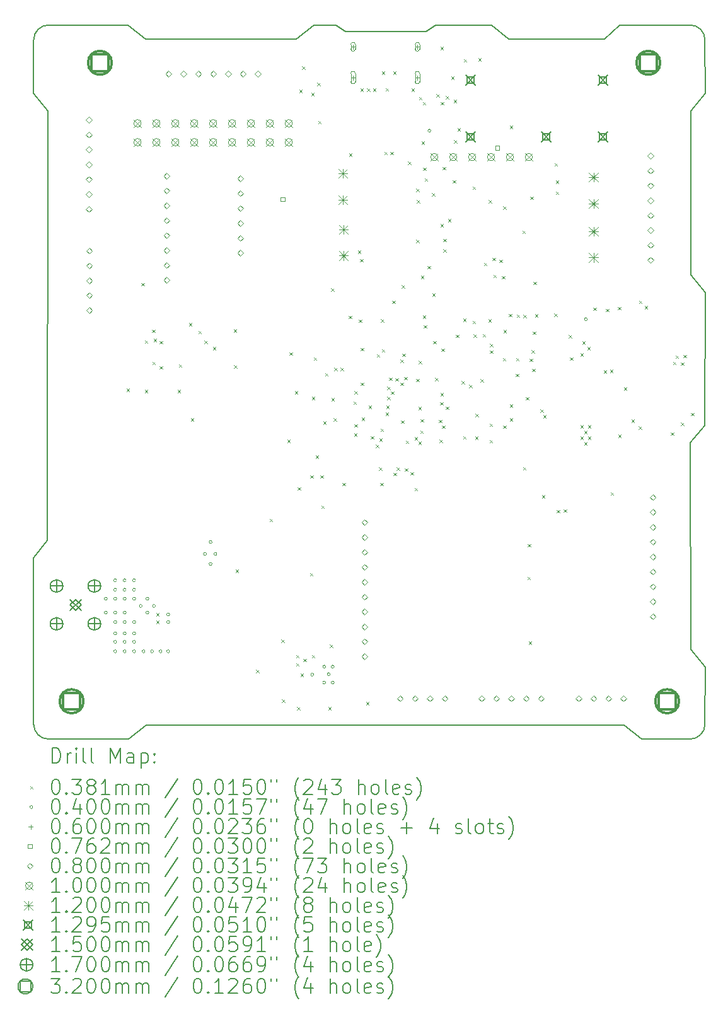
<source format=gbr>
%TF.GenerationSoftware,KiCad,Pcbnew,7.0.9*%
%TF.CreationDate,2024-05-14T22:46:39-07:00*%
%TF.ProjectId,mainboard,6d61696e-626f-4617-9264-2e6b69636164,06b*%
%TF.SameCoordinates,Original*%
%TF.FileFunction,Drillmap*%
%TF.FilePolarity,Positive*%
%FSLAX45Y45*%
G04 Gerber Fmt 4.5, Leading zero omitted, Abs format (unit mm)*
G04 Created by KiCad (PCBNEW 7.0.9) date 2024-05-14 22:46:39*
%MOMM*%
%LPD*%
G01*
G04 APERTURE LIST*
%ADD10C,0.150000*%
%ADD11C,0.200000*%
%ADD12C,0.100000*%
%ADD13C,0.120000*%
%ADD14C,0.129540*%
%ADD15C,0.170000*%
%ADD16C,0.320000*%
G04 APERTURE END LIST*
D10*
X10033610Y-5248910D02*
G75*
G03*
X9833610Y-5448910I0J-200000D01*
G01*
X9833610Y-14637410D02*
G75*
G03*
X10033610Y-14837410I200000J0D01*
G01*
X18650610Y-14837410D02*
G75*
G03*
X18850610Y-14637410I0J200000D01*
G01*
X15227610Y-5249910D02*
X15100610Y-5338810D01*
X14021110Y-5338810D02*
X13893110Y-5252720D01*
X11100160Y-5249020D02*
X10033610Y-5248910D01*
X18850610Y-5448910D02*
G75*
G03*
X18650610Y-5248910I-200000J0D01*
G01*
X15983160Y-5249910D02*
X15227610Y-5249910D01*
X9830020Y-12404840D02*
X9833610Y-14637410D01*
X15100610Y-5338810D02*
X14021110Y-5338810D01*
X11343640Y-14650720D02*
X11109960Y-14838680D01*
X18850610Y-5448910D02*
X18851880Y-6167120D01*
X18851880Y-8839200D02*
X18844260Y-10627360D01*
X18851880Y-13868400D02*
X18850610Y-14637410D01*
X18650610Y-14837410D02*
X17998440Y-14837410D01*
X11109960Y-14838680D02*
X10033610Y-14837410D01*
X10017980Y-12171160D02*
X10023000Y-6400800D01*
X17500000Y-5438980D02*
X17700000Y-5248910D01*
X11333840Y-5436980D02*
X13360400Y-5436980D01*
X17762830Y-14650720D02*
X11343640Y-14650720D01*
X9833610Y-5448910D02*
X9833020Y-6167120D01*
X13893110Y-5252720D02*
X13594080Y-5252720D01*
X18656300Y-10861040D02*
X18844260Y-10627360D01*
X16216840Y-5438980D02*
X15983160Y-5249910D01*
X10023000Y-6400800D02*
X9833020Y-6167120D01*
X13360400Y-5436980D02*
X13594080Y-5252720D01*
X18658840Y-13634720D02*
X18851880Y-13868400D01*
X18663920Y-6400800D02*
X18851880Y-6167120D01*
X10017980Y-12171160D02*
X9830020Y-12404840D01*
X11333840Y-5436980D02*
X11100160Y-5249020D01*
X18663920Y-6400800D02*
X18663920Y-8605520D01*
X17762830Y-14650720D02*
X17998440Y-14837410D01*
X18650610Y-5248910D02*
X17700000Y-5248910D01*
X16216840Y-5438980D02*
X17500000Y-5438980D01*
X18656300Y-10861040D02*
X18658840Y-13634720D01*
X18663920Y-8605520D02*
X18851880Y-8839200D01*
D11*
D12*
X11080950Y-10130950D02*
X11119050Y-10169050D01*
X11119050Y-10130950D02*
X11080950Y-10169050D01*
X11280950Y-8710950D02*
X11319050Y-8749050D01*
X11319050Y-8710950D02*
X11280950Y-8749050D01*
X11324936Y-9482702D02*
X11363036Y-9520802D01*
X11363036Y-9482702D02*
X11324936Y-9520802D01*
X11325510Y-10147300D02*
X11363610Y-10185400D01*
X11363610Y-10147300D02*
X11325510Y-10185400D01*
X11423650Y-9339590D02*
X11461750Y-9377690D01*
X11461750Y-9339590D02*
X11423650Y-9377690D01*
X11426190Y-9770110D02*
X11464290Y-9808210D01*
X11464290Y-9770110D02*
X11426190Y-9808210D01*
X11446950Y-9460950D02*
X11485050Y-9499050D01*
X11485050Y-9460950D02*
X11446950Y-9499050D01*
X11480800Y-13144500D02*
X11518900Y-13182600D01*
X11518900Y-13144500D02*
X11480800Y-13182600D01*
X11480800Y-13248490D02*
X11518900Y-13286590D01*
X11518900Y-13248490D02*
X11480800Y-13286590D01*
X11524603Y-9490753D02*
X11562703Y-9528853D01*
X11562703Y-9490753D02*
X11524603Y-9528853D01*
X11524932Y-9829684D02*
X11563032Y-9867784D01*
X11563032Y-9829684D02*
X11524932Y-9867784D01*
X11765950Y-10148450D02*
X11804050Y-10186550D01*
X11804050Y-10148450D02*
X11765950Y-10186550D01*
X11785600Y-9804400D02*
X11823700Y-9842500D01*
X11823700Y-9804400D02*
X11785600Y-9842500D01*
X11918950Y-9251950D02*
X11957050Y-9290050D01*
X11957050Y-9251950D02*
X11918950Y-9290050D01*
X11944350Y-10530950D02*
X11982450Y-10569050D01*
X11982450Y-10530950D02*
X11944350Y-10569050D01*
X12045950Y-9355950D02*
X12084050Y-9394050D01*
X12084050Y-9355950D02*
X12045950Y-9394050D01*
X12125776Y-9487795D02*
X12163876Y-9525895D01*
X12163876Y-9487795D02*
X12125776Y-9525895D01*
X12240260Y-9570720D02*
X12278360Y-9608820D01*
X12278360Y-9570720D02*
X12240260Y-9608820D01*
X12522199Y-9334501D02*
X12560299Y-9372601D01*
X12560299Y-9334501D02*
X12522199Y-9372601D01*
X12524810Y-9817100D02*
X12562910Y-9855200D01*
X12562910Y-9817100D02*
X12524810Y-9855200D01*
X12545950Y-12559950D02*
X12584050Y-12598050D01*
X12584050Y-12559950D02*
X12545950Y-12598050D01*
X12819344Y-13906845D02*
X12857444Y-13944945D01*
X12857444Y-13906845D02*
X12819344Y-13944945D01*
X13000990Y-11878310D02*
X13039090Y-11916410D01*
X13039090Y-11878310D02*
X13000990Y-11916410D01*
X13158869Y-13500989D02*
X13196969Y-13539089D01*
X13196969Y-13500989D02*
X13158869Y-13539089D01*
X13169344Y-14306845D02*
X13207444Y-14344945D01*
X13207444Y-14306845D02*
X13169344Y-14344945D01*
X13239750Y-10816590D02*
X13277850Y-10854690D01*
X13277850Y-10816590D02*
X13239750Y-10854690D01*
X13269421Y-9645650D02*
X13307521Y-9683750D01*
X13307521Y-9645650D02*
X13269421Y-9683750D01*
X13341350Y-10166350D02*
X13379450Y-10204450D01*
X13379450Y-10166350D02*
X13341350Y-10204450D01*
X13357424Y-13706665D02*
X13395524Y-13744765D01*
X13395524Y-13706665D02*
X13357424Y-13744765D01*
X13357424Y-13818425D02*
X13395524Y-13856525D01*
X13395524Y-13818425D02*
X13357424Y-13856525D01*
X13369344Y-14406845D02*
X13407444Y-14444945D01*
X13407444Y-14406845D02*
X13369344Y-14444945D01*
X13377950Y-11457950D02*
X13416050Y-11496050D01*
X13416050Y-11457950D02*
X13377950Y-11496050D01*
X13400950Y-6115950D02*
X13439050Y-6154050D01*
X13439050Y-6115950D02*
X13400950Y-6154050D01*
X13419344Y-13956845D02*
X13457444Y-13994945D01*
X13457444Y-13956845D02*
X13419344Y-13994945D01*
X13440950Y-5803900D02*
X13479050Y-5842000D01*
X13479050Y-5803900D02*
X13440950Y-5842000D01*
X13453944Y-13757465D02*
X13492044Y-13795565D01*
X13492044Y-13757465D02*
X13453944Y-13795565D01*
X13544450Y-12608650D02*
X13582550Y-12646750D01*
X13582550Y-12608650D02*
X13544450Y-12646750D01*
X13547090Y-11294110D02*
X13585190Y-11332210D01*
X13585190Y-11294110D02*
X13547090Y-11332210D01*
X13560950Y-6160950D02*
X13599050Y-6199050D01*
X13599050Y-6160950D02*
X13560950Y-6199050D01*
X13569950Y-10242550D02*
X13608050Y-10280650D01*
X13608050Y-10242550D02*
X13569950Y-10280650D01*
X13570784Y-13706665D02*
X13608884Y-13744765D01*
X13608884Y-13706665D02*
X13570784Y-13744765D01*
X13595350Y-9712009D02*
X13633450Y-9750109D01*
X13633450Y-9712009D02*
X13595350Y-9750109D01*
X13620750Y-11029950D02*
X13658850Y-11068050D01*
X13658850Y-11029950D02*
X13620750Y-11068050D01*
X13640950Y-6023450D02*
X13679050Y-6061550D01*
X13679050Y-6023450D02*
X13640950Y-6061550D01*
X13653450Y-6535950D02*
X13691550Y-6574050D01*
X13691550Y-6535950D02*
X13653450Y-6574050D01*
X13684250Y-11296650D02*
X13722350Y-11334750D01*
X13722350Y-11296650D02*
X13684250Y-11334750D01*
X13696950Y-11703050D02*
X13735050Y-11741150D01*
X13735050Y-11703050D02*
X13696950Y-11741150D01*
X13722350Y-10572750D02*
X13760450Y-10610850D01*
X13760450Y-10572750D02*
X13722350Y-10610850D01*
X13747750Y-9925048D02*
X13785850Y-9963148D01*
X13785850Y-9925048D02*
X13747750Y-9963148D01*
X13789470Y-14407290D02*
X13827570Y-14445390D01*
X13827570Y-14407290D02*
X13789470Y-14445390D01*
X13809470Y-13567290D02*
X13847570Y-13605390D01*
X13847570Y-13567290D02*
X13809470Y-13605390D01*
X13827950Y-8782950D02*
X13866050Y-8821050D01*
X13866050Y-8782950D02*
X13827950Y-8821050D01*
X13834150Y-10258050D02*
X13872250Y-10296150D01*
X13872250Y-10258050D02*
X13834150Y-10296150D01*
X13860950Y-10530950D02*
X13899050Y-10569050D01*
X13899050Y-10530950D02*
X13860950Y-10569050D01*
X13870950Y-9850950D02*
X13909050Y-9889050D01*
X13909050Y-9850950D02*
X13870950Y-9889050D01*
X13953450Y-9850950D02*
X13991550Y-9889050D01*
X13991550Y-9850950D02*
X13953450Y-9889050D01*
X13981430Y-11397742D02*
X14019530Y-11435842D01*
X14019530Y-11397742D02*
X13981430Y-11435842D01*
X14065161Y-9154739D02*
X14103261Y-9192839D01*
X14103261Y-9154739D02*
X14065161Y-9192839D01*
X14070950Y-6970950D02*
X14109050Y-7009050D01*
X14109050Y-6970950D02*
X14070950Y-7009050D01*
X14128750Y-10306050D02*
X14166850Y-10344150D01*
X14166850Y-10306050D02*
X14128750Y-10344150D01*
X14137950Y-10733950D02*
X14176050Y-10772050D01*
X14176050Y-10733950D02*
X14137950Y-10772050D01*
X14140950Y-10610950D02*
X14179050Y-10649050D01*
X14179050Y-10610950D02*
X14140950Y-10649050D01*
X14141450Y-10166349D02*
X14179550Y-10204449D01*
X14179550Y-10166349D02*
X14141450Y-10204449D01*
X14187950Y-8277950D02*
X14226050Y-8316050D01*
X14226050Y-8277950D02*
X14187950Y-8316050D01*
X14198950Y-9201950D02*
X14237050Y-9240050D01*
X14237050Y-9201950D02*
X14198950Y-9240050D01*
X14217126Y-8392774D02*
X14255226Y-8430874D01*
X14255226Y-8392774D02*
X14217126Y-8430874D01*
X14220950Y-6100950D02*
X14259050Y-6139050D01*
X14259050Y-6100950D02*
X14220950Y-6139050D01*
X14224950Y-9584950D02*
X14263050Y-9623050D01*
X14263050Y-9584950D02*
X14224950Y-9623050D01*
X14228450Y-10048450D02*
X14266550Y-10086550D01*
X14266550Y-10048450D02*
X14228450Y-10086550D01*
X14240950Y-10520950D02*
X14279050Y-10559050D01*
X14279050Y-10520950D02*
X14240950Y-10559050D01*
X14299470Y-14337290D02*
X14337570Y-14375390D01*
X14337570Y-14337290D02*
X14299470Y-14375390D01*
X14310950Y-6100950D02*
X14349050Y-6139050D01*
X14349050Y-6100950D02*
X14310950Y-6139050D01*
X14330950Y-10360950D02*
X14369050Y-10399050D01*
X14369050Y-10360950D02*
X14330950Y-10399050D01*
X14360950Y-10770950D02*
X14399050Y-10809050D01*
X14399050Y-10770950D02*
X14360950Y-10809050D01*
X14390950Y-6100950D02*
X14429050Y-6139050D01*
X14429050Y-6100950D02*
X14390950Y-6139050D01*
X14428736Y-10882986D02*
X14466836Y-10921086D01*
X14466836Y-10882986D02*
X14428736Y-10921086D01*
X14440950Y-9669130D02*
X14479050Y-9707230D01*
X14479050Y-9669130D02*
X14440950Y-9707230D01*
X14470950Y-11190950D02*
X14509050Y-11229050D01*
X14509050Y-11190950D02*
X14470950Y-11229050D01*
X14476950Y-10801950D02*
X14515050Y-10840050D01*
X14515050Y-10801950D02*
X14476950Y-10840050D01*
X14490252Y-11397742D02*
X14528352Y-11435842D01*
X14528352Y-11397742D02*
X14490252Y-11435842D01*
X14491950Y-10667950D02*
X14530050Y-10706050D01*
X14530050Y-10667950D02*
X14491950Y-10706050D01*
X14497950Y-9199950D02*
X14536050Y-9238050D01*
X14536050Y-9199950D02*
X14497950Y-9238050D01*
X14510950Y-5870950D02*
X14549050Y-5909050D01*
X14549050Y-5870950D02*
X14510950Y-5909050D01*
X14510950Y-9600950D02*
X14549050Y-9639050D01*
X14549050Y-9600950D02*
X14510950Y-9639050D01*
X14541740Y-6950950D02*
X14579840Y-6989050D01*
X14579840Y-6950950D02*
X14541740Y-6989050D01*
X14560950Y-6095950D02*
X14599050Y-6134050D01*
X14599050Y-6095950D02*
X14560950Y-6134050D01*
X14561950Y-10451950D02*
X14600050Y-10490050D01*
X14600050Y-10451950D02*
X14561950Y-10490050D01*
X14570950Y-10360950D02*
X14609050Y-10399050D01*
X14609050Y-10360950D02*
X14570950Y-10399050D01*
X14580950Y-10104248D02*
X14619050Y-10142348D01*
X14619050Y-10104248D02*
X14580950Y-10142348D01*
X14580950Y-10240950D02*
X14619050Y-10279050D01*
X14619050Y-10240950D02*
X14580950Y-10279050D01*
X14608450Y-9980950D02*
X14646550Y-10019050D01*
X14646550Y-9980950D02*
X14608450Y-10019050D01*
X14625160Y-6950950D02*
X14663260Y-6989050D01*
X14663260Y-6950950D02*
X14625160Y-6989050D01*
X14631249Y-10168156D02*
X14669349Y-10206256D01*
X14669349Y-10168156D02*
X14631249Y-10206256D01*
X14650950Y-8950950D02*
X14689050Y-8989050D01*
X14689050Y-8950950D02*
X14650950Y-8989050D01*
X14660950Y-5873750D02*
X14699050Y-5911850D01*
X14699050Y-5873750D02*
X14660950Y-5911850D01*
X14666950Y-11260950D02*
X14705050Y-11299050D01*
X14705050Y-11260950D02*
X14666950Y-11299050D01*
X14690950Y-9990950D02*
X14729050Y-10029050D01*
X14729050Y-9990950D02*
X14690950Y-10029050D01*
X14710950Y-11190950D02*
X14749050Y-11229050D01*
X14749050Y-11190950D02*
X14710950Y-11229050D01*
X14760950Y-9740950D02*
X14799050Y-9779050D01*
X14799050Y-9740950D02*
X14760950Y-9779050D01*
X14760950Y-10050950D02*
X14799050Y-10089050D01*
X14799050Y-10050950D02*
X14760950Y-10089050D01*
X14770100Y-10560050D02*
X14808200Y-10598150D01*
X14808200Y-10560050D02*
X14770100Y-10598150D01*
X14778736Y-8743697D02*
X14816836Y-8781797D01*
X14816836Y-8743697D02*
X14778736Y-8781797D01*
X14785950Y-9660950D02*
X14824050Y-9699050D01*
X14824050Y-9660950D02*
X14785950Y-9699050D01*
X14810950Y-9975950D02*
X14849050Y-10014050D01*
X14849050Y-9975950D02*
X14810950Y-10014050D01*
X14820458Y-11199987D02*
X14858558Y-11238087D01*
X14858558Y-11199987D02*
X14820458Y-11238087D01*
X14830950Y-10830950D02*
X14869050Y-10869050D01*
X14869050Y-10830950D02*
X14830950Y-10869050D01*
X14860950Y-7080950D02*
X14899050Y-7119050D01*
X14899050Y-7080950D02*
X14860950Y-7119050D01*
X14895950Y-11250950D02*
X14934050Y-11289050D01*
X14934050Y-11250950D02*
X14895950Y-11289050D01*
X14905950Y-6100950D02*
X14944050Y-6139050D01*
X14944050Y-6100950D02*
X14905950Y-6139050D01*
X14950950Y-10780950D02*
X14989050Y-10819050D01*
X14989050Y-10780950D02*
X14950950Y-10819050D01*
X14950950Y-11463234D02*
X14989050Y-11501334D01*
X14989050Y-11463234D02*
X14950950Y-11501334D01*
X14970950Y-10000950D02*
X15009050Y-10039050D01*
X15009050Y-10000950D02*
X14970950Y-10039050D01*
X14973300Y-7448550D02*
X15011400Y-7486650D01*
X15011400Y-7448550D02*
X14973300Y-7486650D01*
X14973300Y-8134350D02*
X15011400Y-8172450D01*
X15011400Y-8134350D02*
X14973300Y-8172450D01*
X14979650Y-7600950D02*
X15017750Y-7639050D01*
X15017750Y-7600950D02*
X14979650Y-7639050D01*
X15000950Y-10840950D02*
X15039050Y-10879050D01*
X15039050Y-10840950D02*
X15000950Y-10879050D01*
X15001950Y-10375950D02*
X15040050Y-10414050D01*
X15040050Y-10375950D02*
X15001950Y-10414050D01*
X15005050Y-9759949D02*
X15043150Y-9798049D01*
X15043150Y-9759949D02*
X15005050Y-9798049D01*
X15010950Y-6215950D02*
X15049050Y-6254050D01*
X15049050Y-6215950D02*
X15010950Y-6254050D01*
X15025370Y-10692130D02*
X15063470Y-10730230D01*
X15063470Y-10692130D02*
X15025370Y-10730230D01*
X15030450Y-10542269D02*
X15068550Y-10580369D01*
X15068550Y-10542269D02*
X15030450Y-10580369D01*
X15036800Y-8616950D02*
X15074900Y-8655050D01*
X15074900Y-8616950D02*
X15036800Y-8655050D01*
X15043150Y-6813550D02*
X15081250Y-6851650D01*
X15081250Y-6813550D02*
X15043150Y-6851650D01*
X15060950Y-6280950D02*
X15099050Y-6319050D01*
X15099050Y-6280950D02*
X15060950Y-6319050D01*
X15060950Y-9150950D02*
X15099050Y-9189050D01*
X15099050Y-9150950D02*
X15060950Y-9189050D01*
X15063433Y-7164107D02*
X15101533Y-7202207D01*
X15101533Y-7164107D02*
X15063433Y-7202207D01*
X15070950Y-9278993D02*
X15109050Y-9317093D01*
X15109050Y-9278993D02*
X15070950Y-9317093D01*
X15083790Y-7308850D02*
X15121890Y-7346950D01*
X15121890Y-7308850D02*
X15083790Y-7346950D01*
X15125700Y-8483600D02*
X15163800Y-8521700D01*
X15163800Y-8483600D02*
X15125700Y-8521700D01*
X15182850Y-7505700D02*
X15220950Y-7543800D01*
X15220950Y-7505700D02*
X15182850Y-7543800D01*
X15185950Y-8853950D02*
X15224050Y-8892050D01*
X15224050Y-8853950D02*
X15185950Y-8892050D01*
X15200950Y-9490950D02*
X15239050Y-9529050D01*
X15239050Y-9490950D02*
X15200950Y-9529050D01*
X15223490Y-9988550D02*
X15261590Y-10026650D01*
X15261590Y-9988550D02*
X15223490Y-10026650D01*
X15243810Y-6176010D02*
X15281910Y-6214110D01*
X15281910Y-6176010D02*
X15243810Y-6214110D01*
X15278100Y-10550950D02*
X15316200Y-10589050D01*
X15316200Y-10550950D02*
X15278100Y-10589050D01*
X15284450Y-10817950D02*
X15322550Y-10856050D01*
X15322550Y-10817950D02*
X15284450Y-10856050D01*
X15295070Y-10314125D02*
X15333170Y-10352225D01*
X15333170Y-10314125D02*
X15295070Y-10352225D01*
X15295950Y-7921950D02*
X15334050Y-7960050D01*
X15334050Y-7921950D02*
X15295950Y-7960050D01*
X15297150Y-10191750D02*
X15335250Y-10229850D01*
X15335250Y-10191750D02*
X15297150Y-10229850D01*
X15298950Y-5543950D02*
X15337050Y-5582050D01*
X15337050Y-5543950D02*
X15298950Y-5582050D01*
X15300950Y-6280950D02*
X15339050Y-6319050D01*
X15339050Y-6280950D02*
X15300950Y-6319050D01*
X15309850Y-9594850D02*
X15347950Y-9632950D01*
X15347950Y-9594850D02*
X15309850Y-9632950D01*
X15316950Y-10625950D02*
X15355050Y-10664050D01*
X15355050Y-10625950D02*
X15316950Y-10664050D01*
X15325090Y-7156450D02*
X15363190Y-7194550D01*
X15363190Y-7156450D02*
X15325090Y-7194550D01*
X15333450Y-8260950D02*
X15371550Y-8299050D01*
X15371550Y-8260950D02*
X15333450Y-8299050D01*
X15335950Y-8120950D02*
X15374050Y-8159050D01*
X15374050Y-8120950D02*
X15335950Y-8159050D01*
X15367950Y-10371950D02*
X15406050Y-10410050D01*
X15406050Y-10371950D02*
X15367950Y-10410050D01*
X15370950Y-6200950D02*
X15409050Y-6239050D01*
X15409050Y-6200950D02*
X15370950Y-6239050D01*
X15398750Y-7854955D02*
X15436850Y-7893055D01*
X15436850Y-7854955D02*
X15398750Y-7893055D01*
X15440950Y-5940950D02*
X15479050Y-5979050D01*
X15479050Y-5940950D02*
X15440950Y-5979050D01*
X15462250Y-7334250D02*
X15500350Y-7372350D01*
X15500350Y-7334250D02*
X15462250Y-7372350D01*
X15476590Y-6251310D02*
X15514690Y-6289410D01*
X15514690Y-6251310D02*
X15476590Y-6289410D01*
X15477490Y-6793230D02*
X15515590Y-6831330D01*
X15515590Y-6793230D02*
X15477490Y-6831330D01*
X15505950Y-9407950D02*
X15544050Y-9446050D01*
X15544050Y-9407950D02*
X15505950Y-9446050D01*
X15525750Y-6635750D02*
X15563850Y-6673850D01*
X15563850Y-6635750D02*
X15525750Y-6673850D01*
X15580950Y-10030950D02*
X15619050Y-10069050D01*
X15619050Y-10030950D02*
X15580950Y-10069050D01*
X15600950Y-9190950D02*
X15639050Y-9229050D01*
X15639050Y-9190950D02*
X15600950Y-9229050D01*
X15600950Y-10770950D02*
X15639050Y-10809050D01*
X15639050Y-10770950D02*
X15600950Y-10809050D01*
X15610300Y-5706650D02*
X15648400Y-5744750D01*
X15648400Y-5706650D02*
X15610300Y-5744750D01*
X15681950Y-10078950D02*
X15720050Y-10117050D01*
X15720050Y-10078950D02*
X15681950Y-10117050D01*
X15728949Y-7416801D02*
X15767049Y-7454901D01*
X15767049Y-7416801D02*
X15728949Y-7454901D01*
X15730950Y-9220950D02*
X15769050Y-9259050D01*
X15769050Y-9220950D02*
X15730950Y-9259050D01*
X15740950Y-9403450D02*
X15779050Y-9441550D01*
X15779050Y-9403450D02*
X15740950Y-9441550D01*
X15763950Y-10772950D02*
X15802050Y-10811050D01*
X15802050Y-10772950D02*
X15763950Y-10811050D01*
X15767050Y-10471150D02*
X15805150Y-10509250D01*
X15805150Y-10471150D02*
X15767050Y-10509250D01*
X15805150Y-5695950D02*
X15843250Y-5734050D01*
X15843250Y-5695950D02*
X15805150Y-5734050D01*
X15835950Y-10005950D02*
X15874050Y-10044050D01*
X15874050Y-10005950D02*
X15835950Y-10044050D01*
X15864197Y-9397950D02*
X15902297Y-9436050D01*
X15902297Y-9397950D02*
X15864197Y-9436050D01*
X15883450Y-8440950D02*
X15921550Y-8479050D01*
X15921550Y-8440950D02*
X15883450Y-8479050D01*
X15940950Y-9200950D02*
X15979050Y-9239050D01*
X15979050Y-9200950D02*
X15940950Y-9239050D01*
X15944850Y-7600955D02*
X15982950Y-7639055D01*
X15982950Y-7600955D02*
X15944850Y-7639055D01*
X15955950Y-10820950D02*
X15994050Y-10859050D01*
X15994050Y-10820950D02*
X15955950Y-10859050D01*
X15957550Y-10601641D02*
X15995650Y-10639741D01*
X15995650Y-10601641D02*
X15957550Y-10639741D01*
X15959950Y-9617950D02*
X15998050Y-9656050D01*
X15998050Y-9617950D02*
X15959950Y-9656050D01*
X15960950Y-9530950D02*
X15999050Y-9569050D01*
X15999050Y-9530950D02*
X15960950Y-9569050D01*
X15996950Y-8372950D02*
X16035050Y-8411050D01*
X16035050Y-8372950D02*
X15996950Y-8411050D01*
X16008350Y-8604250D02*
X16046450Y-8642350D01*
X16046450Y-8604250D02*
X16008350Y-8642350D01*
X16088450Y-8400950D02*
X16126550Y-8439050D01*
X16126550Y-8400950D02*
X16088450Y-8439050D01*
X16123450Y-8620950D02*
X16161550Y-8659050D01*
X16161550Y-8620950D02*
X16123450Y-8659050D01*
X16135350Y-9721850D02*
X16173450Y-9759950D01*
X16173450Y-9721850D02*
X16135350Y-9759950D01*
X16137950Y-10625950D02*
X16176050Y-10664050D01*
X16176050Y-10625950D02*
X16137950Y-10664050D01*
X16140430Y-7682230D02*
X16178530Y-7720330D01*
X16178530Y-7682230D02*
X16140430Y-7720330D01*
X16142950Y-9342950D02*
X16181050Y-9381050D01*
X16181050Y-9342950D02*
X16142950Y-9381050D01*
X16215950Y-9128450D02*
X16254050Y-9166550D01*
X16254050Y-9128450D02*
X16215950Y-9166550D01*
X16227990Y-10342950D02*
X16266090Y-10381050D01*
X16266090Y-10342950D02*
X16227990Y-10381050D01*
X16229550Y-6600190D02*
X16267650Y-6638290D01*
X16267650Y-6600190D02*
X16229550Y-6638290D01*
X16229950Y-10529950D02*
X16268050Y-10568050D01*
X16268050Y-10529950D02*
X16229950Y-10568050D01*
X16310950Y-9930950D02*
X16349050Y-9969050D01*
X16349050Y-9930950D02*
X16310950Y-9969050D01*
X16311880Y-9720834D02*
X16349980Y-9758934D01*
X16349980Y-9720834D02*
X16311880Y-9758934D01*
X16321950Y-9136950D02*
X16360050Y-9175050D01*
X16360050Y-9136950D02*
X16321950Y-9175050D01*
X16398450Y-8010950D02*
X16436550Y-8049050D01*
X16436550Y-8010950D02*
X16398450Y-8049050D01*
X16405950Y-11185950D02*
X16444050Y-11224050D01*
X16444050Y-11185950D02*
X16405950Y-11224050D01*
X16410950Y-9138450D02*
X16449050Y-9176550D01*
X16449050Y-9138450D02*
X16410950Y-9176550D01*
X16445950Y-10245950D02*
X16484050Y-10284050D01*
X16484050Y-10245950D02*
X16445950Y-10284050D01*
X16466950Y-12659950D02*
X16505050Y-12698050D01*
X16505050Y-12659950D02*
X16466950Y-12698050D01*
X16469950Y-12218950D02*
X16508050Y-12257050D01*
X16508050Y-12218950D02*
X16469950Y-12257050D01*
X16480950Y-13527950D02*
X16519050Y-13566050D01*
X16519050Y-13527950D02*
X16480950Y-13566050D01*
X16497300Y-9728200D02*
X16535400Y-9766300D01*
X16535400Y-9728200D02*
X16497300Y-9766300D01*
X16503650Y-7552690D02*
X16541750Y-7590790D01*
X16541750Y-7552690D02*
X16503650Y-7590790D01*
X16522700Y-9613900D02*
X16560800Y-9652000D01*
X16560800Y-9613900D02*
X16522700Y-9652000D01*
X16529370Y-9866289D02*
X16567470Y-9904389D01*
X16567470Y-9866289D02*
X16529370Y-9904389D01*
X16535908Y-9364980D02*
X16574008Y-9403080D01*
X16574008Y-9364980D02*
X16535908Y-9403080D01*
X16544950Y-8697950D02*
X16583050Y-8736050D01*
X16583050Y-8697950D02*
X16544950Y-8736050D01*
X16568450Y-9133450D02*
X16606550Y-9171550D01*
X16606550Y-9133450D02*
X16568450Y-9171550D01*
X16637950Y-10408950D02*
X16676050Y-10447050D01*
X16676050Y-10408950D02*
X16637950Y-10447050D01*
X16660950Y-11560950D02*
X16699050Y-11599050D01*
X16699050Y-11560950D02*
X16660950Y-11599050D01*
X16676950Y-10485950D02*
X16715050Y-10524050D01*
X16715050Y-10485950D02*
X16676950Y-10524050D01*
X16825950Y-9123450D02*
X16864050Y-9161550D01*
X16864050Y-9123450D02*
X16825950Y-9161550D01*
X16831300Y-7105650D02*
X16869400Y-7143750D01*
X16869400Y-7105650D02*
X16831300Y-7143750D01*
X16846550Y-7336800D02*
X16884650Y-7374900D01*
X16884650Y-7336800D02*
X16846550Y-7374900D01*
X16846550Y-7484100D02*
X16884650Y-7522200D01*
X16884650Y-7484100D02*
X16846550Y-7522200D01*
X16860950Y-11760950D02*
X16899050Y-11799050D01*
X16899050Y-11760950D02*
X16860950Y-11799050D01*
X16950950Y-11752928D02*
X16989050Y-11791028D01*
X16989050Y-11752928D02*
X16950950Y-11791028D01*
X17020950Y-9410950D02*
X17059050Y-9449050D01*
X17059050Y-9410950D02*
X17020950Y-9449050D01*
X17037950Y-9710950D02*
X17076050Y-9749050D01*
X17076050Y-9710950D02*
X17037950Y-9749050D01*
X17176750Y-9658350D02*
X17214850Y-9696450D01*
X17214850Y-9658350D02*
X17176750Y-9696450D01*
X17176750Y-10623550D02*
X17214850Y-10661650D01*
X17214850Y-10623550D02*
X17176750Y-10661650D01*
X17176750Y-10775950D02*
X17214850Y-10814050D01*
X17214850Y-10775950D02*
X17176750Y-10814050D01*
X17201950Y-9497950D02*
X17240050Y-9536050D01*
X17240050Y-9497950D02*
X17201950Y-9536050D01*
X17227550Y-10699750D02*
X17265650Y-10737850D01*
X17265650Y-10699750D02*
X17227550Y-10737850D01*
X17227550Y-10852150D02*
X17265650Y-10890250D01*
X17265650Y-10852150D02*
X17227550Y-10890250D01*
X17270950Y-9570950D02*
X17309050Y-9609050D01*
X17309050Y-9570950D02*
X17270950Y-9609050D01*
X17278350Y-10623550D02*
X17316450Y-10661650D01*
X17316450Y-10623550D02*
X17278350Y-10661650D01*
X17278350Y-10775950D02*
X17316450Y-10814050D01*
X17316450Y-10775950D02*
X17278350Y-10814050D01*
X17350950Y-9040950D02*
X17389050Y-9079050D01*
X17389050Y-9040950D02*
X17350950Y-9079050D01*
X17489170Y-9884950D02*
X17527270Y-9923050D01*
X17527270Y-9884950D02*
X17489170Y-9923050D01*
X17519650Y-9061450D02*
X17557750Y-9099550D01*
X17557750Y-9061450D02*
X17519650Y-9099550D01*
X17575950Y-9874950D02*
X17614050Y-9913050D01*
X17614050Y-9874950D02*
X17575950Y-9913050D01*
X17583950Y-11521950D02*
X17622050Y-11560050D01*
X17622050Y-11521950D02*
X17583950Y-11560050D01*
X17680950Y-9036049D02*
X17719050Y-9074149D01*
X17719050Y-9036049D02*
X17680950Y-9074149D01*
X17684750Y-10750550D02*
X17722850Y-10788650D01*
X17722850Y-10750550D02*
X17684750Y-10788650D01*
X17760950Y-10115550D02*
X17799050Y-10153650D01*
X17799050Y-10115550D02*
X17760950Y-10153650D01*
X17862550Y-10547350D02*
X17900650Y-10585450D01*
X17900650Y-10547350D02*
X17862550Y-10585450D01*
X17960950Y-10640950D02*
X17999050Y-10679050D01*
X17999050Y-10640950D02*
X17960950Y-10679050D01*
X17966450Y-8949450D02*
X18004550Y-8987550D01*
X18004550Y-8949450D02*
X17966450Y-8987550D01*
X18040350Y-9023350D02*
X18078450Y-9061450D01*
X18078450Y-9023350D02*
X18040350Y-9061450D01*
X18389950Y-10719950D02*
X18428050Y-10758050D01*
X18428050Y-10719950D02*
X18389950Y-10758050D01*
X18421950Y-9772950D02*
X18460050Y-9811050D01*
X18460050Y-9772950D02*
X18421950Y-9811050D01*
X18455950Y-9688450D02*
X18494050Y-9726550D01*
X18494050Y-9688450D02*
X18455950Y-9726550D01*
X18528950Y-9778950D02*
X18567050Y-9817050D01*
X18567050Y-9778950D02*
X18528950Y-9817050D01*
X18528950Y-10588950D02*
X18567050Y-10627050D01*
X18567050Y-10588950D02*
X18528950Y-10627050D01*
X18561950Y-9677950D02*
X18600050Y-9716050D01*
X18600050Y-9677950D02*
X18561950Y-9716050D01*
X18661950Y-10454950D02*
X18700050Y-10493050D01*
X18700050Y-10454950D02*
X18661950Y-10493050D01*
X10821350Y-13139750D02*
G75*
G03*
X10821350Y-13139750I-20000J0D01*
G01*
X10821858Y-12952806D02*
G75*
G03*
X10821858Y-12952806I-20000J0D01*
G01*
X10948350Y-13139750D02*
G75*
G03*
X10948350Y-13139750I-20000J0D01*
G01*
X10948350Y-13266750D02*
G75*
G03*
X10948350Y-13266750I-20000J0D01*
G01*
X10948350Y-13417550D02*
G75*
G03*
X10948350Y-13417550I-20000J0D01*
G01*
X10948350Y-13531850D02*
G75*
G03*
X10948350Y-13531850I-20000J0D01*
G01*
X10948350Y-13658850D02*
G75*
G03*
X10948350Y-13658850I-20000J0D01*
G01*
X10948858Y-12703886D02*
G75*
G03*
X10948858Y-12703886I-20000J0D01*
G01*
X10948858Y-12830886D02*
G75*
G03*
X10948858Y-12830886I-20000J0D01*
G01*
X10948858Y-12952806D02*
G75*
G03*
X10948858Y-12952806I-20000J0D01*
G01*
X11075350Y-13139750D02*
G75*
G03*
X11075350Y-13139750I-20000J0D01*
G01*
X11075350Y-13266750D02*
G75*
G03*
X11075350Y-13266750I-20000J0D01*
G01*
X11075350Y-13417550D02*
G75*
G03*
X11075350Y-13417550I-20000J0D01*
G01*
X11075350Y-13531850D02*
G75*
G03*
X11075350Y-13531850I-20000J0D01*
G01*
X11075350Y-13658850D02*
G75*
G03*
X11075350Y-13658850I-20000J0D01*
G01*
X11075858Y-12703886D02*
G75*
G03*
X11075858Y-12703886I-20000J0D01*
G01*
X11075858Y-12830886D02*
G75*
G03*
X11075858Y-12830886I-20000J0D01*
G01*
X11075858Y-12952806D02*
G75*
G03*
X11075858Y-12952806I-20000J0D01*
G01*
X11202350Y-13266750D02*
G75*
G03*
X11202350Y-13266750I-20000J0D01*
G01*
X11202350Y-13417550D02*
G75*
G03*
X11202350Y-13417550I-20000J0D01*
G01*
X11202350Y-13531850D02*
G75*
G03*
X11202350Y-13531850I-20000J0D01*
G01*
X11202350Y-13658850D02*
G75*
G03*
X11202350Y-13658850I-20000J0D01*
G01*
X11202858Y-12703886D02*
G75*
G03*
X11202858Y-12703886I-20000J0D01*
G01*
X11202858Y-12830886D02*
G75*
G03*
X11202858Y-12830886I-20000J0D01*
G01*
X11202858Y-12952806D02*
G75*
G03*
X11202858Y-12952806I-20000J0D01*
G01*
X11291250Y-13049250D02*
G75*
G03*
X11291250Y-13049250I-20000J0D01*
G01*
X11329350Y-13658850D02*
G75*
G03*
X11329350Y-13658850I-20000J0D01*
G01*
X11380150Y-12952806D02*
G75*
G03*
X11380150Y-12952806I-20000J0D01*
G01*
X11380150Y-13138150D02*
G75*
G03*
X11380150Y-13138150I-20000J0D01*
G01*
X11443650Y-13658850D02*
G75*
G03*
X11443650Y-13658850I-20000J0D01*
G01*
X11469050Y-13049250D02*
G75*
G03*
X11469050Y-13049250I-20000J0D01*
G01*
X11557950Y-13658850D02*
G75*
G03*
X11557950Y-13658850I-20000J0D01*
G01*
X11659550Y-13163550D02*
G75*
G03*
X11659550Y-13163550I-20000J0D01*
G01*
X11659550Y-13266750D02*
G75*
G03*
X11659550Y-13266750I-20000J0D01*
G01*
X11659550Y-13658850D02*
G75*
G03*
X11659550Y-13658850I-20000J0D01*
G01*
X12154000Y-12351000D02*
G75*
G03*
X12154000Y-12351000I-20000J0D01*
G01*
X12229490Y-12192250D02*
G75*
G03*
X12229490Y-12192250I-20000J0D01*
G01*
X12229490Y-12484350D02*
G75*
G03*
X12229490Y-12484350I-20000J0D01*
G01*
X12292990Y-12351000D02*
G75*
G03*
X12292990Y-12351000I-20000J0D01*
G01*
X13594594Y-13972095D02*
G75*
G03*
X13594594Y-13972095I-20000J0D01*
G01*
X13755700Y-13864100D02*
G75*
G03*
X13755700Y-13864100I-20000J0D01*
G01*
X13755700Y-14080000D02*
G75*
G03*
X13755700Y-14080000I-20000J0D01*
G01*
X13814400Y-13965700D02*
G75*
G03*
X13814400Y-13965700I-20000J0D01*
G01*
X13870000Y-13864100D02*
G75*
G03*
X13870000Y-13864100I-20000J0D01*
G01*
X13870000Y-14080000D02*
G75*
G03*
X13870000Y-14080000I-20000J0D01*
G01*
X15168560Y-6667500D02*
G75*
G03*
X15168560Y-6667500I-20000J0D01*
G01*
X17270000Y-9200000D02*
G75*
G03*
X17270000Y-9200000I-20000J0D01*
G01*
X14123200Y-5511300D02*
X14123200Y-5571300D01*
X14093200Y-5541300D02*
X14153200Y-5541300D01*
X14153200Y-5571300D02*
X14153200Y-5511300D01*
X14153200Y-5511300D02*
G75*
G03*
X14093200Y-5511300I-30000J0D01*
G01*
X14093200Y-5511300D02*
X14093200Y-5571300D01*
X14093200Y-5571300D02*
G75*
G03*
X14153200Y-5571300I30000J0D01*
G01*
X14123200Y-5925300D02*
X14123200Y-5985300D01*
X14093200Y-5955300D02*
X14153200Y-5955300D01*
X14153200Y-6010300D02*
X14153200Y-5900300D01*
X14153200Y-5900300D02*
G75*
G03*
X14093200Y-5900300I-30000J0D01*
G01*
X14093200Y-5900300D02*
X14093200Y-6010300D01*
X14093200Y-6010300D02*
G75*
G03*
X14153200Y-6010300I30000J0D01*
G01*
X14987200Y-5511300D02*
X14987200Y-5571300D01*
X14957200Y-5541300D02*
X15017200Y-5541300D01*
X15017200Y-5571300D02*
X15017200Y-5511300D01*
X15017200Y-5511300D02*
G75*
G03*
X14957200Y-5511300I-30000J0D01*
G01*
X14957200Y-5511300D02*
X14957200Y-5571300D01*
X14957200Y-5571300D02*
G75*
G03*
X15017200Y-5571300I30000J0D01*
G01*
X14987200Y-5925300D02*
X14987200Y-5985300D01*
X14957200Y-5955300D02*
X15017200Y-5955300D01*
X15017200Y-6010300D02*
X15017200Y-5900300D01*
X15017200Y-5900300D02*
G75*
G03*
X14957200Y-5900300I-30000J0D01*
G01*
X14957200Y-5900300D02*
X14957200Y-6010300D01*
X14957200Y-6010300D02*
G75*
G03*
X15017200Y-6010300I30000J0D01*
G01*
X13206941Y-7616941D02*
X13206941Y-7563059D01*
X13153059Y-7563059D01*
X13153059Y-7616941D01*
X13206941Y-7616941D01*
X16089941Y-6926941D02*
X16089941Y-6873059D01*
X16036059Y-6873059D01*
X16036059Y-6926941D01*
X16089941Y-6926941D01*
X10575000Y-6561400D02*
X10615000Y-6521400D01*
X10575000Y-6481400D01*
X10535000Y-6521400D01*
X10575000Y-6561400D01*
X10575000Y-6761400D02*
X10615000Y-6721400D01*
X10575000Y-6681400D01*
X10535000Y-6721400D01*
X10575000Y-6761400D01*
X10575000Y-6961400D02*
X10615000Y-6921400D01*
X10575000Y-6881400D01*
X10535000Y-6921400D01*
X10575000Y-6961400D01*
X10575000Y-7161400D02*
X10615000Y-7121400D01*
X10575000Y-7081400D01*
X10535000Y-7121400D01*
X10575000Y-7161400D01*
X10575000Y-7361400D02*
X10615000Y-7321400D01*
X10575000Y-7281400D01*
X10535000Y-7321400D01*
X10575000Y-7361400D01*
X10575000Y-7561400D02*
X10615000Y-7521400D01*
X10575000Y-7481400D01*
X10535000Y-7521400D01*
X10575000Y-7561400D01*
X10575000Y-7761400D02*
X10615000Y-7721400D01*
X10575000Y-7681400D01*
X10535000Y-7721400D01*
X10575000Y-7761400D01*
X10580000Y-8320000D02*
X10620000Y-8280000D01*
X10580000Y-8240000D01*
X10540000Y-8280000D01*
X10580000Y-8320000D01*
X10580000Y-8520000D02*
X10620000Y-8480000D01*
X10580000Y-8440000D01*
X10540000Y-8480000D01*
X10580000Y-8520000D01*
X10580000Y-8720000D02*
X10620000Y-8680000D01*
X10580000Y-8640000D01*
X10540000Y-8680000D01*
X10580000Y-8720000D01*
X10580000Y-8920000D02*
X10620000Y-8880000D01*
X10580000Y-8840000D01*
X10540000Y-8880000D01*
X10580000Y-8920000D01*
X10580000Y-9120000D02*
X10620000Y-9080000D01*
X10580000Y-9040000D01*
X10540000Y-9080000D01*
X10580000Y-9120000D01*
X11620500Y-7314000D02*
X11660500Y-7274000D01*
X11620500Y-7234000D01*
X11580500Y-7274000D01*
X11620500Y-7314000D01*
X11620500Y-7514000D02*
X11660500Y-7474000D01*
X11620500Y-7434000D01*
X11580500Y-7474000D01*
X11620500Y-7514000D01*
X11620500Y-7714000D02*
X11660500Y-7674000D01*
X11620500Y-7634000D01*
X11580500Y-7674000D01*
X11620500Y-7714000D01*
X11620500Y-7914000D02*
X11660500Y-7874000D01*
X11620500Y-7834000D01*
X11580500Y-7874000D01*
X11620500Y-7914000D01*
X11620500Y-8114000D02*
X11660500Y-8074000D01*
X11620500Y-8034000D01*
X11580500Y-8074000D01*
X11620500Y-8114000D01*
X11620500Y-8314000D02*
X11660500Y-8274000D01*
X11620500Y-8234000D01*
X11580500Y-8274000D01*
X11620500Y-8314000D01*
X11620500Y-8514000D02*
X11660500Y-8474000D01*
X11620500Y-8434000D01*
X11580500Y-8474000D01*
X11620500Y-8514000D01*
X11620500Y-8714000D02*
X11660500Y-8674000D01*
X11620500Y-8634000D01*
X11580500Y-8674000D01*
X11620500Y-8714000D01*
X11645000Y-5945000D02*
X11685000Y-5905000D01*
X11645000Y-5865000D01*
X11605000Y-5905000D01*
X11645000Y-5945000D01*
X11845000Y-5945000D02*
X11885000Y-5905000D01*
X11845000Y-5865000D01*
X11805000Y-5905000D01*
X11845000Y-5945000D01*
X12045000Y-5945000D02*
X12085000Y-5905000D01*
X12045000Y-5865000D01*
X12005000Y-5905000D01*
X12045000Y-5945000D01*
X12245000Y-5945000D02*
X12285000Y-5905000D01*
X12245000Y-5865000D01*
X12205000Y-5905000D01*
X12245000Y-5945000D01*
X12445000Y-5945000D02*
X12485000Y-5905000D01*
X12445000Y-5865000D01*
X12405000Y-5905000D01*
X12445000Y-5945000D01*
X12610000Y-7350000D02*
X12650000Y-7310000D01*
X12610000Y-7270000D01*
X12570000Y-7310000D01*
X12610000Y-7350000D01*
X12610000Y-7550000D02*
X12650000Y-7510000D01*
X12610000Y-7470000D01*
X12570000Y-7510000D01*
X12610000Y-7550000D01*
X12610000Y-7750000D02*
X12650000Y-7710000D01*
X12610000Y-7670000D01*
X12570000Y-7710000D01*
X12610000Y-7750000D01*
X12610000Y-7950000D02*
X12650000Y-7910000D01*
X12610000Y-7870000D01*
X12570000Y-7910000D01*
X12610000Y-7950000D01*
X12610000Y-8150000D02*
X12650000Y-8110000D01*
X12610000Y-8070000D01*
X12570000Y-8110000D01*
X12610000Y-8150000D01*
X12610000Y-8350000D02*
X12650000Y-8310000D01*
X12610000Y-8270000D01*
X12570000Y-8310000D01*
X12610000Y-8350000D01*
X12645000Y-5945000D02*
X12685000Y-5905000D01*
X12645000Y-5865000D01*
X12605000Y-5905000D01*
X12645000Y-5945000D01*
X12845000Y-5945000D02*
X12885000Y-5905000D01*
X12845000Y-5865000D01*
X12805000Y-5905000D01*
X12845000Y-5945000D01*
X14277500Y-11967500D02*
X14317500Y-11927500D01*
X14277500Y-11887500D01*
X14237500Y-11927500D01*
X14277500Y-11967500D01*
X14277500Y-12167500D02*
X14317500Y-12127500D01*
X14277500Y-12087500D01*
X14237500Y-12127500D01*
X14277500Y-12167500D01*
X14277500Y-12367500D02*
X14317500Y-12327500D01*
X14277500Y-12287500D01*
X14237500Y-12327500D01*
X14277500Y-12367500D01*
X14277500Y-12567500D02*
X14317500Y-12527500D01*
X14277500Y-12487500D01*
X14237500Y-12527500D01*
X14277500Y-12567500D01*
X14277500Y-12767500D02*
X14317500Y-12727500D01*
X14277500Y-12687500D01*
X14237500Y-12727500D01*
X14277500Y-12767500D01*
X14277500Y-12967500D02*
X14317500Y-12927500D01*
X14277500Y-12887500D01*
X14237500Y-12927500D01*
X14277500Y-12967500D01*
X14277500Y-13167500D02*
X14317500Y-13127500D01*
X14277500Y-13087500D01*
X14237500Y-13127500D01*
X14277500Y-13167500D01*
X14277500Y-13367500D02*
X14317500Y-13327500D01*
X14277500Y-13287500D01*
X14237500Y-13327500D01*
X14277500Y-13367500D01*
X14277500Y-13567500D02*
X14317500Y-13527500D01*
X14277500Y-13487500D01*
X14237500Y-13527500D01*
X14277500Y-13567500D01*
X14277500Y-13767500D02*
X14317500Y-13727500D01*
X14277500Y-13687500D01*
X14237500Y-13727500D01*
X14277500Y-13767500D01*
X14754864Y-14332000D02*
X14794864Y-14292000D01*
X14754864Y-14252000D01*
X14714864Y-14292000D01*
X14754864Y-14332000D01*
X14954864Y-14332000D02*
X14994864Y-14292000D01*
X14954864Y-14252000D01*
X14914864Y-14292000D01*
X14954864Y-14332000D01*
X15154864Y-14332000D02*
X15194864Y-14292000D01*
X15154864Y-14252000D01*
X15114864Y-14292000D01*
X15154864Y-14332000D01*
X15354864Y-14332000D02*
X15394864Y-14292000D01*
X15354864Y-14252000D01*
X15314864Y-14292000D01*
X15354864Y-14332000D01*
X15848400Y-14332000D02*
X15888400Y-14292000D01*
X15848400Y-14252000D01*
X15808400Y-14292000D01*
X15848400Y-14332000D01*
X16048400Y-14332000D02*
X16088400Y-14292000D01*
X16048400Y-14252000D01*
X16008400Y-14292000D01*
X16048400Y-14332000D01*
X16248400Y-14332000D02*
X16288400Y-14292000D01*
X16248400Y-14252000D01*
X16208400Y-14292000D01*
X16248400Y-14332000D01*
X16448400Y-14332000D02*
X16488400Y-14292000D01*
X16448400Y-14252000D01*
X16408400Y-14292000D01*
X16448400Y-14332000D01*
X16648400Y-14332000D02*
X16688400Y-14292000D01*
X16648400Y-14252000D01*
X16608400Y-14292000D01*
X16648400Y-14332000D01*
X17153750Y-14332000D02*
X17193750Y-14292000D01*
X17153750Y-14252000D01*
X17113750Y-14292000D01*
X17153750Y-14332000D01*
X17353750Y-14332000D02*
X17393750Y-14292000D01*
X17353750Y-14252000D01*
X17313750Y-14292000D01*
X17353750Y-14332000D01*
X17553750Y-14332000D02*
X17593750Y-14292000D01*
X17553750Y-14252000D01*
X17513750Y-14292000D01*
X17553750Y-14332000D01*
X17753750Y-14332000D02*
X17793750Y-14292000D01*
X17753750Y-14252000D01*
X17713750Y-14292000D01*
X17753750Y-14332000D01*
X18120000Y-7045000D02*
X18160000Y-7005000D01*
X18120000Y-6965000D01*
X18080000Y-7005000D01*
X18120000Y-7045000D01*
X18120000Y-7245000D02*
X18160000Y-7205000D01*
X18120000Y-7165000D01*
X18080000Y-7205000D01*
X18120000Y-7245000D01*
X18120000Y-7445000D02*
X18160000Y-7405000D01*
X18120000Y-7365000D01*
X18080000Y-7405000D01*
X18120000Y-7445000D01*
X18120000Y-7645000D02*
X18160000Y-7605000D01*
X18120000Y-7565000D01*
X18080000Y-7605000D01*
X18120000Y-7645000D01*
X18120000Y-7845000D02*
X18160000Y-7805000D01*
X18120000Y-7765000D01*
X18080000Y-7805000D01*
X18120000Y-7845000D01*
X18120000Y-8045000D02*
X18160000Y-8005000D01*
X18120000Y-7965000D01*
X18080000Y-8005000D01*
X18120000Y-8045000D01*
X18120000Y-8245000D02*
X18160000Y-8205000D01*
X18120000Y-8165000D01*
X18080000Y-8205000D01*
X18120000Y-8245000D01*
X18120000Y-8445000D02*
X18160000Y-8405000D01*
X18120000Y-8365000D01*
X18080000Y-8405000D01*
X18120000Y-8445000D01*
X18149100Y-11630000D02*
X18189100Y-11590000D01*
X18149100Y-11550000D01*
X18109100Y-11590000D01*
X18149100Y-11630000D01*
X18149100Y-11830000D02*
X18189100Y-11790000D01*
X18149100Y-11750000D01*
X18109100Y-11790000D01*
X18149100Y-11830000D01*
X18149100Y-12030000D02*
X18189100Y-11990000D01*
X18149100Y-11950000D01*
X18109100Y-11990000D01*
X18149100Y-12030000D01*
X18149100Y-12230000D02*
X18189100Y-12190000D01*
X18149100Y-12150000D01*
X18109100Y-12190000D01*
X18149100Y-12230000D01*
X18149100Y-12430000D02*
X18189100Y-12390000D01*
X18149100Y-12350000D01*
X18109100Y-12390000D01*
X18149100Y-12430000D01*
X18149100Y-12630000D02*
X18189100Y-12590000D01*
X18149100Y-12550000D01*
X18109100Y-12590000D01*
X18149100Y-12630000D01*
X18149100Y-12830000D02*
X18189100Y-12790000D01*
X18149100Y-12750000D01*
X18109100Y-12790000D01*
X18149100Y-12830000D01*
X18149100Y-13030000D02*
X18189100Y-12990000D01*
X18149100Y-12950000D01*
X18109100Y-12990000D01*
X18149100Y-13030000D01*
X18149100Y-13230000D02*
X18189100Y-13190000D01*
X18149100Y-13150000D01*
X18109100Y-13190000D01*
X18149100Y-13230000D01*
X11178000Y-6520000D02*
X11278000Y-6620000D01*
X11278000Y-6520000D02*
X11178000Y-6620000D01*
X11278000Y-6570000D02*
G75*
G03*
X11278000Y-6570000I-50000J0D01*
G01*
X11178000Y-6774000D02*
X11278000Y-6874000D01*
X11278000Y-6774000D02*
X11178000Y-6874000D01*
X11278000Y-6824000D02*
G75*
G03*
X11278000Y-6824000I-50000J0D01*
G01*
X11432000Y-6520000D02*
X11532000Y-6620000D01*
X11532000Y-6520000D02*
X11432000Y-6620000D01*
X11532000Y-6570000D02*
G75*
G03*
X11532000Y-6570000I-50000J0D01*
G01*
X11432000Y-6774000D02*
X11532000Y-6874000D01*
X11532000Y-6774000D02*
X11432000Y-6874000D01*
X11532000Y-6824000D02*
G75*
G03*
X11532000Y-6824000I-50000J0D01*
G01*
X11686000Y-6520000D02*
X11786000Y-6620000D01*
X11786000Y-6520000D02*
X11686000Y-6620000D01*
X11786000Y-6570000D02*
G75*
G03*
X11786000Y-6570000I-50000J0D01*
G01*
X11686000Y-6774000D02*
X11786000Y-6874000D01*
X11786000Y-6774000D02*
X11686000Y-6874000D01*
X11786000Y-6824000D02*
G75*
G03*
X11786000Y-6824000I-50000J0D01*
G01*
X11940000Y-6520000D02*
X12040000Y-6620000D01*
X12040000Y-6520000D02*
X11940000Y-6620000D01*
X12040000Y-6570000D02*
G75*
G03*
X12040000Y-6570000I-50000J0D01*
G01*
X11940000Y-6774000D02*
X12040000Y-6874000D01*
X12040000Y-6774000D02*
X11940000Y-6874000D01*
X12040000Y-6824000D02*
G75*
G03*
X12040000Y-6824000I-50000J0D01*
G01*
X12194000Y-6520000D02*
X12294000Y-6620000D01*
X12294000Y-6520000D02*
X12194000Y-6620000D01*
X12294000Y-6570000D02*
G75*
G03*
X12294000Y-6570000I-50000J0D01*
G01*
X12194000Y-6774000D02*
X12294000Y-6874000D01*
X12294000Y-6774000D02*
X12194000Y-6874000D01*
X12294000Y-6824000D02*
G75*
G03*
X12294000Y-6824000I-50000J0D01*
G01*
X12448000Y-6520000D02*
X12548000Y-6620000D01*
X12548000Y-6520000D02*
X12448000Y-6620000D01*
X12548000Y-6570000D02*
G75*
G03*
X12548000Y-6570000I-50000J0D01*
G01*
X12448000Y-6774000D02*
X12548000Y-6874000D01*
X12548000Y-6774000D02*
X12448000Y-6874000D01*
X12548000Y-6824000D02*
G75*
G03*
X12548000Y-6824000I-50000J0D01*
G01*
X12702000Y-6520000D02*
X12802000Y-6620000D01*
X12802000Y-6520000D02*
X12702000Y-6620000D01*
X12802000Y-6570000D02*
G75*
G03*
X12802000Y-6570000I-50000J0D01*
G01*
X12702000Y-6774000D02*
X12802000Y-6874000D01*
X12802000Y-6774000D02*
X12702000Y-6874000D01*
X12802000Y-6824000D02*
G75*
G03*
X12802000Y-6824000I-50000J0D01*
G01*
X12956000Y-6520000D02*
X13056000Y-6620000D01*
X13056000Y-6520000D02*
X12956000Y-6620000D01*
X13056000Y-6570000D02*
G75*
G03*
X13056000Y-6570000I-50000J0D01*
G01*
X12956000Y-6774000D02*
X13056000Y-6874000D01*
X13056000Y-6774000D02*
X12956000Y-6874000D01*
X13056000Y-6824000D02*
G75*
G03*
X13056000Y-6824000I-50000J0D01*
G01*
X13210000Y-6520000D02*
X13310000Y-6620000D01*
X13310000Y-6520000D02*
X13210000Y-6620000D01*
X13310000Y-6570000D02*
G75*
G03*
X13310000Y-6570000I-50000J0D01*
G01*
X13210000Y-6774000D02*
X13310000Y-6874000D01*
X13310000Y-6774000D02*
X13210000Y-6874000D01*
X13310000Y-6824000D02*
G75*
G03*
X13310000Y-6824000I-50000J0D01*
G01*
X15164600Y-6973100D02*
X15264600Y-7073100D01*
X15264600Y-6973100D02*
X15164600Y-7073100D01*
X15264600Y-7023100D02*
G75*
G03*
X15264600Y-7023100I-50000J0D01*
G01*
X15418600Y-6973100D02*
X15518600Y-7073100D01*
X15518600Y-6973100D02*
X15418600Y-7073100D01*
X15518600Y-7023100D02*
G75*
G03*
X15518600Y-7023100I-50000J0D01*
G01*
X15672600Y-6973100D02*
X15772600Y-7073100D01*
X15772600Y-6973100D02*
X15672600Y-7073100D01*
X15772600Y-7023100D02*
G75*
G03*
X15772600Y-7023100I-50000J0D01*
G01*
X15926600Y-6973100D02*
X16026600Y-7073100D01*
X16026600Y-6973100D02*
X15926600Y-7073100D01*
X16026600Y-7023100D02*
G75*
G03*
X16026600Y-7023100I-50000J0D01*
G01*
X16180600Y-6973100D02*
X16280600Y-7073100D01*
X16280600Y-6973100D02*
X16180600Y-7073100D01*
X16280600Y-7023100D02*
G75*
G03*
X16280600Y-7023100I-50000J0D01*
G01*
X16434600Y-6973100D02*
X16534600Y-7073100D01*
X16534600Y-6973100D02*
X16434600Y-7073100D01*
X16534600Y-7023100D02*
G75*
G03*
X16534600Y-7023100I-50000J0D01*
G01*
D13*
X13930320Y-7184080D02*
X14050320Y-7304080D01*
X14050320Y-7184080D02*
X13930320Y-7304080D01*
X13990320Y-7184080D02*
X13990320Y-7304080D01*
X13930320Y-7244080D02*
X14050320Y-7244080D01*
X13930320Y-7534080D02*
X14050320Y-7654080D01*
X14050320Y-7534080D02*
X13930320Y-7654080D01*
X13990320Y-7534080D02*
X13990320Y-7654080D01*
X13930320Y-7594080D02*
X14050320Y-7594080D01*
X13935400Y-7935920D02*
X14055400Y-8055920D01*
X14055400Y-7935920D02*
X13935400Y-8055920D01*
X13995400Y-7935920D02*
X13995400Y-8055920D01*
X13935400Y-7995920D02*
X14055400Y-7995920D01*
X13935400Y-8285920D02*
X14055400Y-8405920D01*
X14055400Y-8285920D02*
X13935400Y-8405920D01*
X13995400Y-8285920D02*
X13995400Y-8405920D01*
X13935400Y-8345920D02*
X14055400Y-8345920D01*
X17293280Y-7234880D02*
X17413280Y-7354880D01*
X17413280Y-7234880D02*
X17293280Y-7354880D01*
X17353280Y-7234880D02*
X17353280Y-7354880D01*
X17293280Y-7294880D02*
X17413280Y-7294880D01*
X17293280Y-7584880D02*
X17413280Y-7704880D01*
X17413280Y-7584880D02*
X17293280Y-7704880D01*
X17353280Y-7584880D02*
X17353280Y-7704880D01*
X17293280Y-7644880D02*
X17413280Y-7644880D01*
X17293280Y-7961320D02*
X17413280Y-8081320D01*
X17413280Y-7961320D02*
X17293280Y-8081320D01*
X17353280Y-7961320D02*
X17353280Y-8081320D01*
X17293280Y-8021320D02*
X17413280Y-8021320D01*
X17293280Y-8311320D02*
X17413280Y-8431320D01*
X17413280Y-8311320D02*
X17293280Y-8431320D01*
X17353280Y-8311320D02*
X17353280Y-8431320D01*
X17293280Y-8371320D02*
X17413280Y-8371320D01*
D14*
X15635230Y-5923230D02*
X15764770Y-6052770D01*
X15764770Y-5923230D02*
X15635230Y-6052770D01*
X15745800Y-6033800D02*
X15745800Y-5942200D01*
X15654200Y-5942200D01*
X15654200Y-6033800D01*
X15745800Y-6033800D01*
X15635230Y-6685230D02*
X15764770Y-6814770D01*
X15764770Y-6685230D02*
X15635230Y-6814770D01*
X15745800Y-6795800D02*
X15745800Y-6704200D01*
X15654200Y-6704200D01*
X15654200Y-6795800D01*
X15745800Y-6795800D01*
X16651230Y-6685230D02*
X16780770Y-6814770D01*
X16780770Y-6685230D02*
X16651230Y-6814770D01*
X16761800Y-6795800D02*
X16761800Y-6704200D01*
X16670200Y-6704200D01*
X16670200Y-6795800D01*
X16761800Y-6795800D01*
X17413230Y-5923230D02*
X17542770Y-6052770D01*
X17542770Y-5923230D02*
X17413230Y-6052770D01*
X17523800Y-6033800D02*
X17523800Y-5942200D01*
X17432200Y-5942200D01*
X17432200Y-6033800D01*
X17523800Y-6033800D01*
X17413230Y-6685230D02*
X17542770Y-6814770D01*
X17542770Y-6685230D02*
X17413230Y-6814770D01*
X17523800Y-6795800D02*
X17523800Y-6704200D01*
X17432200Y-6704200D01*
X17432200Y-6795800D01*
X17523800Y-6795800D01*
D10*
X10319950Y-12961550D02*
X10469950Y-13111550D01*
X10469950Y-12961550D02*
X10319950Y-13111550D01*
X10394950Y-13111550D02*
X10469950Y-13036550D01*
X10394950Y-12961550D01*
X10319950Y-13036550D01*
X10394950Y-13111550D01*
D15*
X10140950Y-12697550D02*
X10140950Y-12867550D01*
X10055950Y-12782550D02*
X10225950Y-12782550D01*
X10225950Y-12782550D02*
G75*
G03*
X10225950Y-12782550I-85000J0D01*
G01*
X10140950Y-13205550D02*
X10140950Y-13375550D01*
X10055950Y-13290550D02*
X10225950Y-13290550D01*
X10225950Y-13290550D02*
G75*
G03*
X10225950Y-13290550I-85000J0D01*
G01*
X10648950Y-12697550D02*
X10648950Y-12867550D01*
X10563950Y-12782550D02*
X10733950Y-12782550D01*
X10733950Y-12782550D02*
G75*
G03*
X10733950Y-12782550I-85000J0D01*
G01*
X10648950Y-13205550D02*
X10648950Y-13375550D01*
X10563950Y-13290550D02*
X10733950Y-13290550D01*
X10733950Y-13290550D02*
G75*
G03*
X10733950Y-13290550I-85000J0D01*
G01*
D16*
X10455748Y-14442548D02*
X10455748Y-14216272D01*
X10229472Y-14216272D01*
X10229472Y-14442548D01*
X10455748Y-14442548D01*
X10502610Y-14329410D02*
G75*
G03*
X10502610Y-14329410I-160000J0D01*
G01*
X10836748Y-5869548D02*
X10836748Y-5643272D01*
X10610472Y-5643272D01*
X10610472Y-5869548D01*
X10836748Y-5869548D01*
X10883610Y-5756410D02*
G75*
G03*
X10883610Y-5756410I-160000J0D01*
G01*
X18202748Y-5869548D02*
X18202748Y-5643272D01*
X17976472Y-5643272D01*
X17976472Y-5869548D01*
X18202748Y-5869548D01*
X18249610Y-5756410D02*
G75*
G03*
X18249610Y-5756410I-160000J0D01*
G01*
X18455748Y-14442548D02*
X18455748Y-14216272D01*
X18229472Y-14216272D01*
X18229472Y-14442548D01*
X18455748Y-14442548D01*
X18502610Y-14329410D02*
G75*
G03*
X18502610Y-14329410I-160000J0D01*
G01*
D11*
X10083297Y-15157664D02*
X10083297Y-14957664D01*
X10083297Y-14957664D02*
X10130916Y-14957664D01*
X10130916Y-14957664D02*
X10159487Y-14967188D01*
X10159487Y-14967188D02*
X10178535Y-14986235D01*
X10178535Y-14986235D02*
X10188059Y-15005283D01*
X10188059Y-15005283D02*
X10197583Y-15043378D01*
X10197583Y-15043378D02*
X10197583Y-15071949D01*
X10197583Y-15071949D02*
X10188059Y-15110045D01*
X10188059Y-15110045D02*
X10178535Y-15129092D01*
X10178535Y-15129092D02*
X10159487Y-15148140D01*
X10159487Y-15148140D02*
X10130916Y-15157664D01*
X10130916Y-15157664D02*
X10083297Y-15157664D01*
X10283297Y-15157664D02*
X10283297Y-15024330D01*
X10283297Y-15062426D02*
X10292821Y-15043378D01*
X10292821Y-15043378D02*
X10302344Y-15033854D01*
X10302344Y-15033854D02*
X10321392Y-15024330D01*
X10321392Y-15024330D02*
X10340440Y-15024330D01*
X10407106Y-15157664D02*
X10407106Y-15024330D01*
X10407106Y-14957664D02*
X10397583Y-14967188D01*
X10397583Y-14967188D02*
X10407106Y-14976711D01*
X10407106Y-14976711D02*
X10416630Y-14967188D01*
X10416630Y-14967188D02*
X10407106Y-14957664D01*
X10407106Y-14957664D02*
X10407106Y-14976711D01*
X10530916Y-15157664D02*
X10511868Y-15148140D01*
X10511868Y-15148140D02*
X10502344Y-15129092D01*
X10502344Y-15129092D02*
X10502344Y-14957664D01*
X10635678Y-15157664D02*
X10616630Y-15148140D01*
X10616630Y-15148140D02*
X10607106Y-15129092D01*
X10607106Y-15129092D02*
X10607106Y-14957664D01*
X10864249Y-15157664D02*
X10864249Y-14957664D01*
X10864249Y-14957664D02*
X10930916Y-15100521D01*
X10930916Y-15100521D02*
X10997583Y-14957664D01*
X10997583Y-14957664D02*
X10997583Y-15157664D01*
X11178535Y-15157664D02*
X11178535Y-15052902D01*
X11178535Y-15052902D02*
X11169011Y-15033854D01*
X11169011Y-15033854D02*
X11149964Y-15024330D01*
X11149964Y-15024330D02*
X11111868Y-15024330D01*
X11111868Y-15024330D02*
X11092821Y-15033854D01*
X11178535Y-15148140D02*
X11159487Y-15157664D01*
X11159487Y-15157664D02*
X11111868Y-15157664D01*
X11111868Y-15157664D02*
X11092821Y-15148140D01*
X11092821Y-15148140D02*
X11083297Y-15129092D01*
X11083297Y-15129092D02*
X11083297Y-15110045D01*
X11083297Y-15110045D02*
X11092821Y-15090997D01*
X11092821Y-15090997D02*
X11111868Y-15081473D01*
X11111868Y-15081473D02*
X11159487Y-15081473D01*
X11159487Y-15081473D02*
X11178535Y-15071949D01*
X11273773Y-15024330D02*
X11273773Y-15224330D01*
X11273773Y-15033854D02*
X11292821Y-15024330D01*
X11292821Y-15024330D02*
X11330916Y-15024330D01*
X11330916Y-15024330D02*
X11349963Y-15033854D01*
X11349963Y-15033854D02*
X11359487Y-15043378D01*
X11359487Y-15043378D02*
X11369011Y-15062426D01*
X11369011Y-15062426D02*
X11369011Y-15119568D01*
X11369011Y-15119568D02*
X11359487Y-15138616D01*
X11359487Y-15138616D02*
X11349963Y-15148140D01*
X11349963Y-15148140D02*
X11330916Y-15157664D01*
X11330916Y-15157664D02*
X11292821Y-15157664D01*
X11292821Y-15157664D02*
X11273773Y-15148140D01*
X11454725Y-15138616D02*
X11464249Y-15148140D01*
X11464249Y-15148140D02*
X11454725Y-15157664D01*
X11454725Y-15157664D02*
X11445202Y-15148140D01*
X11445202Y-15148140D02*
X11454725Y-15138616D01*
X11454725Y-15138616D02*
X11454725Y-15157664D01*
X11454725Y-15033854D02*
X11464249Y-15043378D01*
X11464249Y-15043378D02*
X11454725Y-15052902D01*
X11454725Y-15052902D02*
X11445202Y-15043378D01*
X11445202Y-15043378D02*
X11454725Y-15033854D01*
X11454725Y-15033854D02*
X11454725Y-15052902D01*
D12*
X9784420Y-15467130D02*
X9822520Y-15505230D01*
X9822520Y-15467130D02*
X9784420Y-15505230D01*
D11*
X10121392Y-15377664D02*
X10140440Y-15377664D01*
X10140440Y-15377664D02*
X10159487Y-15387188D01*
X10159487Y-15387188D02*
X10169011Y-15396711D01*
X10169011Y-15396711D02*
X10178535Y-15415759D01*
X10178535Y-15415759D02*
X10188059Y-15453854D01*
X10188059Y-15453854D02*
X10188059Y-15501473D01*
X10188059Y-15501473D02*
X10178535Y-15539568D01*
X10178535Y-15539568D02*
X10169011Y-15558616D01*
X10169011Y-15558616D02*
X10159487Y-15568140D01*
X10159487Y-15568140D02*
X10140440Y-15577664D01*
X10140440Y-15577664D02*
X10121392Y-15577664D01*
X10121392Y-15577664D02*
X10102344Y-15568140D01*
X10102344Y-15568140D02*
X10092821Y-15558616D01*
X10092821Y-15558616D02*
X10083297Y-15539568D01*
X10083297Y-15539568D02*
X10073773Y-15501473D01*
X10073773Y-15501473D02*
X10073773Y-15453854D01*
X10073773Y-15453854D02*
X10083297Y-15415759D01*
X10083297Y-15415759D02*
X10092821Y-15396711D01*
X10092821Y-15396711D02*
X10102344Y-15387188D01*
X10102344Y-15387188D02*
X10121392Y-15377664D01*
X10273773Y-15558616D02*
X10283297Y-15568140D01*
X10283297Y-15568140D02*
X10273773Y-15577664D01*
X10273773Y-15577664D02*
X10264249Y-15568140D01*
X10264249Y-15568140D02*
X10273773Y-15558616D01*
X10273773Y-15558616D02*
X10273773Y-15577664D01*
X10349964Y-15377664D02*
X10473773Y-15377664D01*
X10473773Y-15377664D02*
X10407106Y-15453854D01*
X10407106Y-15453854D02*
X10435678Y-15453854D01*
X10435678Y-15453854D02*
X10454725Y-15463378D01*
X10454725Y-15463378D02*
X10464249Y-15472902D01*
X10464249Y-15472902D02*
X10473773Y-15491949D01*
X10473773Y-15491949D02*
X10473773Y-15539568D01*
X10473773Y-15539568D02*
X10464249Y-15558616D01*
X10464249Y-15558616D02*
X10454725Y-15568140D01*
X10454725Y-15568140D02*
X10435678Y-15577664D01*
X10435678Y-15577664D02*
X10378535Y-15577664D01*
X10378535Y-15577664D02*
X10359487Y-15568140D01*
X10359487Y-15568140D02*
X10349964Y-15558616D01*
X10588059Y-15463378D02*
X10569011Y-15453854D01*
X10569011Y-15453854D02*
X10559487Y-15444330D01*
X10559487Y-15444330D02*
X10549964Y-15425283D01*
X10549964Y-15425283D02*
X10549964Y-15415759D01*
X10549964Y-15415759D02*
X10559487Y-15396711D01*
X10559487Y-15396711D02*
X10569011Y-15387188D01*
X10569011Y-15387188D02*
X10588059Y-15377664D01*
X10588059Y-15377664D02*
X10626154Y-15377664D01*
X10626154Y-15377664D02*
X10645202Y-15387188D01*
X10645202Y-15387188D02*
X10654725Y-15396711D01*
X10654725Y-15396711D02*
X10664249Y-15415759D01*
X10664249Y-15415759D02*
X10664249Y-15425283D01*
X10664249Y-15425283D02*
X10654725Y-15444330D01*
X10654725Y-15444330D02*
X10645202Y-15453854D01*
X10645202Y-15453854D02*
X10626154Y-15463378D01*
X10626154Y-15463378D02*
X10588059Y-15463378D01*
X10588059Y-15463378D02*
X10569011Y-15472902D01*
X10569011Y-15472902D02*
X10559487Y-15482426D01*
X10559487Y-15482426D02*
X10549964Y-15501473D01*
X10549964Y-15501473D02*
X10549964Y-15539568D01*
X10549964Y-15539568D02*
X10559487Y-15558616D01*
X10559487Y-15558616D02*
X10569011Y-15568140D01*
X10569011Y-15568140D02*
X10588059Y-15577664D01*
X10588059Y-15577664D02*
X10626154Y-15577664D01*
X10626154Y-15577664D02*
X10645202Y-15568140D01*
X10645202Y-15568140D02*
X10654725Y-15558616D01*
X10654725Y-15558616D02*
X10664249Y-15539568D01*
X10664249Y-15539568D02*
X10664249Y-15501473D01*
X10664249Y-15501473D02*
X10654725Y-15482426D01*
X10654725Y-15482426D02*
X10645202Y-15472902D01*
X10645202Y-15472902D02*
X10626154Y-15463378D01*
X10854725Y-15577664D02*
X10740440Y-15577664D01*
X10797583Y-15577664D02*
X10797583Y-15377664D01*
X10797583Y-15377664D02*
X10778535Y-15406235D01*
X10778535Y-15406235D02*
X10759487Y-15425283D01*
X10759487Y-15425283D02*
X10740440Y-15434807D01*
X10940440Y-15577664D02*
X10940440Y-15444330D01*
X10940440Y-15463378D02*
X10949964Y-15453854D01*
X10949964Y-15453854D02*
X10969011Y-15444330D01*
X10969011Y-15444330D02*
X10997583Y-15444330D01*
X10997583Y-15444330D02*
X11016630Y-15453854D01*
X11016630Y-15453854D02*
X11026154Y-15472902D01*
X11026154Y-15472902D02*
X11026154Y-15577664D01*
X11026154Y-15472902D02*
X11035678Y-15453854D01*
X11035678Y-15453854D02*
X11054725Y-15444330D01*
X11054725Y-15444330D02*
X11083297Y-15444330D01*
X11083297Y-15444330D02*
X11102345Y-15453854D01*
X11102345Y-15453854D02*
X11111868Y-15472902D01*
X11111868Y-15472902D02*
X11111868Y-15577664D01*
X11207106Y-15577664D02*
X11207106Y-15444330D01*
X11207106Y-15463378D02*
X11216630Y-15453854D01*
X11216630Y-15453854D02*
X11235678Y-15444330D01*
X11235678Y-15444330D02*
X11264249Y-15444330D01*
X11264249Y-15444330D02*
X11283297Y-15453854D01*
X11283297Y-15453854D02*
X11292821Y-15472902D01*
X11292821Y-15472902D02*
X11292821Y-15577664D01*
X11292821Y-15472902D02*
X11302344Y-15453854D01*
X11302344Y-15453854D02*
X11321392Y-15444330D01*
X11321392Y-15444330D02*
X11349963Y-15444330D01*
X11349963Y-15444330D02*
X11369011Y-15453854D01*
X11369011Y-15453854D02*
X11378535Y-15472902D01*
X11378535Y-15472902D02*
X11378535Y-15577664D01*
X11769011Y-15368140D02*
X11597583Y-15625283D01*
X12026154Y-15377664D02*
X12045202Y-15377664D01*
X12045202Y-15377664D02*
X12064249Y-15387188D01*
X12064249Y-15387188D02*
X12073773Y-15396711D01*
X12073773Y-15396711D02*
X12083297Y-15415759D01*
X12083297Y-15415759D02*
X12092821Y-15453854D01*
X12092821Y-15453854D02*
X12092821Y-15501473D01*
X12092821Y-15501473D02*
X12083297Y-15539568D01*
X12083297Y-15539568D02*
X12073773Y-15558616D01*
X12073773Y-15558616D02*
X12064249Y-15568140D01*
X12064249Y-15568140D02*
X12045202Y-15577664D01*
X12045202Y-15577664D02*
X12026154Y-15577664D01*
X12026154Y-15577664D02*
X12007106Y-15568140D01*
X12007106Y-15568140D02*
X11997583Y-15558616D01*
X11997583Y-15558616D02*
X11988059Y-15539568D01*
X11988059Y-15539568D02*
X11978535Y-15501473D01*
X11978535Y-15501473D02*
X11978535Y-15453854D01*
X11978535Y-15453854D02*
X11988059Y-15415759D01*
X11988059Y-15415759D02*
X11997583Y-15396711D01*
X11997583Y-15396711D02*
X12007106Y-15387188D01*
X12007106Y-15387188D02*
X12026154Y-15377664D01*
X12178535Y-15558616D02*
X12188059Y-15568140D01*
X12188059Y-15568140D02*
X12178535Y-15577664D01*
X12178535Y-15577664D02*
X12169011Y-15568140D01*
X12169011Y-15568140D02*
X12178535Y-15558616D01*
X12178535Y-15558616D02*
X12178535Y-15577664D01*
X12311868Y-15377664D02*
X12330916Y-15377664D01*
X12330916Y-15377664D02*
X12349964Y-15387188D01*
X12349964Y-15387188D02*
X12359487Y-15396711D01*
X12359487Y-15396711D02*
X12369011Y-15415759D01*
X12369011Y-15415759D02*
X12378535Y-15453854D01*
X12378535Y-15453854D02*
X12378535Y-15501473D01*
X12378535Y-15501473D02*
X12369011Y-15539568D01*
X12369011Y-15539568D02*
X12359487Y-15558616D01*
X12359487Y-15558616D02*
X12349964Y-15568140D01*
X12349964Y-15568140D02*
X12330916Y-15577664D01*
X12330916Y-15577664D02*
X12311868Y-15577664D01*
X12311868Y-15577664D02*
X12292821Y-15568140D01*
X12292821Y-15568140D02*
X12283297Y-15558616D01*
X12283297Y-15558616D02*
X12273773Y-15539568D01*
X12273773Y-15539568D02*
X12264249Y-15501473D01*
X12264249Y-15501473D02*
X12264249Y-15453854D01*
X12264249Y-15453854D02*
X12273773Y-15415759D01*
X12273773Y-15415759D02*
X12283297Y-15396711D01*
X12283297Y-15396711D02*
X12292821Y-15387188D01*
X12292821Y-15387188D02*
X12311868Y-15377664D01*
X12569011Y-15577664D02*
X12454726Y-15577664D01*
X12511868Y-15577664D02*
X12511868Y-15377664D01*
X12511868Y-15377664D02*
X12492821Y-15406235D01*
X12492821Y-15406235D02*
X12473773Y-15425283D01*
X12473773Y-15425283D02*
X12454726Y-15434807D01*
X12749964Y-15377664D02*
X12654726Y-15377664D01*
X12654726Y-15377664D02*
X12645202Y-15472902D01*
X12645202Y-15472902D02*
X12654726Y-15463378D01*
X12654726Y-15463378D02*
X12673773Y-15453854D01*
X12673773Y-15453854D02*
X12721392Y-15453854D01*
X12721392Y-15453854D02*
X12740440Y-15463378D01*
X12740440Y-15463378D02*
X12749964Y-15472902D01*
X12749964Y-15472902D02*
X12759487Y-15491949D01*
X12759487Y-15491949D02*
X12759487Y-15539568D01*
X12759487Y-15539568D02*
X12749964Y-15558616D01*
X12749964Y-15558616D02*
X12740440Y-15568140D01*
X12740440Y-15568140D02*
X12721392Y-15577664D01*
X12721392Y-15577664D02*
X12673773Y-15577664D01*
X12673773Y-15577664D02*
X12654726Y-15568140D01*
X12654726Y-15568140D02*
X12645202Y-15558616D01*
X12883297Y-15377664D02*
X12902345Y-15377664D01*
X12902345Y-15377664D02*
X12921392Y-15387188D01*
X12921392Y-15387188D02*
X12930916Y-15396711D01*
X12930916Y-15396711D02*
X12940440Y-15415759D01*
X12940440Y-15415759D02*
X12949964Y-15453854D01*
X12949964Y-15453854D02*
X12949964Y-15501473D01*
X12949964Y-15501473D02*
X12940440Y-15539568D01*
X12940440Y-15539568D02*
X12930916Y-15558616D01*
X12930916Y-15558616D02*
X12921392Y-15568140D01*
X12921392Y-15568140D02*
X12902345Y-15577664D01*
X12902345Y-15577664D02*
X12883297Y-15577664D01*
X12883297Y-15577664D02*
X12864249Y-15568140D01*
X12864249Y-15568140D02*
X12854726Y-15558616D01*
X12854726Y-15558616D02*
X12845202Y-15539568D01*
X12845202Y-15539568D02*
X12835678Y-15501473D01*
X12835678Y-15501473D02*
X12835678Y-15453854D01*
X12835678Y-15453854D02*
X12845202Y-15415759D01*
X12845202Y-15415759D02*
X12854726Y-15396711D01*
X12854726Y-15396711D02*
X12864249Y-15387188D01*
X12864249Y-15387188D02*
X12883297Y-15377664D01*
X13026154Y-15377664D02*
X13026154Y-15415759D01*
X13102345Y-15377664D02*
X13102345Y-15415759D01*
X13397583Y-15653854D02*
X13388059Y-15644330D01*
X13388059Y-15644330D02*
X13369011Y-15615759D01*
X13369011Y-15615759D02*
X13359488Y-15596711D01*
X13359488Y-15596711D02*
X13349964Y-15568140D01*
X13349964Y-15568140D02*
X13340440Y-15520521D01*
X13340440Y-15520521D02*
X13340440Y-15482426D01*
X13340440Y-15482426D02*
X13349964Y-15434807D01*
X13349964Y-15434807D02*
X13359488Y-15406235D01*
X13359488Y-15406235D02*
X13369011Y-15387188D01*
X13369011Y-15387188D02*
X13388059Y-15358616D01*
X13388059Y-15358616D02*
X13397583Y-15349092D01*
X13464249Y-15396711D02*
X13473773Y-15387188D01*
X13473773Y-15387188D02*
X13492821Y-15377664D01*
X13492821Y-15377664D02*
X13540440Y-15377664D01*
X13540440Y-15377664D02*
X13559488Y-15387188D01*
X13559488Y-15387188D02*
X13569011Y-15396711D01*
X13569011Y-15396711D02*
X13578535Y-15415759D01*
X13578535Y-15415759D02*
X13578535Y-15434807D01*
X13578535Y-15434807D02*
X13569011Y-15463378D01*
X13569011Y-15463378D02*
X13454726Y-15577664D01*
X13454726Y-15577664D02*
X13578535Y-15577664D01*
X13749964Y-15444330D02*
X13749964Y-15577664D01*
X13702345Y-15368140D02*
X13654726Y-15510997D01*
X13654726Y-15510997D02*
X13778535Y-15510997D01*
X13835678Y-15377664D02*
X13959488Y-15377664D01*
X13959488Y-15377664D02*
X13892821Y-15453854D01*
X13892821Y-15453854D02*
X13921392Y-15453854D01*
X13921392Y-15453854D02*
X13940440Y-15463378D01*
X13940440Y-15463378D02*
X13949964Y-15472902D01*
X13949964Y-15472902D02*
X13959488Y-15491949D01*
X13959488Y-15491949D02*
X13959488Y-15539568D01*
X13959488Y-15539568D02*
X13949964Y-15558616D01*
X13949964Y-15558616D02*
X13940440Y-15568140D01*
X13940440Y-15568140D02*
X13921392Y-15577664D01*
X13921392Y-15577664D02*
X13864249Y-15577664D01*
X13864249Y-15577664D02*
X13845202Y-15568140D01*
X13845202Y-15568140D02*
X13835678Y-15558616D01*
X14197583Y-15577664D02*
X14197583Y-15377664D01*
X14283297Y-15577664D02*
X14283297Y-15472902D01*
X14283297Y-15472902D02*
X14273773Y-15453854D01*
X14273773Y-15453854D02*
X14254726Y-15444330D01*
X14254726Y-15444330D02*
X14226154Y-15444330D01*
X14226154Y-15444330D02*
X14207107Y-15453854D01*
X14207107Y-15453854D02*
X14197583Y-15463378D01*
X14407107Y-15577664D02*
X14388059Y-15568140D01*
X14388059Y-15568140D02*
X14378535Y-15558616D01*
X14378535Y-15558616D02*
X14369011Y-15539568D01*
X14369011Y-15539568D02*
X14369011Y-15482426D01*
X14369011Y-15482426D02*
X14378535Y-15463378D01*
X14378535Y-15463378D02*
X14388059Y-15453854D01*
X14388059Y-15453854D02*
X14407107Y-15444330D01*
X14407107Y-15444330D02*
X14435678Y-15444330D01*
X14435678Y-15444330D02*
X14454726Y-15453854D01*
X14454726Y-15453854D02*
X14464250Y-15463378D01*
X14464250Y-15463378D02*
X14473773Y-15482426D01*
X14473773Y-15482426D02*
X14473773Y-15539568D01*
X14473773Y-15539568D02*
X14464250Y-15558616D01*
X14464250Y-15558616D02*
X14454726Y-15568140D01*
X14454726Y-15568140D02*
X14435678Y-15577664D01*
X14435678Y-15577664D02*
X14407107Y-15577664D01*
X14588059Y-15577664D02*
X14569011Y-15568140D01*
X14569011Y-15568140D02*
X14559488Y-15549092D01*
X14559488Y-15549092D02*
X14559488Y-15377664D01*
X14740440Y-15568140D02*
X14721392Y-15577664D01*
X14721392Y-15577664D02*
X14683297Y-15577664D01*
X14683297Y-15577664D02*
X14664250Y-15568140D01*
X14664250Y-15568140D02*
X14654726Y-15549092D01*
X14654726Y-15549092D02*
X14654726Y-15472902D01*
X14654726Y-15472902D02*
X14664250Y-15453854D01*
X14664250Y-15453854D02*
X14683297Y-15444330D01*
X14683297Y-15444330D02*
X14721392Y-15444330D01*
X14721392Y-15444330D02*
X14740440Y-15453854D01*
X14740440Y-15453854D02*
X14749964Y-15472902D01*
X14749964Y-15472902D02*
X14749964Y-15491949D01*
X14749964Y-15491949D02*
X14654726Y-15510997D01*
X14826154Y-15568140D02*
X14845202Y-15577664D01*
X14845202Y-15577664D02*
X14883297Y-15577664D01*
X14883297Y-15577664D02*
X14902345Y-15568140D01*
X14902345Y-15568140D02*
X14911869Y-15549092D01*
X14911869Y-15549092D02*
X14911869Y-15539568D01*
X14911869Y-15539568D02*
X14902345Y-15520521D01*
X14902345Y-15520521D02*
X14883297Y-15510997D01*
X14883297Y-15510997D02*
X14854726Y-15510997D01*
X14854726Y-15510997D02*
X14835678Y-15501473D01*
X14835678Y-15501473D02*
X14826154Y-15482426D01*
X14826154Y-15482426D02*
X14826154Y-15472902D01*
X14826154Y-15472902D02*
X14835678Y-15453854D01*
X14835678Y-15453854D02*
X14854726Y-15444330D01*
X14854726Y-15444330D02*
X14883297Y-15444330D01*
X14883297Y-15444330D02*
X14902345Y-15453854D01*
X14978535Y-15653854D02*
X14988059Y-15644330D01*
X14988059Y-15644330D02*
X15007107Y-15615759D01*
X15007107Y-15615759D02*
X15016631Y-15596711D01*
X15016631Y-15596711D02*
X15026154Y-15568140D01*
X15026154Y-15568140D02*
X15035678Y-15520521D01*
X15035678Y-15520521D02*
X15035678Y-15482426D01*
X15035678Y-15482426D02*
X15026154Y-15434807D01*
X15026154Y-15434807D02*
X15016631Y-15406235D01*
X15016631Y-15406235D02*
X15007107Y-15387188D01*
X15007107Y-15387188D02*
X14988059Y-15358616D01*
X14988059Y-15358616D02*
X14978535Y-15349092D01*
D12*
X9822520Y-15750180D02*
G75*
G03*
X9822520Y-15750180I-20000J0D01*
G01*
D11*
X10121392Y-15641664D02*
X10140440Y-15641664D01*
X10140440Y-15641664D02*
X10159487Y-15651188D01*
X10159487Y-15651188D02*
X10169011Y-15660711D01*
X10169011Y-15660711D02*
X10178535Y-15679759D01*
X10178535Y-15679759D02*
X10188059Y-15717854D01*
X10188059Y-15717854D02*
X10188059Y-15765473D01*
X10188059Y-15765473D02*
X10178535Y-15803568D01*
X10178535Y-15803568D02*
X10169011Y-15822616D01*
X10169011Y-15822616D02*
X10159487Y-15832140D01*
X10159487Y-15832140D02*
X10140440Y-15841664D01*
X10140440Y-15841664D02*
X10121392Y-15841664D01*
X10121392Y-15841664D02*
X10102344Y-15832140D01*
X10102344Y-15832140D02*
X10092821Y-15822616D01*
X10092821Y-15822616D02*
X10083297Y-15803568D01*
X10083297Y-15803568D02*
X10073773Y-15765473D01*
X10073773Y-15765473D02*
X10073773Y-15717854D01*
X10073773Y-15717854D02*
X10083297Y-15679759D01*
X10083297Y-15679759D02*
X10092821Y-15660711D01*
X10092821Y-15660711D02*
X10102344Y-15651188D01*
X10102344Y-15651188D02*
X10121392Y-15641664D01*
X10273773Y-15822616D02*
X10283297Y-15832140D01*
X10283297Y-15832140D02*
X10273773Y-15841664D01*
X10273773Y-15841664D02*
X10264249Y-15832140D01*
X10264249Y-15832140D02*
X10273773Y-15822616D01*
X10273773Y-15822616D02*
X10273773Y-15841664D01*
X10454725Y-15708330D02*
X10454725Y-15841664D01*
X10407106Y-15632140D02*
X10359487Y-15774997D01*
X10359487Y-15774997D02*
X10483297Y-15774997D01*
X10597583Y-15641664D02*
X10616630Y-15641664D01*
X10616630Y-15641664D02*
X10635678Y-15651188D01*
X10635678Y-15651188D02*
X10645202Y-15660711D01*
X10645202Y-15660711D02*
X10654725Y-15679759D01*
X10654725Y-15679759D02*
X10664249Y-15717854D01*
X10664249Y-15717854D02*
X10664249Y-15765473D01*
X10664249Y-15765473D02*
X10654725Y-15803568D01*
X10654725Y-15803568D02*
X10645202Y-15822616D01*
X10645202Y-15822616D02*
X10635678Y-15832140D01*
X10635678Y-15832140D02*
X10616630Y-15841664D01*
X10616630Y-15841664D02*
X10597583Y-15841664D01*
X10597583Y-15841664D02*
X10578535Y-15832140D01*
X10578535Y-15832140D02*
X10569011Y-15822616D01*
X10569011Y-15822616D02*
X10559487Y-15803568D01*
X10559487Y-15803568D02*
X10549964Y-15765473D01*
X10549964Y-15765473D02*
X10549964Y-15717854D01*
X10549964Y-15717854D02*
X10559487Y-15679759D01*
X10559487Y-15679759D02*
X10569011Y-15660711D01*
X10569011Y-15660711D02*
X10578535Y-15651188D01*
X10578535Y-15651188D02*
X10597583Y-15641664D01*
X10788059Y-15641664D02*
X10807106Y-15641664D01*
X10807106Y-15641664D02*
X10826154Y-15651188D01*
X10826154Y-15651188D02*
X10835678Y-15660711D01*
X10835678Y-15660711D02*
X10845202Y-15679759D01*
X10845202Y-15679759D02*
X10854725Y-15717854D01*
X10854725Y-15717854D02*
X10854725Y-15765473D01*
X10854725Y-15765473D02*
X10845202Y-15803568D01*
X10845202Y-15803568D02*
X10835678Y-15822616D01*
X10835678Y-15822616D02*
X10826154Y-15832140D01*
X10826154Y-15832140D02*
X10807106Y-15841664D01*
X10807106Y-15841664D02*
X10788059Y-15841664D01*
X10788059Y-15841664D02*
X10769011Y-15832140D01*
X10769011Y-15832140D02*
X10759487Y-15822616D01*
X10759487Y-15822616D02*
X10749964Y-15803568D01*
X10749964Y-15803568D02*
X10740440Y-15765473D01*
X10740440Y-15765473D02*
X10740440Y-15717854D01*
X10740440Y-15717854D02*
X10749964Y-15679759D01*
X10749964Y-15679759D02*
X10759487Y-15660711D01*
X10759487Y-15660711D02*
X10769011Y-15651188D01*
X10769011Y-15651188D02*
X10788059Y-15641664D01*
X10940440Y-15841664D02*
X10940440Y-15708330D01*
X10940440Y-15727378D02*
X10949964Y-15717854D01*
X10949964Y-15717854D02*
X10969011Y-15708330D01*
X10969011Y-15708330D02*
X10997583Y-15708330D01*
X10997583Y-15708330D02*
X11016630Y-15717854D01*
X11016630Y-15717854D02*
X11026154Y-15736902D01*
X11026154Y-15736902D02*
X11026154Y-15841664D01*
X11026154Y-15736902D02*
X11035678Y-15717854D01*
X11035678Y-15717854D02*
X11054725Y-15708330D01*
X11054725Y-15708330D02*
X11083297Y-15708330D01*
X11083297Y-15708330D02*
X11102345Y-15717854D01*
X11102345Y-15717854D02*
X11111868Y-15736902D01*
X11111868Y-15736902D02*
X11111868Y-15841664D01*
X11207106Y-15841664D02*
X11207106Y-15708330D01*
X11207106Y-15727378D02*
X11216630Y-15717854D01*
X11216630Y-15717854D02*
X11235678Y-15708330D01*
X11235678Y-15708330D02*
X11264249Y-15708330D01*
X11264249Y-15708330D02*
X11283297Y-15717854D01*
X11283297Y-15717854D02*
X11292821Y-15736902D01*
X11292821Y-15736902D02*
X11292821Y-15841664D01*
X11292821Y-15736902D02*
X11302344Y-15717854D01*
X11302344Y-15717854D02*
X11321392Y-15708330D01*
X11321392Y-15708330D02*
X11349963Y-15708330D01*
X11349963Y-15708330D02*
X11369011Y-15717854D01*
X11369011Y-15717854D02*
X11378535Y-15736902D01*
X11378535Y-15736902D02*
X11378535Y-15841664D01*
X11769011Y-15632140D02*
X11597583Y-15889283D01*
X12026154Y-15641664D02*
X12045202Y-15641664D01*
X12045202Y-15641664D02*
X12064249Y-15651188D01*
X12064249Y-15651188D02*
X12073773Y-15660711D01*
X12073773Y-15660711D02*
X12083297Y-15679759D01*
X12083297Y-15679759D02*
X12092821Y-15717854D01*
X12092821Y-15717854D02*
X12092821Y-15765473D01*
X12092821Y-15765473D02*
X12083297Y-15803568D01*
X12083297Y-15803568D02*
X12073773Y-15822616D01*
X12073773Y-15822616D02*
X12064249Y-15832140D01*
X12064249Y-15832140D02*
X12045202Y-15841664D01*
X12045202Y-15841664D02*
X12026154Y-15841664D01*
X12026154Y-15841664D02*
X12007106Y-15832140D01*
X12007106Y-15832140D02*
X11997583Y-15822616D01*
X11997583Y-15822616D02*
X11988059Y-15803568D01*
X11988059Y-15803568D02*
X11978535Y-15765473D01*
X11978535Y-15765473D02*
X11978535Y-15717854D01*
X11978535Y-15717854D02*
X11988059Y-15679759D01*
X11988059Y-15679759D02*
X11997583Y-15660711D01*
X11997583Y-15660711D02*
X12007106Y-15651188D01*
X12007106Y-15651188D02*
X12026154Y-15641664D01*
X12178535Y-15822616D02*
X12188059Y-15832140D01*
X12188059Y-15832140D02*
X12178535Y-15841664D01*
X12178535Y-15841664D02*
X12169011Y-15832140D01*
X12169011Y-15832140D02*
X12178535Y-15822616D01*
X12178535Y-15822616D02*
X12178535Y-15841664D01*
X12311868Y-15641664D02*
X12330916Y-15641664D01*
X12330916Y-15641664D02*
X12349964Y-15651188D01*
X12349964Y-15651188D02*
X12359487Y-15660711D01*
X12359487Y-15660711D02*
X12369011Y-15679759D01*
X12369011Y-15679759D02*
X12378535Y-15717854D01*
X12378535Y-15717854D02*
X12378535Y-15765473D01*
X12378535Y-15765473D02*
X12369011Y-15803568D01*
X12369011Y-15803568D02*
X12359487Y-15822616D01*
X12359487Y-15822616D02*
X12349964Y-15832140D01*
X12349964Y-15832140D02*
X12330916Y-15841664D01*
X12330916Y-15841664D02*
X12311868Y-15841664D01*
X12311868Y-15841664D02*
X12292821Y-15832140D01*
X12292821Y-15832140D02*
X12283297Y-15822616D01*
X12283297Y-15822616D02*
X12273773Y-15803568D01*
X12273773Y-15803568D02*
X12264249Y-15765473D01*
X12264249Y-15765473D02*
X12264249Y-15717854D01*
X12264249Y-15717854D02*
X12273773Y-15679759D01*
X12273773Y-15679759D02*
X12283297Y-15660711D01*
X12283297Y-15660711D02*
X12292821Y-15651188D01*
X12292821Y-15651188D02*
X12311868Y-15641664D01*
X12569011Y-15841664D02*
X12454726Y-15841664D01*
X12511868Y-15841664D02*
X12511868Y-15641664D01*
X12511868Y-15641664D02*
X12492821Y-15670235D01*
X12492821Y-15670235D02*
X12473773Y-15689283D01*
X12473773Y-15689283D02*
X12454726Y-15698807D01*
X12749964Y-15641664D02*
X12654726Y-15641664D01*
X12654726Y-15641664D02*
X12645202Y-15736902D01*
X12645202Y-15736902D02*
X12654726Y-15727378D01*
X12654726Y-15727378D02*
X12673773Y-15717854D01*
X12673773Y-15717854D02*
X12721392Y-15717854D01*
X12721392Y-15717854D02*
X12740440Y-15727378D01*
X12740440Y-15727378D02*
X12749964Y-15736902D01*
X12749964Y-15736902D02*
X12759487Y-15755949D01*
X12759487Y-15755949D02*
X12759487Y-15803568D01*
X12759487Y-15803568D02*
X12749964Y-15822616D01*
X12749964Y-15822616D02*
X12740440Y-15832140D01*
X12740440Y-15832140D02*
X12721392Y-15841664D01*
X12721392Y-15841664D02*
X12673773Y-15841664D01*
X12673773Y-15841664D02*
X12654726Y-15832140D01*
X12654726Y-15832140D02*
X12645202Y-15822616D01*
X12826154Y-15641664D02*
X12959487Y-15641664D01*
X12959487Y-15641664D02*
X12873773Y-15841664D01*
X13026154Y-15641664D02*
X13026154Y-15679759D01*
X13102345Y-15641664D02*
X13102345Y-15679759D01*
X13397583Y-15917854D02*
X13388059Y-15908330D01*
X13388059Y-15908330D02*
X13369011Y-15879759D01*
X13369011Y-15879759D02*
X13359488Y-15860711D01*
X13359488Y-15860711D02*
X13349964Y-15832140D01*
X13349964Y-15832140D02*
X13340440Y-15784521D01*
X13340440Y-15784521D02*
X13340440Y-15746426D01*
X13340440Y-15746426D02*
X13349964Y-15698807D01*
X13349964Y-15698807D02*
X13359488Y-15670235D01*
X13359488Y-15670235D02*
X13369011Y-15651188D01*
X13369011Y-15651188D02*
X13388059Y-15622616D01*
X13388059Y-15622616D02*
X13397583Y-15613092D01*
X13559488Y-15708330D02*
X13559488Y-15841664D01*
X13511868Y-15632140D02*
X13464249Y-15774997D01*
X13464249Y-15774997D02*
X13588059Y-15774997D01*
X13645202Y-15641664D02*
X13778535Y-15641664D01*
X13778535Y-15641664D02*
X13692821Y-15841664D01*
X14007107Y-15841664D02*
X14007107Y-15641664D01*
X14092821Y-15841664D02*
X14092821Y-15736902D01*
X14092821Y-15736902D02*
X14083297Y-15717854D01*
X14083297Y-15717854D02*
X14064250Y-15708330D01*
X14064250Y-15708330D02*
X14035678Y-15708330D01*
X14035678Y-15708330D02*
X14016630Y-15717854D01*
X14016630Y-15717854D02*
X14007107Y-15727378D01*
X14216630Y-15841664D02*
X14197583Y-15832140D01*
X14197583Y-15832140D02*
X14188059Y-15822616D01*
X14188059Y-15822616D02*
X14178535Y-15803568D01*
X14178535Y-15803568D02*
X14178535Y-15746426D01*
X14178535Y-15746426D02*
X14188059Y-15727378D01*
X14188059Y-15727378D02*
X14197583Y-15717854D01*
X14197583Y-15717854D02*
X14216630Y-15708330D01*
X14216630Y-15708330D02*
X14245202Y-15708330D01*
X14245202Y-15708330D02*
X14264250Y-15717854D01*
X14264250Y-15717854D02*
X14273773Y-15727378D01*
X14273773Y-15727378D02*
X14283297Y-15746426D01*
X14283297Y-15746426D02*
X14283297Y-15803568D01*
X14283297Y-15803568D02*
X14273773Y-15822616D01*
X14273773Y-15822616D02*
X14264250Y-15832140D01*
X14264250Y-15832140D02*
X14245202Y-15841664D01*
X14245202Y-15841664D02*
X14216630Y-15841664D01*
X14397583Y-15841664D02*
X14378535Y-15832140D01*
X14378535Y-15832140D02*
X14369011Y-15813092D01*
X14369011Y-15813092D02*
X14369011Y-15641664D01*
X14549964Y-15832140D02*
X14530916Y-15841664D01*
X14530916Y-15841664D02*
X14492821Y-15841664D01*
X14492821Y-15841664D02*
X14473773Y-15832140D01*
X14473773Y-15832140D02*
X14464250Y-15813092D01*
X14464250Y-15813092D02*
X14464250Y-15736902D01*
X14464250Y-15736902D02*
X14473773Y-15717854D01*
X14473773Y-15717854D02*
X14492821Y-15708330D01*
X14492821Y-15708330D02*
X14530916Y-15708330D01*
X14530916Y-15708330D02*
X14549964Y-15717854D01*
X14549964Y-15717854D02*
X14559488Y-15736902D01*
X14559488Y-15736902D02*
X14559488Y-15755949D01*
X14559488Y-15755949D02*
X14464250Y-15774997D01*
X14635678Y-15832140D02*
X14654726Y-15841664D01*
X14654726Y-15841664D02*
X14692821Y-15841664D01*
X14692821Y-15841664D02*
X14711869Y-15832140D01*
X14711869Y-15832140D02*
X14721392Y-15813092D01*
X14721392Y-15813092D02*
X14721392Y-15803568D01*
X14721392Y-15803568D02*
X14711869Y-15784521D01*
X14711869Y-15784521D02*
X14692821Y-15774997D01*
X14692821Y-15774997D02*
X14664250Y-15774997D01*
X14664250Y-15774997D02*
X14645202Y-15765473D01*
X14645202Y-15765473D02*
X14635678Y-15746426D01*
X14635678Y-15746426D02*
X14635678Y-15736902D01*
X14635678Y-15736902D02*
X14645202Y-15717854D01*
X14645202Y-15717854D02*
X14664250Y-15708330D01*
X14664250Y-15708330D02*
X14692821Y-15708330D01*
X14692821Y-15708330D02*
X14711869Y-15717854D01*
X14788059Y-15917854D02*
X14797583Y-15908330D01*
X14797583Y-15908330D02*
X14816631Y-15879759D01*
X14816631Y-15879759D02*
X14826154Y-15860711D01*
X14826154Y-15860711D02*
X14835678Y-15832140D01*
X14835678Y-15832140D02*
X14845202Y-15784521D01*
X14845202Y-15784521D02*
X14845202Y-15746426D01*
X14845202Y-15746426D02*
X14835678Y-15698807D01*
X14835678Y-15698807D02*
X14826154Y-15670235D01*
X14826154Y-15670235D02*
X14816631Y-15651188D01*
X14816631Y-15651188D02*
X14797583Y-15622616D01*
X14797583Y-15622616D02*
X14788059Y-15613092D01*
D12*
X9792520Y-15984180D02*
X9792520Y-16044180D01*
X9762520Y-16014180D02*
X9822520Y-16014180D01*
D11*
X10121392Y-15905664D02*
X10140440Y-15905664D01*
X10140440Y-15905664D02*
X10159487Y-15915188D01*
X10159487Y-15915188D02*
X10169011Y-15924711D01*
X10169011Y-15924711D02*
X10178535Y-15943759D01*
X10178535Y-15943759D02*
X10188059Y-15981854D01*
X10188059Y-15981854D02*
X10188059Y-16029473D01*
X10188059Y-16029473D02*
X10178535Y-16067568D01*
X10178535Y-16067568D02*
X10169011Y-16086616D01*
X10169011Y-16086616D02*
X10159487Y-16096140D01*
X10159487Y-16096140D02*
X10140440Y-16105664D01*
X10140440Y-16105664D02*
X10121392Y-16105664D01*
X10121392Y-16105664D02*
X10102344Y-16096140D01*
X10102344Y-16096140D02*
X10092821Y-16086616D01*
X10092821Y-16086616D02*
X10083297Y-16067568D01*
X10083297Y-16067568D02*
X10073773Y-16029473D01*
X10073773Y-16029473D02*
X10073773Y-15981854D01*
X10073773Y-15981854D02*
X10083297Y-15943759D01*
X10083297Y-15943759D02*
X10092821Y-15924711D01*
X10092821Y-15924711D02*
X10102344Y-15915188D01*
X10102344Y-15915188D02*
X10121392Y-15905664D01*
X10273773Y-16086616D02*
X10283297Y-16096140D01*
X10283297Y-16096140D02*
X10273773Y-16105664D01*
X10273773Y-16105664D02*
X10264249Y-16096140D01*
X10264249Y-16096140D02*
X10273773Y-16086616D01*
X10273773Y-16086616D02*
X10273773Y-16105664D01*
X10454725Y-15905664D02*
X10416630Y-15905664D01*
X10416630Y-15905664D02*
X10397583Y-15915188D01*
X10397583Y-15915188D02*
X10388059Y-15924711D01*
X10388059Y-15924711D02*
X10369011Y-15953283D01*
X10369011Y-15953283D02*
X10359487Y-15991378D01*
X10359487Y-15991378D02*
X10359487Y-16067568D01*
X10359487Y-16067568D02*
X10369011Y-16086616D01*
X10369011Y-16086616D02*
X10378535Y-16096140D01*
X10378535Y-16096140D02*
X10397583Y-16105664D01*
X10397583Y-16105664D02*
X10435678Y-16105664D01*
X10435678Y-16105664D02*
X10454725Y-16096140D01*
X10454725Y-16096140D02*
X10464249Y-16086616D01*
X10464249Y-16086616D02*
X10473773Y-16067568D01*
X10473773Y-16067568D02*
X10473773Y-16019949D01*
X10473773Y-16019949D02*
X10464249Y-16000902D01*
X10464249Y-16000902D02*
X10454725Y-15991378D01*
X10454725Y-15991378D02*
X10435678Y-15981854D01*
X10435678Y-15981854D02*
X10397583Y-15981854D01*
X10397583Y-15981854D02*
X10378535Y-15991378D01*
X10378535Y-15991378D02*
X10369011Y-16000902D01*
X10369011Y-16000902D02*
X10359487Y-16019949D01*
X10597583Y-15905664D02*
X10616630Y-15905664D01*
X10616630Y-15905664D02*
X10635678Y-15915188D01*
X10635678Y-15915188D02*
X10645202Y-15924711D01*
X10645202Y-15924711D02*
X10654725Y-15943759D01*
X10654725Y-15943759D02*
X10664249Y-15981854D01*
X10664249Y-15981854D02*
X10664249Y-16029473D01*
X10664249Y-16029473D02*
X10654725Y-16067568D01*
X10654725Y-16067568D02*
X10645202Y-16086616D01*
X10645202Y-16086616D02*
X10635678Y-16096140D01*
X10635678Y-16096140D02*
X10616630Y-16105664D01*
X10616630Y-16105664D02*
X10597583Y-16105664D01*
X10597583Y-16105664D02*
X10578535Y-16096140D01*
X10578535Y-16096140D02*
X10569011Y-16086616D01*
X10569011Y-16086616D02*
X10559487Y-16067568D01*
X10559487Y-16067568D02*
X10549964Y-16029473D01*
X10549964Y-16029473D02*
X10549964Y-15981854D01*
X10549964Y-15981854D02*
X10559487Y-15943759D01*
X10559487Y-15943759D02*
X10569011Y-15924711D01*
X10569011Y-15924711D02*
X10578535Y-15915188D01*
X10578535Y-15915188D02*
X10597583Y-15905664D01*
X10788059Y-15905664D02*
X10807106Y-15905664D01*
X10807106Y-15905664D02*
X10826154Y-15915188D01*
X10826154Y-15915188D02*
X10835678Y-15924711D01*
X10835678Y-15924711D02*
X10845202Y-15943759D01*
X10845202Y-15943759D02*
X10854725Y-15981854D01*
X10854725Y-15981854D02*
X10854725Y-16029473D01*
X10854725Y-16029473D02*
X10845202Y-16067568D01*
X10845202Y-16067568D02*
X10835678Y-16086616D01*
X10835678Y-16086616D02*
X10826154Y-16096140D01*
X10826154Y-16096140D02*
X10807106Y-16105664D01*
X10807106Y-16105664D02*
X10788059Y-16105664D01*
X10788059Y-16105664D02*
X10769011Y-16096140D01*
X10769011Y-16096140D02*
X10759487Y-16086616D01*
X10759487Y-16086616D02*
X10749964Y-16067568D01*
X10749964Y-16067568D02*
X10740440Y-16029473D01*
X10740440Y-16029473D02*
X10740440Y-15981854D01*
X10740440Y-15981854D02*
X10749964Y-15943759D01*
X10749964Y-15943759D02*
X10759487Y-15924711D01*
X10759487Y-15924711D02*
X10769011Y-15915188D01*
X10769011Y-15915188D02*
X10788059Y-15905664D01*
X10940440Y-16105664D02*
X10940440Y-15972330D01*
X10940440Y-15991378D02*
X10949964Y-15981854D01*
X10949964Y-15981854D02*
X10969011Y-15972330D01*
X10969011Y-15972330D02*
X10997583Y-15972330D01*
X10997583Y-15972330D02*
X11016630Y-15981854D01*
X11016630Y-15981854D02*
X11026154Y-16000902D01*
X11026154Y-16000902D02*
X11026154Y-16105664D01*
X11026154Y-16000902D02*
X11035678Y-15981854D01*
X11035678Y-15981854D02*
X11054725Y-15972330D01*
X11054725Y-15972330D02*
X11083297Y-15972330D01*
X11083297Y-15972330D02*
X11102345Y-15981854D01*
X11102345Y-15981854D02*
X11111868Y-16000902D01*
X11111868Y-16000902D02*
X11111868Y-16105664D01*
X11207106Y-16105664D02*
X11207106Y-15972330D01*
X11207106Y-15991378D02*
X11216630Y-15981854D01*
X11216630Y-15981854D02*
X11235678Y-15972330D01*
X11235678Y-15972330D02*
X11264249Y-15972330D01*
X11264249Y-15972330D02*
X11283297Y-15981854D01*
X11283297Y-15981854D02*
X11292821Y-16000902D01*
X11292821Y-16000902D02*
X11292821Y-16105664D01*
X11292821Y-16000902D02*
X11302344Y-15981854D01*
X11302344Y-15981854D02*
X11321392Y-15972330D01*
X11321392Y-15972330D02*
X11349963Y-15972330D01*
X11349963Y-15972330D02*
X11369011Y-15981854D01*
X11369011Y-15981854D02*
X11378535Y-16000902D01*
X11378535Y-16000902D02*
X11378535Y-16105664D01*
X11769011Y-15896140D02*
X11597583Y-16153283D01*
X12026154Y-15905664D02*
X12045202Y-15905664D01*
X12045202Y-15905664D02*
X12064249Y-15915188D01*
X12064249Y-15915188D02*
X12073773Y-15924711D01*
X12073773Y-15924711D02*
X12083297Y-15943759D01*
X12083297Y-15943759D02*
X12092821Y-15981854D01*
X12092821Y-15981854D02*
X12092821Y-16029473D01*
X12092821Y-16029473D02*
X12083297Y-16067568D01*
X12083297Y-16067568D02*
X12073773Y-16086616D01*
X12073773Y-16086616D02*
X12064249Y-16096140D01*
X12064249Y-16096140D02*
X12045202Y-16105664D01*
X12045202Y-16105664D02*
X12026154Y-16105664D01*
X12026154Y-16105664D02*
X12007106Y-16096140D01*
X12007106Y-16096140D02*
X11997583Y-16086616D01*
X11997583Y-16086616D02*
X11988059Y-16067568D01*
X11988059Y-16067568D02*
X11978535Y-16029473D01*
X11978535Y-16029473D02*
X11978535Y-15981854D01*
X11978535Y-15981854D02*
X11988059Y-15943759D01*
X11988059Y-15943759D02*
X11997583Y-15924711D01*
X11997583Y-15924711D02*
X12007106Y-15915188D01*
X12007106Y-15915188D02*
X12026154Y-15905664D01*
X12178535Y-16086616D02*
X12188059Y-16096140D01*
X12188059Y-16096140D02*
X12178535Y-16105664D01*
X12178535Y-16105664D02*
X12169011Y-16096140D01*
X12169011Y-16096140D02*
X12178535Y-16086616D01*
X12178535Y-16086616D02*
X12178535Y-16105664D01*
X12311868Y-15905664D02*
X12330916Y-15905664D01*
X12330916Y-15905664D02*
X12349964Y-15915188D01*
X12349964Y-15915188D02*
X12359487Y-15924711D01*
X12359487Y-15924711D02*
X12369011Y-15943759D01*
X12369011Y-15943759D02*
X12378535Y-15981854D01*
X12378535Y-15981854D02*
X12378535Y-16029473D01*
X12378535Y-16029473D02*
X12369011Y-16067568D01*
X12369011Y-16067568D02*
X12359487Y-16086616D01*
X12359487Y-16086616D02*
X12349964Y-16096140D01*
X12349964Y-16096140D02*
X12330916Y-16105664D01*
X12330916Y-16105664D02*
X12311868Y-16105664D01*
X12311868Y-16105664D02*
X12292821Y-16096140D01*
X12292821Y-16096140D02*
X12283297Y-16086616D01*
X12283297Y-16086616D02*
X12273773Y-16067568D01*
X12273773Y-16067568D02*
X12264249Y-16029473D01*
X12264249Y-16029473D02*
X12264249Y-15981854D01*
X12264249Y-15981854D02*
X12273773Y-15943759D01*
X12273773Y-15943759D02*
X12283297Y-15924711D01*
X12283297Y-15924711D02*
X12292821Y-15915188D01*
X12292821Y-15915188D02*
X12311868Y-15905664D01*
X12454726Y-15924711D02*
X12464249Y-15915188D01*
X12464249Y-15915188D02*
X12483297Y-15905664D01*
X12483297Y-15905664D02*
X12530916Y-15905664D01*
X12530916Y-15905664D02*
X12549964Y-15915188D01*
X12549964Y-15915188D02*
X12559487Y-15924711D01*
X12559487Y-15924711D02*
X12569011Y-15943759D01*
X12569011Y-15943759D02*
X12569011Y-15962807D01*
X12569011Y-15962807D02*
X12559487Y-15991378D01*
X12559487Y-15991378D02*
X12445202Y-16105664D01*
X12445202Y-16105664D02*
X12569011Y-16105664D01*
X12635678Y-15905664D02*
X12759487Y-15905664D01*
X12759487Y-15905664D02*
X12692821Y-15981854D01*
X12692821Y-15981854D02*
X12721392Y-15981854D01*
X12721392Y-15981854D02*
X12740440Y-15991378D01*
X12740440Y-15991378D02*
X12749964Y-16000902D01*
X12749964Y-16000902D02*
X12759487Y-16019949D01*
X12759487Y-16019949D02*
X12759487Y-16067568D01*
X12759487Y-16067568D02*
X12749964Y-16086616D01*
X12749964Y-16086616D02*
X12740440Y-16096140D01*
X12740440Y-16096140D02*
X12721392Y-16105664D01*
X12721392Y-16105664D02*
X12664249Y-16105664D01*
X12664249Y-16105664D02*
X12645202Y-16096140D01*
X12645202Y-16096140D02*
X12635678Y-16086616D01*
X12930916Y-15905664D02*
X12892821Y-15905664D01*
X12892821Y-15905664D02*
X12873773Y-15915188D01*
X12873773Y-15915188D02*
X12864249Y-15924711D01*
X12864249Y-15924711D02*
X12845202Y-15953283D01*
X12845202Y-15953283D02*
X12835678Y-15991378D01*
X12835678Y-15991378D02*
X12835678Y-16067568D01*
X12835678Y-16067568D02*
X12845202Y-16086616D01*
X12845202Y-16086616D02*
X12854726Y-16096140D01*
X12854726Y-16096140D02*
X12873773Y-16105664D01*
X12873773Y-16105664D02*
X12911868Y-16105664D01*
X12911868Y-16105664D02*
X12930916Y-16096140D01*
X12930916Y-16096140D02*
X12940440Y-16086616D01*
X12940440Y-16086616D02*
X12949964Y-16067568D01*
X12949964Y-16067568D02*
X12949964Y-16019949D01*
X12949964Y-16019949D02*
X12940440Y-16000902D01*
X12940440Y-16000902D02*
X12930916Y-15991378D01*
X12930916Y-15991378D02*
X12911868Y-15981854D01*
X12911868Y-15981854D02*
X12873773Y-15981854D01*
X12873773Y-15981854D02*
X12854726Y-15991378D01*
X12854726Y-15991378D02*
X12845202Y-16000902D01*
X12845202Y-16000902D02*
X12835678Y-16019949D01*
X13026154Y-15905664D02*
X13026154Y-15943759D01*
X13102345Y-15905664D02*
X13102345Y-15943759D01*
X13397583Y-16181854D02*
X13388059Y-16172330D01*
X13388059Y-16172330D02*
X13369011Y-16143759D01*
X13369011Y-16143759D02*
X13359488Y-16124711D01*
X13359488Y-16124711D02*
X13349964Y-16096140D01*
X13349964Y-16096140D02*
X13340440Y-16048521D01*
X13340440Y-16048521D02*
X13340440Y-16010426D01*
X13340440Y-16010426D02*
X13349964Y-15962807D01*
X13349964Y-15962807D02*
X13359488Y-15934235D01*
X13359488Y-15934235D02*
X13369011Y-15915188D01*
X13369011Y-15915188D02*
X13388059Y-15886616D01*
X13388059Y-15886616D02*
X13397583Y-15877092D01*
X13511868Y-15905664D02*
X13530916Y-15905664D01*
X13530916Y-15905664D02*
X13549964Y-15915188D01*
X13549964Y-15915188D02*
X13559488Y-15924711D01*
X13559488Y-15924711D02*
X13569011Y-15943759D01*
X13569011Y-15943759D02*
X13578535Y-15981854D01*
X13578535Y-15981854D02*
X13578535Y-16029473D01*
X13578535Y-16029473D02*
X13569011Y-16067568D01*
X13569011Y-16067568D02*
X13559488Y-16086616D01*
X13559488Y-16086616D02*
X13549964Y-16096140D01*
X13549964Y-16096140D02*
X13530916Y-16105664D01*
X13530916Y-16105664D02*
X13511868Y-16105664D01*
X13511868Y-16105664D02*
X13492821Y-16096140D01*
X13492821Y-16096140D02*
X13483297Y-16086616D01*
X13483297Y-16086616D02*
X13473773Y-16067568D01*
X13473773Y-16067568D02*
X13464249Y-16029473D01*
X13464249Y-16029473D02*
X13464249Y-15981854D01*
X13464249Y-15981854D02*
X13473773Y-15943759D01*
X13473773Y-15943759D02*
X13483297Y-15924711D01*
X13483297Y-15924711D02*
X13492821Y-15915188D01*
X13492821Y-15915188D02*
X13511868Y-15905664D01*
X13816630Y-16105664D02*
X13816630Y-15905664D01*
X13902345Y-16105664D02*
X13902345Y-16000902D01*
X13902345Y-16000902D02*
X13892821Y-15981854D01*
X13892821Y-15981854D02*
X13873773Y-15972330D01*
X13873773Y-15972330D02*
X13845202Y-15972330D01*
X13845202Y-15972330D02*
X13826154Y-15981854D01*
X13826154Y-15981854D02*
X13816630Y-15991378D01*
X14026154Y-16105664D02*
X14007107Y-16096140D01*
X14007107Y-16096140D02*
X13997583Y-16086616D01*
X13997583Y-16086616D02*
X13988059Y-16067568D01*
X13988059Y-16067568D02*
X13988059Y-16010426D01*
X13988059Y-16010426D02*
X13997583Y-15991378D01*
X13997583Y-15991378D02*
X14007107Y-15981854D01*
X14007107Y-15981854D02*
X14026154Y-15972330D01*
X14026154Y-15972330D02*
X14054726Y-15972330D01*
X14054726Y-15972330D02*
X14073773Y-15981854D01*
X14073773Y-15981854D02*
X14083297Y-15991378D01*
X14083297Y-15991378D02*
X14092821Y-16010426D01*
X14092821Y-16010426D02*
X14092821Y-16067568D01*
X14092821Y-16067568D02*
X14083297Y-16086616D01*
X14083297Y-16086616D02*
X14073773Y-16096140D01*
X14073773Y-16096140D02*
X14054726Y-16105664D01*
X14054726Y-16105664D02*
X14026154Y-16105664D01*
X14207107Y-16105664D02*
X14188059Y-16096140D01*
X14188059Y-16096140D02*
X14178535Y-16077092D01*
X14178535Y-16077092D02*
X14178535Y-15905664D01*
X14359488Y-16096140D02*
X14340440Y-16105664D01*
X14340440Y-16105664D02*
X14302345Y-16105664D01*
X14302345Y-16105664D02*
X14283297Y-16096140D01*
X14283297Y-16096140D02*
X14273773Y-16077092D01*
X14273773Y-16077092D02*
X14273773Y-16000902D01*
X14273773Y-16000902D02*
X14283297Y-15981854D01*
X14283297Y-15981854D02*
X14302345Y-15972330D01*
X14302345Y-15972330D02*
X14340440Y-15972330D01*
X14340440Y-15972330D02*
X14359488Y-15981854D01*
X14359488Y-15981854D02*
X14369011Y-16000902D01*
X14369011Y-16000902D02*
X14369011Y-16019949D01*
X14369011Y-16019949D02*
X14273773Y-16038997D01*
X14445202Y-16096140D02*
X14464250Y-16105664D01*
X14464250Y-16105664D02*
X14502345Y-16105664D01*
X14502345Y-16105664D02*
X14521392Y-16096140D01*
X14521392Y-16096140D02*
X14530916Y-16077092D01*
X14530916Y-16077092D02*
X14530916Y-16067568D01*
X14530916Y-16067568D02*
X14521392Y-16048521D01*
X14521392Y-16048521D02*
X14502345Y-16038997D01*
X14502345Y-16038997D02*
X14473773Y-16038997D01*
X14473773Y-16038997D02*
X14454726Y-16029473D01*
X14454726Y-16029473D02*
X14445202Y-16010426D01*
X14445202Y-16010426D02*
X14445202Y-16000902D01*
X14445202Y-16000902D02*
X14454726Y-15981854D01*
X14454726Y-15981854D02*
X14473773Y-15972330D01*
X14473773Y-15972330D02*
X14502345Y-15972330D01*
X14502345Y-15972330D02*
X14521392Y-15981854D01*
X14769012Y-16029473D02*
X14921393Y-16029473D01*
X14845202Y-16105664D02*
X14845202Y-15953283D01*
X15254726Y-15972330D02*
X15254726Y-16105664D01*
X15207107Y-15896140D02*
X15159488Y-16038997D01*
X15159488Y-16038997D02*
X15283297Y-16038997D01*
X15502345Y-16096140D02*
X15521393Y-16105664D01*
X15521393Y-16105664D02*
X15559488Y-16105664D01*
X15559488Y-16105664D02*
X15578535Y-16096140D01*
X15578535Y-16096140D02*
X15588059Y-16077092D01*
X15588059Y-16077092D02*
X15588059Y-16067568D01*
X15588059Y-16067568D02*
X15578535Y-16048521D01*
X15578535Y-16048521D02*
X15559488Y-16038997D01*
X15559488Y-16038997D02*
X15530916Y-16038997D01*
X15530916Y-16038997D02*
X15511869Y-16029473D01*
X15511869Y-16029473D02*
X15502345Y-16010426D01*
X15502345Y-16010426D02*
X15502345Y-16000902D01*
X15502345Y-16000902D02*
X15511869Y-15981854D01*
X15511869Y-15981854D02*
X15530916Y-15972330D01*
X15530916Y-15972330D02*
X15559488Y-15972330D01*
X15559488Y-15972330D02*
X15578535Y-15981854D01*
X15702345Y-16105664D02*
X15683297Y-16096140D01*
X15683297Y-16096140D02*
X15673774Y-16077092D01*
X15673774Y-16077092D02*
X15673774Y-15905664D01*
X15807107Y-16105664D02*
X15788059Y-16096140D01*
X15788059Y-16096140D02*
X15778535Y-16086616D01*
X15778535Y-16086616D02*
X15769012Y-16067568D01*
X15769012Y-16067568D02*
X15769012Y-16010426D01*
X15769012Y-16010426D02*
X15778535Y-15991378D01*
X15778535Y-15991378D02*
X15788059Y-15981854D01*
X15788059Y-15981854D02*
X15807107Y-15972330D01*
X15807107Y-15972330D02*
X15835678Y-15972330D01*
X15835678Y-15972330D02*
X15854726Y-15981854D01*
X15854726Y-15981854D02*
X15864250Y-15991378D01*
X15864250Y-15991378D02*
X15873774Y-16010426D01*
X15873774Y-16010426D02*
X15873774Y-16067568D01*
X15873774Y-16067568D02*
X15864250Y-16086616D01*
X15864250Y-16086616D02*
X15854726Y-16096140D01*
X15854726Y-16096140D02*
X15835678Y-16105664D01*
X15835678Y-16105664D02*
X15807107Y-16105664D01*
X15930916Y-15972330D02*
X16007107Y-15972330D01*
X15959488Y-15905664D02*
X15959488Y-16077092D01*
X15959488Y-16077092D02*
X15969012Y-16096140D01*
X15969012Y-16096140D02*
X15988059Y-16105664D01*
X15988059Y-16105664D02*
X16007107Y-16105664D01*
X16064250Y-16096140D02*
X16083297Y-16105664D01*
X16083297Y-16105664D02*
X16121393Y-16105664D01*
X16121393Y-16105664D02*
X16140440Y-16096140D01*
X16140440Y-16096140D02*
X16149964Y-16077092D01*
X16149964Y-16077092D02*
X16149964Y-16067568D01*
X16149964Y-16067568D02*
X16140440Y-16048521D01*
X16140440Y-16048521D02*
X16121393Y-16038997D01*
X16121393Y-16038997D02*
X16092821Y-16038997D01*
X16092821Y-16038997D02*
X16073774Y-16029473D01*
X16073774Y-16029473D02*
X16064250Y-16010426D01*
X16064250Y-16010426D02*
X16064250Y-16000902D01*
X16064250Y-16000902D02*
X16073774Y-15981854D01*
X16073774Y-15981854D02*
X16092821Y-15972330D01*
X16092821Y-15972330D02*
X16121393Y-15972330D01*
X16121393Y-15972330D02*
X16140440Y-15981854D01*
X16216631Y-16181854D02*
X16226155Y-16172330D01*
X16226155Y-16172330D02*
X16245202Y-16143759D01*
X16245202Y-16143759D02*
X16254726Y-16124711D01*
X16254726Y-16124711D02*
X16264250Y-16096140D01*
X16264250Y-16096140D02*
X16273774Y-16048521D01*
X16273774Y-16048521D02*
X16273774Y-16010426D01*
X16273774Y-16010426D02*
X16264250Y-15962807D01*
X16264250Y-15962807D02*
X16254726Y-15934235D01*
X16254726Y-15934235D02*
X16245202Y-15915188D01*
X16245202Y-15915188D02*
X16226155Y-15886616D01*
X16226155Y-15886616D02*
X16216631Y-15877092D01*
D12*
X9811361Y-16305121D02*
X9811361Y-16251239D01*
X9757479Y-16251239D01*
X9757479Y-16305121D01*
X9811361Y-16305121D01*
D11*
X10121392Y-16169664D02*
X10140440Y-16169664D01*
X10140440Y-16169664D02*
X10159487Y-16179188D01*
X10159487Y-16179188D02*
X10169011Y-16188711D01*
X10169011Y-16188711D02*
X10178535Y-16207759D01*
X10178535Y-16207759D02*
X10188059Y-16245854D01*
X10188059Y-16245854D02*
X10188059Y-16293473D01*
X10188059Y-16293473D02*
X10178535Y-16331568D01*
X10178535Y-16331568D02*
X10169011Y-16350616D01*
X10169011Y-16350616D02*
X10159487Y-16360140D01*
X10159487Y-16360140D02*
X10140440Y-16369664D01*
X10140440Y-16369664D02*
X10121392Y-16369664D01*
X10121392Y-16369664D02*
X10102344Y-16360140D01*
X10102344Y-16360140D02*
X10092821Y-16350616D01*
X10092821Y-16350616D02*
X10083297Y-16331568D01*
X10083297Y-16331568D02*
X10073773Y-16293473D01*
X10073773Y-16293473D02*
X10073773Y-16245854D01*
X10073773Y-16245854D02*
X10083297Y-16207759D01*
X10083297Y-16207759D02*
X10092821Y-16188711D01*
X10092821Y-16188711D02*
X10102344Y-16179188D01*
X10102344Y-16179188D02*
X10121392Y-16169664D01*
X10273773Y-16350616D02*
X10283297Y-16360140D01*
X10283297Y-16360140D02*
X10273773Y-16369664D01*
X10273773Y-16369664D02*
X10264249Y-16360140D01*
X10264249Y-16360140D02*
X10273773Y-16350616D01*
X10273773Y-16350616D02*
X10273773Y-16369664D01*
X10349964Y-16169664D02*
X10483297Y-16169664D01*
X10483297Y-16169664D02*
X10397583Y-16369664D01*
X10645202Y-16169664D02*
X10607106Y-16169664D01*
X10607106Y-16169664D02*
X10588059Y-16179188D01*
X10588059Y-16179188D02*
X10578535Y-16188711D01*
X10578535Y-16188711D02*
X10559487Y-16217283D01*
X10559487Y-16217283D02*
X10549964Y-16255378D01*
X10549964Y-16255378D02*
X10549964Y-16331568D01*
X10549964Y-16331568D02*
X10559487Y-16350616D01*
X10559487Y-16350616D02*
X10569011Y-16360140D01*
X10569011Y-16360140D02*
X10588059Y-16369664D01*
X10588059Y-16369664D02*
X10626154Y-16369664D01*
X10626154Y-16369664D02*
X10645202Y-16360140D01*
X10645202Y-16360140D02*
X10654725Y-16350616D01*
X10654725Y-16350616D02*
X10664249Y-16331568D01*
X10664249Y-16331568D02*
X10664249Y-16283949D01*
X10664249Y-16283949D02*
X10654725Y-16264902D01*
X10654725Y-16264902D02*
X10645202Y-16255378D01*
X10645202Y-16255378D02*
X10626154Y-16245854D01*
X10626154Y-16245854D02*
X10588059Y-16245854D01*
X10588059Y-16245854D02*
X10569011Y-16255378D01*
X10569011Y-16255378D02*
X10559487Y-16264902D01*
X10559487Y-16264902D02*
X10549964Y-16283949D01*
X10740440Y-16188711D02*
X10749964Y-16179188D01*
X10749964Y-16179188D02*
X10769011Y-16169664D01*
X10769011Y-16169664D02*
X10816630Y-16169664D01*
X10816630Y-16169664D02*
X10835678Y-16179188D01*
X10835678Y-16179188D02*
X10845202Y-16188711D01*
X10845202Y-16188711D02*
X10854725Y-16207759D01*
X10854725Y-16207759D02*
X10854725Y-16226807D01*
X10854725Y-16226807D02*
X10845202Y-16255378D01*
X10845202Y-16255378D02*
X10730916Y-16369664D01*
X10730916Y-16369664D02*
X10854725Y-16369664D01*
X10940440Y-16369664D02*
X10940440Y-16236330D01*
X10940440Y-16255378D02*
X10949964Y-16245854D01*
X10949964Y-16245854D02*
X10969011Y-16236330D01*
X10969011Y-16236330D02*
X10997583Y-16236330D01*
X10997583Y-16236330D02*
X11016630Y-16245854D01*
X11016630Y-16245854D02*
X11026154Y-16264902D01*
X11026154Y-16264902D02*
X11026154Y-16369664D01*
X11026154Y-16264902D02*
X11035678Y-16245854D01*
X11035678Y-16245854D02*
X11054725Y-16236330D01*
X11054725Y-16236330D02*
X11083297Y-16236330D01*
X11083297Y-16236330D02*
X11102345Y-16245854D01*
X11102345Y-16245854D02*
X11111868Y-16264902D01*
X11111868Y-16264902D02*
X11111868Y-16369664D01*
X11207106Y-16369664D02*
X11207106Y-16236330D01*
X11207106Y-16255378D02*
X11216630Y-16245854D01*
X11216630Y-16245854D02*
X11235678Y-16236330D01*
X11235678Y-16236330D02*
X11264249Y-16236330D01*
X11264249Y-16236330D02*
X11283297Y-16245854D01*
X11283297Y-16245854D02*
X11292821Y-16264902D01*
X11292821Y-16264902D02*
X11292821Y-16369664D01*
X11292821Y-16264902D02*
X11302344Y-16245854D01*
X11302344Y-16245854D02*
X11321392Y-16236330D01*
X11321392Y-16236330D02*
X11349963Y-16236330D01*
X11349963Y-16236330D02*
X11369011Y-16245854D01*
X11369011Y-16245854D02*
X11378535Y-16264902D01*
X11378535Y-16264902D02*
X11378535Y-16369664D01*
X11769011Y-16160140D02*
X11597583Y-16417283D01*
X12026154Y-16169664D02*
X12045202Y-16169664D01*
X12045202Y-16169664D02*
X12064249Y-16179188D01*
X12064249Y-16179188D02*
X12073773Y-16188711D01*
X12073773Y-16188711D02*
X12083297Y-16207759D01*
X12083297Y-16207759D02*
X12092821Y-16245854D01*
X12092821Y-16245854D02*
X12092821Y-16293473D01*
X12092821Y-16293473D02*
X12083297Y-16331568D01*
X12083297Y-16331568D02*
X12073773Y-16350616D01*
X12073773Y-16350616D02*
X12064249Y-16360140D01*
X12064249Y-16360140D02*
X12045202Y-16369664D01*
X12045202Y-16369664D02*
X12026154Y-16369664D01*
X12026154Y-16369664D02*
X12007106Y-16360140D01*
X12007106Y-16360140D02*
X11997583Y-16350616D01*
X11997583Y-16350616D02*
X11988059Y-16331568D01*
X11988059Y-16331568D02*
X11978535Y-16293473D01*
X11978535Y-16293473D02*
X11978535Y-16245854D01*
X11978535Y-16245854D02*
X11988059Y-16207759D01*
X11988059Y-16207759D02*
X11997583Y-16188711D01*
X11997583Y-16188711D02*
X12007106Y-16179188D01*
X12007106Y-16179188D02*
X12026154Y-16169664D01*
X12178535Y-16350616D02*
X12188059Y-16360140D01*
X12188059Y-16360140D02*
X12178535Y-16369664D01*
X12178535Y-16369664D02*
X12169011Y-16360140D01*
X12169011Y-16360140D02*
X12178535Y-16350616D01*
X12178535Y-16350616D02*
X12178535Y-16369664D01*
X12311868Y-16169664D02*
X12330916Y-16169664D01*
X12330916Y-16169664D02*
X12349964Y-16179188D01*
X12349964Y-16179188D02*
X12359487Y-16188711D01*
X12359487Y-16188711D02*
X12369011Y-16207759D01*
X12369011Y-16207759D02*
X12378535Y-16245854D01*
X12378535Y-16245854D02*
X12378535Y-16293473D01*
X12378535Y-16293473D02*
X12369011Y-16331568D01*
X12369011Y-16331568D02*
X12359487Y-16350616D01*
X12359487Y-16350616D02*
X12349964Y-16360140D01*
X12349964Y-16360140D02*
X12330916Y-16369664D01*
X12330916Y-16369664D02*
X12311868Y-16369664D01*
X12311868Y-16369664D02*
X12292821Y-16360140D01*
X12292821Y-16360140D02*
X12283297Y-16350616D01*
X12283297Y-16350616D02*
X12273773Y-16331568D01*
X12273773Y-16331568D02*
X12264249Y-16293473D01*
X12264249Y-16293473D02*
X12264249Y-16245854D01*
X12264249Y-16245854D02*
X12273773Y-16207759D01*
X12273773Y-16207759D02*
X12283297Y-16188711D01*
X12283297Y-16188711D02*
X12292821Y-16179188D01*
X12292821Y-16179188D02*
X12311868Y-16169664D01*
X12445202Y-16169664D02*
X12569011Y-16169664D01*
X12569011Y-16169664D02*
X12502345Y-16245854D01*
X12502345Y-16245854D02*
X12530916Y-16245854D01*
X12530916Y-16245854D02*
X12549964Y-16255378D01*
X12549964Y-16255378D02*
X12559487Y-16264902D01*
X12559487Y-16264902D02*
X12569011Y-16283949D01*
X12569011Y-16283949D02*
X12569011Y-16331568D01*
X12569011Y-16331568D02*
X12559487Y-16350616D01*
X12559487Y-16350616D02*
X12549964Y-16360140D01*
X12549964Y-16360140D02*
X12530916Y-16369664D01*
X12530916Y-16369664D02*
X12473773Y-16369664D01*
X12473773Y-16369664D02*
X12454726Y-16360140D01*
X12454726Y-16360140D02*
X12445202Y-16350616D01*
X12692821Y-16169664D02*
X12711868Y-16169664D01*
X12711868Y-16169664D02*
X12730916Y-16179188D01*
X12730916Y-16179188D02*
X12740440Y-16188711D01*
X12740440Y-16188711D02*
X12749964Y-16207759D01*
X12749964Y-16207759D02*
X12759487Y-16245854D01*
X12759487Y-16245854D02*
X12759487Y-16293473D01*
X12759487Y-16293473D02*
X12749964Y-16331568D01*
X12749964Y-16331568D02*
X12740440Y-16350616D01*
X12740440Y-16350616D02*
X12730916Y-16360140D01*
X12730916Y-16360140D02*
X12711868Y-16369664D01*
X12711868Y-16369664D02*
X12692821Y-16369664D01*
X12692821Y-16369664D02*
X12673773Y-16360140D01*
X12673773Y-16360140D02*
X12664249Y-16350616D01*
X12664249Y-16350616D02*
X12654726Y-16331568D01*
X12654726Y-16331568D02*
X12645202Y-16293473D01*
X12645202Y-16293473D02*
X12645202Y-16245854D01*
X12645202Y-16245854D02*
X12654726Y-16207759D01*
X12654726Y-16207759D02*
X12664249Y-16188711D01*
X12664249Y-16188711D02*
X12673773Y-16179188D01*
X12673773Y-16179188D02*
X12692821Y-16169664D01*
X12883297Y-16169664D02*
X12902345Y-16169664D01*
X12902345Y-16169664D02*
X12921392Y-16179188D01*
X12921392Y-16179188D02*
X12930916Y-16188711D01*
X12930916Y-16188711D02*
X12940440Y-16207759D01*
X12940440Y-16207759D02*
X12949964Y-16245854D01*
X12949964Y-16245854D02*
X12949964Y-16293473D01*
X12949964Y-16293473D02*
X12940440Y-16331568D01*
X12940440Y-16331568D02*
X12930916Y-16350616D01*
X12930916Y-16350616D02*
X12921392Y-16360140D01*
X12921392Y-16360140D02*
X12902345Y-16369664D01*
X12902345Y-16369664D02*
X12883297Y-16369664D01*
X12883297Y-16369664D02*
X12864249Y-16360140D01*
X12864249Y-16360140D02*
X12854726Y-16350616D01*
X12854726Y-16350616D02*
X12845202Y-16331568D01*
X12845202Y-16331568D02*
X12835678Y-16293473D01*
X12835678Y-16293473D02*
X12835678Y-16245854D01*
X12835678Y-16245854D02*
X12845202Y-16207759D01*
X12845202Y-16207759D02*
X12854726Y-16188711D01*
X12854726Y-16188711D02*
X12864249Y-16179188D01*
X12864249Y-16179188D02*
X12883297Y-16169664D01*
X13026154Y-16169664D02*
X13026154Y-16207759D01*
X13102345Y-16169664D02*
X13102345Y-16207759D01*
X13397583Y-16445854D02*
X13388059Y-16436330D01*
X13388059Y-16436330D02*
X13369011Y-16407759D01*
X13369011Y-16407759D02*
X13359488Y-16388711D01*
X13359488Y-16388711D02*
X13349964Y-16360140D01*
X13349964Y-16360140D02*
X13340440Y-16312521D01*
X13340440Y-16312521D02*
X13340440Y-16274426D01*
X13340440Y-16274426D02*
X13349964Y-16226807D01*
X13349964Y-16226807D02*
X13359488Y-16198235D01*
X13359488Y-16198235D02*
X13369011Y-16179188D01*
X13369011Y-16179188D02*
X13388059Y-16150616D01*
X13388059Y-16150616D02*
X13397583Y-16141092D01*
X13464249Y-16188711D02*
X13473773Y-16179188D01*
X13473773Y-16179188D02*
X13492821Y-16169664D01*
X13492821Y-16169664D02*
X13540440Y-16169664D01*
X13540440Y-16169664D02*
X13559488Y-16179188D01*
X13559488Y-16179188D02*
X13569011Y-16188711D01*
X13569011Y-16188711D02*
X13578535Y-16207759D01*
X13578535Y-16207759D02*
X13578535Y-16226807D01*
X13578535Y-16226807D02*
X13569011Y-16255378D01*
X13569011Y-16255378D02*
X13454726Y-16369664D01*
X13454726Y-16369664D02*
X13578535Y-16369664D01*
X13816630Y-16369664D02*
X13816630Y-16169664D01*
X13902345Y-16369664D02*
X13902345Y-16264902D01*
X13902345Y-16264902D02*
X13892821Y-16245854D01*
X13892821Y-16245854D02*
X13873773Y-16236330D01*
X13873773Y-16236330D02*
X13845202Y-16236330D01*
X13845202Y-16236330D02*
X13826154Y-16245854D01*
X13826154Y-16245854D02*
X13816630Y-16255378D01*
X14026154Y-16369664D02*
X14007107Y-16360140D01*
X14007107Y-16360140D02*
X13997583Y-16350616D01*
X13997583Y-16350616D02*
X13988059Y-16331568D01*
X13988059Y-16331568D02*
X13988059Y-16274426D01*
X13988059Y-16274426D02*
X13997583Y-16255378D01*
X13997583Y-16255378D02*
X14007107Y-16245854D01*
X14007107Y-16245854D02*
X14026154Y-16236330D01*
X14026154Y-16236330D02*
X14054726Y-16236330D01*
X14054726Y-16236330D02*
X14073773Y-16245854D01*
X14073773Y-16245854D02*
X14083297Y-16255378D01*
X14083297Y-16255378D02*
X14092821Y-16274426D01*
X14092821Y-16274426D02*
X14092821Y-16331568D01*
X14092821Y-16331568D02*
X14083297Y-16350616D01*
X14083297Y-16350616D02*
X14073773Y-16360140D01*
X14073773Y-16360140D02*
X14054726Y-16369664D01*
X14054726Y-16369664D02*
X14026154Y-16369664D01*
X14207107Y-16369664D02*
X14188059Y-16360140D01*
X14188059Y-16360140D02*
X14178535Y-16341092D01*
X14178535Y-16341092D02*
X14178535Y-16169664D01*
X14359488Y-16360140D02*
X14340440Y-16369664D01*
X14340440Y-16369664D02*
X14302345Y-16369664D01*
X14302345Y-16369664D02*
X14283297Y-16360140D01*
X14283297Y-16360140D02*
X14273773Y-16341092D01*
X14273773Y-16341092D02*
X14273773Y-16264902D01*
X14273773Y-16264902D02*
X14283297Y-16245854D01*
X14283297Y-16245854D02*
X14302345Y-16236330D01*
X14302345Y-16236330D02*
X14340440Y-16236330D01*
X14340440Y-16236330D02*
X14359488Y-16245854D01*
X14359488Y-16245854D02*
X14369011Y-16264902D01*
X14369011Y-16264902D02*
X14369011Y-16283949D01*
X14369011Y-16283949D02*
X14273773Y-16302997D01*
X14445202Y-16360140D02*
X14464250Y-16369664D01*
X14464250Y-16369664D02*
X14502345Y-16369664D01*
X14502345Y-16369664D02*
X14521392Y-16360140D01*
X14521392Y-16360140D02*
X14530916Y-16341092D01*
X14530916Y-16341092D02*
X14530916Y-16331568D01*
X14530916Y-16331568D02*
X14521392Y-16312521D01*
X14521392Y-16312521D02*
X14502345Y-16302997D01*
X14502345Y-16302997D02*
X14473773Y-16302997D01*
X14473773Y-16302997D02*
X14454726Y-16293473D01*
X14454726Y-16293473D02*
X14445202Y-16274426D01*
X14445202Y-16274426D02*
X14445202Y-16264902D01*
X14445202Y-16264902D02*
X14454726Y-16245854D01*
X14454726Y-16245854D02*
X14473773Y-16236330D01*
X14473773Y-16236330D02*
X14502345Y-16236330D01*
X14502345Y-16236330D02*
X14521392Y-16245854D01*
X14597583Y-16445854D02*
X14607107Y-16436330D01*
X14607107Y-16436330D02*
X14626154Y-16407759D01*
X14626154Y-16407759D02*
X14635678Y-16388711D01*
X14635678Y-16388711D02*
X14645202Y-16360140D01*
X14645202Y-16360140D02*
X14654726Y-16312521D01*
X14654726Y-16312521D02*
X14654726Y-16274426D01*
X14654726Y-16274426D02*
X14645202Y-16226807D01*
X14645202Y-16226807D02*
X14635678Y-16198235D01*
X14635678Y-16198235D02*
X14626154Y-16179188D01*
X14626154Y-16179188D02*
X14607107Y-16150616D01*
X14607107Y-16150616D02*
X14597583Y-16141092D01*
D12*
X9782520Y-16582180D02*
X9822520Y-16542180D01*
X9782520Y-16502180D01*
X9742520Y-16542180D01*
X9782520Y-16582180D01*
D11*
X10121392Y-16433664D02*
X10140440Y-16433664D01*
X10140440Y-16433664D02*
X10159487Y-16443188D01*
X10159487Y-16443188D02*
X10169011Y-16452711D01*
X10169011Y-16452711D02*
X10178535Y-16471759D01*
X10178535Y-16471759D02*
X10188059Y-16509854D01*
X10188059Y-16509854D02*
X10188059Y-16557473D01*
X10188059Y-16557473D02*
X10178535Y-16595568D01*
X10178535Y-16595568D02*
X10169011Y-16614616D01*
X10169011Y-16614616D02*
X10159487Y-16624140D01*
X10159487Y-16624140D02*
X10140440Y-16633664D01*
X10140440Y-16633664D02*
X10121392Y-16633664D01*
X10121392Y-16633664D02*
X10102344Y-16624140D01*
X10102344Y-16624140D02*
X10092821Y-16614616D01*
X10092821Y-16614616D02*
X10083297Y-16595568D01*
X10083297Y-16595568D02*
X10073773Y-16557473D01*
X10073773Y-16557473D02*
X10073773Y-16509854D01*
X10073773Y-16509854D02*
X10083297Y-16471759D01*
X10083297Y-16471759D02*
X10092821Y-16452711D01*
X10092821Y-16452711D02*
X10102344Y-16443188D01*
X10102344Y-16443188D02*
X10121392Y-16433664D01*
X10273773Y-16614616D02*
X10283297Y-16624140D01*
X10283297Y-16624140D02*
X10273773Y-16633664D01*
X10273773Y-16633664D02*
X10264249Y-16624140D01*
X10264249Y-16624140D02*
X10273773Y-16614616D01*
X10273773Y-16614616D02*
X10273773Y-16633664D01*
X10397583Y-16519378D02*
X10378535Y-16509854D01*
X10378535Y-16509854D02*
X10369011Y-16500330D01*
X10369011Y-16500330D02*
X10359487Y-16481283D01*
X10359487Y-16481283D02*
X10359487Y-16471759D01*
X10359487Y-16471759D02*
X10369011Y-16452711D01*
X10369011Y-16452711D02*
X10378535Y-16443188D01*
X10378535Y-16443188D02*
X10397583Y-16433664D01*
X10397583Y-16433664D02*
X10435678Y-16433664D01*
X10435678Y-16433664D02*
X10454725Y-16443188D01*
X10454725Y-16443188D02*
X10464249Y-16452711D01*
X10464249Y-16452711D02*
X10473773Y-16471759D01*
X10473773Y-16471759D02*
X10473773Y-16481283D01*
X10473773Y-16481283D02*
X10464249Y-16500330D01*
X10464249Y-16500330D02*
X10454725Y-16509854D01*
X10454725Y-16509854D02*
X10435678Y-16519378D01*
X10435678Y-16519378D02*
X10397583Y-16519378D01*
X10397583Y-16519378D02*
X10378535Y-16528902D01*
X10378535Y-16528902D02*
X10369011Y-16538426D01*
X10369011Y-16538426D02*
X10359487Y-16557473D01*
X10359487Y-16557473D02*
X10359487Y-16595568D01*
X10359487Y-16595568D02*
X10369011Y-16614616D01*
X10369011Y-16614616D02*
X10378535Y-16624140D01*
X10378535Y-16624140D02*
X10397583Y-16633664D01*
X10397583Y-16633664D02*
X10435678Y-16633664D01*
X10435678Y-16633664D02*
X10454725Y-16624140D01*
X10454725Y-16624140D02*
X10464249Y-16614616D01*
X10464249Y-16614616D02*
X10473773Y-16595568D01*
X10473773Y-16595568D02*
X10473773Y-16557473D01*
X10473773Y-16557473D02*
X10464249Y-16538426D01*
X10464249Y-16538426D02*
X10454725Y-16528902D01*
X10454725Y-16528902D02*
X10435678Y-16519378D01*
X10597583Y-16433664D02*
X10616630Y-16433664D01*
X10616630Y-16433664D02*
X10635678Y-16443188D01*
X10635678Y-16443188D02*
X10645202Y-16452711D01*
X10645202Y-16452711D02*
X10654725Y-16471759D01*
X10654725Y-16471759D02*
X10664249Y-16509854D01*
X10664249Y-16509854D02*
X10664249Y-16557473D01*
X10664249Y-16557473D02*
X10654725Y-16595568D01*
X10654725Y-16595568D02*
X10645202Y-16614616D01*
X10645202Y-16614616D02*
X10635678Y-16624140D01*
X10635678Y-16624140D02*
X10616630Y-16633664D01*
X10616630Y-16633664D02*
X10597583Y-16633664D01*
X10597583Y-16633664D02*
X10578535Y-16624140D01*
X10578535Y-16624140D02*
X10569011Y-16614616D01*
X10569011Y-16614616D02*
X10559487Y-16595568D01*
X10559487Y-16595568D02*
X10549964Y-16557473D01*
X10549964Y-16557473D02*
X10549964Y-16509854D01*
X10549964Y-16509854D02*
X10559487Y-16471759D01*
X10559487Y-16471759D02*
X10569011Y-16452711D01*
X10569011Y-16452711D02*
X10578535Y-16443188D01*
X10578535Y-16443188D02*
X10597583Y-16433664D01*
X10788059Y-16433664D02*
X10807106Y-16433664D01*
X10807106Y-16433664D02*
X10826154Y-16443188D01*
X10826154Y-16443188D02*
X10835678Y-16452711D01*
X10835678Y-16452711D02*
X10845202Y-16471759D01*
X10845202Y-16471759D02*
X10854725Y-16509854D01*
X10854725Y-16509854D02*
X10854725Y-16557473D01*
X10854725Y-16557473D02*
X10845202Y-16595568D01*
X10845202Y-16595568D02*
X10835678Y-16614616D01*
X10835678Y-16614616D02*
X10826154Y-16624140D01*
X10826154Y-16624140D02*
X10807106Y-16633664D01*
X10807106Y-16633664D02*
X10788059Y-16633664D01*
X10788059Y-16633664D02*
X10769011Y-16624140D01*
X10769011Y-16624140D02*
X10759487Y-16614616D01*
X10759487Y-16614616D02*
X10749964Y-16595568D01*
X10749964Y-16595568D02*
X10740440Y-16557473D01*
X10740440Y-16557473D02*
X10740440Y-16509854D01*
X10740440Y-16509854D02*
X10749964Y-16471759D01*
X10749964Y-16471759D02*
X10759487Y-16452711D01*
X10759487Y-16452711D02*
X10769011Y-16443188D01*
X10769011Y-16443188D02*
X10788059Y-16433664D01*
X10940440Y-16633664D02*
X10940440Y-16500330D01*
X10940440Y-16519378D02*
X10949964Y-16509854D01*
X10949964Y-16509854D02*
X10969011Y-16500330D01*
X10969011Y-16500330D02*
X10997583Y-16500330D01*
X10997583Y-16500330D02*
X11016630Y-16509854D01*
X11016630Y-16509854D02*
X11026154Y-16528902D01*
X11026154Y-16528902D02*
X11026154Y-16633664D01*
X11026154Y-16528902D02*
X11035678Y-16509854D01*
X11035678Y-16509854D02*
X11054725Y-16500330D01*
X11054725Y-16500330D02*
X11083297Y-16500330D01*
X11083297Y-16500330D02*
X11102345Y-16509854D01*
X11102345Y-16509854D02*
X11111868Y-16528902D01*
X11111868Y-16528902D02*
X11111868Y-16633664D01*
X11207106Y-16633664D02*
X11207106Y-16500330D01*
X11207106Y-16519378D02*
X11216630Y-16509854D01*
X11216630Y-16509854D02*
X11235678Y-16500330D01*
X11235678Y-16500330D02*
X11264249Y-16500330D01*
X11264249Y-16500330D02*
X11283297Y-16509854D01*
X11283297Y-16509854D02*
X11292821Y-16528902D01*
X11292821Y-16528902D02*
X11292821Y-16633664D01*
X11292821Y-16528902D02*
X11302344Y-16509854D01*
X11302344Y-16509854D02*
X11321392Y-16500330D01*
X11321392Y-16500330D02*
X11349963Y-16500330D01*
X11349963Y-16500330D02*
X11369011Y-16509854D01*
X11369011Y-16509854D02*
X11378535Y-16528902D01*
X11378535Y-16528902D02*
X11378535Y-16633664D01*
X11769011Y-16424140D02*
X11597583Y-16681283D01*
X12026154Y-16433664D02*
X12045202Y-16433664D01*
X12045202Y-16433664D02*
X12064249Y-16443188D01*
X12064249Y-16443188D02*
X12073773Y-16452711D01*
X12073773Y-16452711D02*
X12083297Y-16471759D01*
X12083297Y-16471759D02*
X12092821Y-16509854D01*
X12092821Y-16509854D02*
X12092821Y-16557473D01*
X12092821Y-16557473D02*
X12083297Y-16595568D01*
X12083297Y-16595568D02*
X12073773Y-16614616D01*
X12073773Y-16614616D02*
X12064249Y-16624140D01*
X12064249Y-16624140D02*
X12045202Y-16633664D01*
X12045202Y-16633664D02*
X12026154Y-16633664D01*
X12026154Y-16633664D02*
X12007106Y-16624140D01*
X12007106Y-16624140D02*
X11997583Y-16614616D01*
X11997583Y-16614616D02*
X11988059Y-16595568D01*
X11988059Y-16595568D02*
X11978535Y-16557473D01*
X11978535Y-16557473D02*
X11978535Y-16509854D01*
X11978535Y-16509854D02*
X11988059Y-16471759D01*
X11988059Y-16471759D02*
X11997583Y-16452711D01*
X11997583Y-16452711D02*
X12007106Y-16443188D01*
X12007106Y-16443188D02*
X12026154Y-16433664D01*
X12178535Y-16614616D02*
X12188059Y-16624140D01*
X12188059Y-16624140D02*
X12178535Y-16633664D01*
X12178535Y-16633664D02*
X12169011Y-16624140D01*
X12169011Y-16624140D02*
X12178535Y-16614616D01*
X12178535Y-16614616D02*
X12178535Y-16633664D01*
X12311868Y-16433664D02*
X12330916Y-16433664D01*
X12330916Y-16433664D02*
X12349964Y-16443188D01*
X12349964Y-16443188D02*
X12359487Y-16452711D01*
X12359487Y-16452711D02*
X12369011Y-16471759D01*
X12369011Y-16471759D02*
X12378535Y-16509854D01*
X12378535Y-16509854D02*
X12378535Y-16557473D01*
X12378535Y-16557473D02*
X12369011Y-16595568D01*
X12369011Y-16595568D02*
X12359487Y-16614616D01*
X12359487Y-16614616D02*
X12349964Y-16624140D01*
X12349964Y-16624140D02*
X12330916Y-16633664D01*
X12330916Y-16633664D02*
X12311868Y-16633664D01*
X12311868Y-16633664D02*
X12292821Y-16624140D01*
X12292821Y-16624140D02*
X12283297Y-16614616D01*
X12283297Y-16614616D02*
X12273773Y-16595568D01*
X12273773Y-16595568D02*
X12264249Y-16557473D01*
X12264249Y-16557473D02*
X12264249Y-16509854D01*
X12264249Y-16509854D02*
X12273773Y-16471759D01*
X12273773Y-16471759D02*
X12283297Y-16452711D01*
X12283297Y-16452711D02*
X12292821Y-16443188D01*
X12292821Y-16443188D02*
X12311868Y-16433664D01*
X12445202Y-16433664D02*
X12569011Y-16433664D01*
X12569011Y-16433664D02*
X12502345Y-16509854D01*
X12502345Y-16509854D02*
X12530916Y-16509854D01*
X12530916Y-16509854D02*
X12549964Y-16519378D01*
X12549964Y-16519378D02*
X12559487Y-16528902D01*
X12559487Y-16528902D02*
X12569011Y-16547949D01*
X12569011Y-16547949D02*
X12569011Y-16595568D01*
X12569011Y-16595568D02*
X12559487Y-16614616D01*
X12559487Y-16614616D02*
X12549964Y-16624140D01*
X12549964Y-16624140D02*
X12530916Y-16633664D01*
X12530916Y-16633664D02*
X12473773Y-16633664D01*
X12473773Y-16633664D02*
X12454726Y-16624140D01*
X12454726Y-16624140D02*
X12445202Y-16614616D01*
X12759487Y-16633664D02*
X12645202Y-16633664D01*
X12702345Y-16633664D02*
X12702345Y-16433664D01*
X12702345Y-16433664D02*
X12683297Y-16462235D01*
X12683297Y-16462235D02*
X12664249Y-16481283D01*
X12664249Y-16481283D02*
X12645202Y-16490807D01*
X12940440Y-16433664D02*
X12845202Y-16433664D01*
X12845202Y-16433664D02*
X12835678Y-16528902D01*
X12835678Y-16528902D02*
X12845202Y-16519378D01*
X12845202Y-16519378D02*
X12864249Y-16509854D01*
X12864249Y-16509854D02*
X12911868Y-16509854D01*
X12911868Y-16509854D02*
X12930916Y-16519378D01*
X12930916Y-16519378D02*
X12940440Y-16528902D01*
X12940440Y-16528902D02*
X12949964Y-16547949D01*
X12949964Y-16547949D02*
X12949964Y-16595568D01*
X12949964Y-16595568D02*
X12940440Y-16614616D01*
X12940440Y-16614616D02*
X12930916Y-16624140D01*
X12930916Y-16624140D02*
X12911868Y-16633664D01*
X12911868Y-16633664D02*
X12864249Y-16633664D01*
X12864249Y-16633664D02*
X12845202Y-16624140D01*
X12845202Y-16624140D02*
X12835678Y-16614616D01*
X13026154Y-16433664D02*
X13026154Y-16471759D01*
X13102345Y-16433664D02*
X13102345Y-16471759D01*
X13397583Y-16709854D02*
X13388059Y-16700330D01*
X13388059Y-16700330D02*
X13369011Y-16671759D01*
X13369011Y-16671759D02*
X13359488Y-16652711D01*
X13359488Y-16652711D02*
X13349964Y-16624140D01*
X13349964Y-16624140D02*
X13340440Y-16576521D01*
X13340440Y-16576521D02*
X13340440Y-16538426D01*
X13340440Y-16538426D02*
X13349964Y-16490807D01*
X13349964Y-16490807D02*
X13359488Y-16462235D01*
X13359488Y-16462235D02*
X13369011Y-16443188D01*
X13369011Y-16443188D02*
X13388059Y-16414616D01*
X13388059Y-16414616D02*
X13397583Y-16405092D01*
X13454726Y-16433664D02*
X13588059Y-16433664D01*
X13588059Y-16433664D02*
X13502345Y-16633664D01*
X13645202Y-16433664D02*
X13769011Y-16433664D01*
X13769011Y-16433664D02*
X13702345Y-16509854D01*
X13702345Y-16509854D02*
X13730916Y-16509854D01*
X13730916Y-16509854D02*
X13749964Y-16519378D01*
X13749964Y-16519378D02*
X13759488Y-16528902D01*
X13759488Y-16528902D02*
X13769011Y-16547949D01*
X13769011Y-16547949D02*
X13769011Y-16595568D01*
X13769011Y-16595568D02*
X13759488Y-16614616D01*
X13759488Y-16614616D02*
X13749964Y-16624140D01*
X13749964Y-16624140D02*
X13730916Y-16633664D01*
X13730916Y-16633664D02*
X13673773Y-16633664D01*
X13673773Y-16633664D02*
X13654726Y-16624140D01*
X13654726Y-16624140D02*
X13645202Y-16614616D01*
X14007107Y-16633664D02*
X14007107Y-16433664D01*
X14092821Y-16633664D02*
X14092821Y-16528902D01*
X14092821Y-16528902D02*
X14083297Y-16509854D01*
X14083297Y-16509854D02*
X14064250Y-16500330D01*
X14064250Y-16500330D02*
X14035678Y-16500330D01*
X14035678Y-16500330D02*
X14016630Y-16509854D01*
X14016630Y-16509854D02*
X14007107Y-16519378D01*
X14216630Y-16633664D02*
X14197583Y-16624140D01*
X14197583Y-16624140D02*
X14188059Y-16614616D01*
X14188059Y-16614616D02*
X14178535Y-16595568D01*
X14178535Y-16595568D02*
X14178535Y-16538426D01*
X14178535Y-16538426D02*
X14188059Y-16519378D01*
X14188059Y-16519378D02*
X14197583Y-16509854D01*
X14197583Y-16509854D02*
X14216630Y-16500330D01*
X14216630Y-16500330D02*
X14245202Y-16500330D01*
X14245202Y-16500330D02*
X14264250Y-16509854D01*
X14264250Y-16509854D02*
X14273773Y-16519378D01*
X14273773Y-16519378D02*
X14283297Y-16538426D01*
X14283297Y-16538426D02*
X14283297Y-16595568D01*
X14283297Y-16595568D02*
X14273773Y-16614616D01*
X14273773Y-16614616D02*
X14264250Y-16624140D01*
X14264250Y-16624140D02*
X14245202Y-16633664D01*
X14245202Y-16633664D02*
X14216630Y-16633664D01*
X14397583Y-16633664D02*
X14378535Y-16624140D01*
X14378535Y-16624140D02*
X14369011Y-16605092D01*
X14369011Y-16605092D02*
X14369011Y-16433664D01*
X14549964Y-16624140D02*
X14530916Y-16633664D01*
X14530916Y-16633664D02*
X14492821Y-16633664D01*
X14492821Y-16633664D02*
X14473773Y-16624140D01*
X14473773Y-16624140D02*
X14464250Y-16605092D01*
X14464250Y-16605092D02*
X14464250Y-16528902D01*
X14464250Y-16528902D02*
X14473773Y-16509854D01*
X14473773Y-16509854D02*
X14492821Y-16500330D01*
X14492821Y-16500330D02*
X14530916Y-16500330D01*
X14530916Y-16500330D02*
X14549964Y-16509854D01*
X14549964Y-16509854D02*
X14559488Y-16528902D01*
X14559488Y-16528902D02*
X14559488Y-16547949D01*
X14559488Y-16547949D02*
X14464250Y-16566997D01*
X14635678Y-16624140D02*
X14654726Y-16633664D01*
X14654726Y-16633664D02*
X14692821Y-16633664D01*
X14692821Y-16633664D02*
X14711869Y-16624140D01*
X14711869Y-16624140D02*
X14721392Y-16605092D01*
X14721392Y-16605092D02*
X14721392Y-16595568D01*
X14721392Y-16595568D02*
X14711869Y-16576521D01*
X14711869Y-16576521D02*
X14692821Y-16566997D01*
X14692821Y-16566997D02*
X14664250Y-16566997D01*
X14664250Y-16566997D02*
X14645202Y-16557473D01*
X14645202Y-16557473D02*
X14635678Y-16538426D01*
X14635678Y-16538426D02*
X14635678Y-16528902D01*
X14635678Y-16528902D02*
X14645202Y-16509854D01*
X14645202Y-16509854D02*
X14664250Y-16500330D01*
X14664250Y-16500330D02*
X14692821Y-16500330D01*
X14692821Y-16500330D02*
X14711869Y-16509854D01*
X14788059Y-16709854D02*
X14797583Y-16700330D01*
X14797583Y-16700330D02*
X14816631Y-16671759D01*
X14816631Y-16671759D02*
X14826154Y-16652711D01*
X14826154Y-16652711D02*
X14835678Y-16624140D01*
X14835678Y-16624140D02*
X14845202Y-16576521D01*
X14845202Y-16576521D02*
X14845202Y-16538426D01*
X14845202Y-16538426D02*
X14835678Y-16490807D01*
X14835678Y-16490807D02*
X14826154Y-16462235D01*
X14826154Y-16462235D02*
X14816631Y-16443188D01*
X14816631Y-16443188D02*
X14797583Y-16414616D01*
X14797583Y-16414616D02*
X14788059Y-16405092D01*
D12*
X9722520Y-16756180D02*
X9822520Y-16856180D01*
X9822520Y-16756180D02*
X9722520Y-16856180D01*
X9822520Y-16806180D02*
G75*
G03*
X9822520Y-16806180I-50000J0D01*
G01*
D11*
X10188059Y-16897664D02*
X10073773Y-16897664D01*
X10130916Y-16897664D02*
X10130916Y-16697664D01*
X10130916Y-16697664D02*
X10111868Y-16726235D01*
X10111868Y-16726235D02*
X10092821Y-16745283D01*
X10092821Y-16745283D02*
X10073773Y-16754807D01*
X10273773Y-16878616D02*
X10283297Y-16888140D01*
X10283297Y-16888140D02*
X10273773Y-16897664D01*
X10273773Y-16897664D02*
X10264249Y-16888140D01*
X10264249Y-16888140D02*
X10273773Y-16878616D01*
X10273773Y-16878616D02*
X10273773Y-16897664D01*
X10407106Y-16697664D02*
X10426154Y-16697664D01*
X10426154Y-16697664D02*
X10445202Y-16707188D01*
X10445202Y-16707188D02*
X10454725Y-16716711D01*
X10454725Y-16716711D02*
X10464249Y-16735759D01*
X10464249Y-16735759D02*
X10473773Y-16773854D01*
X10473773Y-16773854D02*
X10473773Y-16821473D01*
X10473773Y-16821473D02*
X10464249Y-16859569D01*
X10464249Y-16859569D02*
X10454725Y-16878616D01*
X10454725Y-16878616D02*
X10445202Y-16888140D01*
X10445202Y-16888140D02*
X10426154Y-16897664D01*
X10426154Y-16897664D02*
X10407106Y-16897664D01*
X10407106Y-16897664D02*
X10388059Y-16888140D01*
X10388059Y-16888140D02*
X10378535Y-16878616D01*
X10378535Y-16878616D02*
X10369011Y-16859569D01*
X10369011Y-16859569D02*
X10359487Y-16821473D01*
X10359487Y-16821473D02*
X10359487Y-16773854D01*
X10359487Y-16773854D02*
X10369011Y-16735759D01*
X10369011Y-16735759D02*
X10378535Y-16716711D01*
X10378535Y-16716711D02*
X10388059Y-16707188D01*
X10388059Y-16707188D02*
X10407106Y-16697664D01*
X10597583Y-16697664D02*
X10616630Y-16697664D01*
X10616630Y-16697664D02*
X10635678Y-16707188D01*
X10635678Y-16707188D02*
X10645202Y-16716711D01*
X10645202Y-16716711D02*
X10654725Y-16735759D01*
X10654725Y-16735759D02*
X10664249Y-16773854D01*
X10664249Y-16773854D02*
X10664249Y-16821473D01*
X10664249Y-16821473D02*
X10654725Y-16859569D01*
X10654725Y-16859569D02*
X10645202Y-16878616D01*
X10645202Y-16878616D02*
X10635678Y-16888140D01*
X10635678Y-16888140D02*
X10616630Y-16897664D01*
X10616630Y-16897664D02*
X10597583Y-16897664D01*
X10597583Y-16897664D02*
X10578535Y-16888140D01*
X10578535Y-16888140D02*
X10569011Y-16878616D01*
X10569011Y-16878616D02*
X10559487Y-16859569D01*
X10559487Y-16859569D02*
X10549964Y-16821473D01*
X10549964Y-16821473D02*
X10549964Y-16773854D01*
X10549964Y-16773854D02*
X10559487Y-16735759D01*
X10559487Y-16735759D02*
X10569011Y-16716711D01*
X10569011Y-16716711D02*
X10578535Y-16707188D01*
X10578535Y-16707188D02*
X10597583Y-16697664D01*
X10788059Y-16697664D02*
X10807106Y-16697664D01*
X10807106Y-16697664D02*
X10826154Y-16707188D01*
X10826154Y-16707188D02*
X10835678Y-16716711D01*
X10835678Y-16716711D02*
X10845202Y-16735759D01*
X10845202Y-16735759D02*
X10854725Y-16773854D01*
X10854725Y-16773854D02*
X10854725Y-16821473D01*
X10854725Y-16821473D02*
X10845202Y-16859569D01*
X10845202Y-16859569D02*
X10835678Y-16878616D01*
X10835678Y-16878616D02*
X10826154Y-16888140D01*
X10826154Y-16888140D02*
X10807106Y-16897664D01*
X10807106Y-16897664D02*
X10788059Y-16897664D01*
X10788059Y-16897664D02*
X10769011Y-16888140D01*
X10769011Y-16888140D02*
X10759487Y-16878616D01*
X10759487Y-16878616D02*
X10749964Y-16859569D01*
X10749964Y-16859569D02*
X10740440Y-16821473D01*
X10740440Y-16821473D02*
X10740440Y-16773854D01*
X10740440Y-16773854D02*
X10749964Y-16735759D01*
X10749964Y-16735759D02*
X10759487Y-16716711D01*
X10759487Y-16716711D02*
X10769011Y-16707188D01*
X10769011Y-16707188D02*
X10788059Y-16697664D01*
X10940440Y-16897664D02*
X10940440Y-16764330D01*
X10940440Y-16783378D02*
X10949964Y-16773854D01*
X10949964Y-16773854D02*
X10969011Y-16764330D01*
X10969011Y-16764330D02*
X10997583Y-16764330D01*
X10997583Y-16764330D02*
X11016630Y-16773854D01*
X11016630Y-16773854D02*
X11026154Y-16792902D01*
X11026154Y-16792902D02*
X11026154Y-16897664D01*
X11026154Y-16792902D02*
X11035678Y-16773854D01*
X11035678Y-16773854D02*
X11054725Y-16764330D01*
X11054725Y-16764330D02*
X11083297Y-16764330D01*
X11083297Y-16764330D02*
X11102345Y-16773854D01*
X11102345Y-16773854D02*
X11111868Y-16792902D01*
X11111868Y-16792902D02*
X11111868Y-16897664D01*
X11207106Y-16897664D02*
X11207106Y-16764330D01*
X11207106Y-16783378D02*
X11216630Y-16773854D01*
X11216630Y-16773854D02*
X11235678Y-16764330D01*
X11235678Y-16764330D02*
X11264249Y-16764330D01*
X11264249Y-16764330D02*
X11283297Y-16773854D01*
X11283297Y-16773854D02*
X11292821Y-16792902D01*
X11292821Y-16792902D02*
X11292821Y-16897664D01*
X11292821Y-16792902D02*
X11302344Y-16773854D01*
X11302344Y-16773854D02*
X11321392Y-16764330D01*
X11321392Y-16764330D02*
X11349963Y-16764330D01*
X11349963Y-16764330D02*
X11369011Y-16773854D01*
X11369011Y-16773854D02*
X11378535Y-16792902D01*
X11378535Y-16792902D02*
X11378535Y-16897664D01*
X11769011Y-16688140D02*
X11597583Y-16945283D01*
X12026154Y-16697664D02*
X12045202Y-16697664D01*
X12045202Y-16697664D02*
X12064249Y-16707188D01*
X12064249Y-16707188D02*
X12073773Y-16716711D01*
X12073773Y-16716711D02*
X12083297Y-16735759D01*
X12083297Y-16735759D02*
X12092821Y-16773854D01*
X12092821Y-16773854D02*
X12092821Y-16821473D01*
X12092821Y-16821473D02*
X12083297Y-16859569D01*
X12083297Y-16859569D02*
X12073773Y-16878616D01*
X12073773Y-16878616D02*
X12064249Y-16888140D01*
X12064249Y-16888140D02*
X12045202Y-16897664D01*
X12045202Y-16897664D02*
X12026154Y-16897664D01*
X12026154Y-16897664D02*
X12007106Y-16888140D01*
X12007106Y-16888140D02*
X11997583Y-16878616D01*
X11997583Y-16878616D02*
X11988059Y-16859569D01*
X11988059Y-16859569D02*
X11978535Y-16821473D01*
X11978535Y-16821473D02*
X11978535Y-16773854D01*
X11978535Y-16773854D02*
X11988059Y-16735759D01*
X11988059Y-16735759D02*
X11997583Y-16716711D01*
X11997583Y-16716711D02*
X12007106Y-16707188D01*
X12007106Y-16707188D02*
X12026154Y-16697664D01*
X12178535Y-16878616D02*
X12188059Y-16888140D01*
X12188059Y-16888140D02*
X12178535Y-16897664D01*
X12178535Y-16897664D02*
X12169011Y-16888140D01*
X12169011Y-16888140D02*
X12178535Y-16878616D01*
X12178535Y-16878616D02*
X12178535Y-16897664D01*
X12311868Y-16697664D02*
X12330916Y-16697664D01*
X12330916Y-16697664D02*
X12349964Y-16707188D01*
X12349964Y-16707188D02*
X12359487Y-16716711D01*
X12359487Y-16716711D02*
X12369011Y-16735759D01*
X12369011Y-16735759D02*
X12378535Y-16773854D01*
X12378535Y-16773854D02*
X12378535Y-16821473D01*
X12378535Y-16821473D02*
X12369011Y-16859569D01*
X12369011Y-16859569D02*
X12359487Y-16878616D01*
X12359487Y-16878616D02*
X12349964Y-16888140D01*
X12349964Y-16888140D02*
X12330916Y-16897664D01*
X12330916Y-16897664D02*
X12311868Y-16897664D01*
X12311868Y-16897664D02*
X12292821Y-16888140D01*
X12292821Y-16888140D02*
X12283297Y-16878616D01*
X12283297Y-16878616D02*
X12273773Y-16859569D01*
X12273773Y-16859569D02*
X12264249Y-16821473D01*
X12264249Y-16821473D02*
X12264249Y-16773854D01*
X12264249Y-16773854D02*
X12273773Y-16735759D01*
X12273773Y-16735759D02*
X12283297Y-16716711D01*
X12283297Y-16716711D02*
X12292821Y-16707188D01*
X12292821Y-16707188D02*
X12311868Y-16697664D01*
X12445202Y-16697664D02*
X12569011Y-16697664D01*
X12569011Y-16697664D02*
X12502345Y-16773854D01*
X12502345Y-16773854D02*
X12530916Y-16773854D01*
X12530916Y-16773854D02*
X12549964Y-16783378D01*
X12549964Y-16783378D02*
X12559487Y-16792902D01*
X12559487Y-16792902D02*
X12569011Y-16811950D01*
X12569011Y-16811950D02*
X12569011Y-16859569D01*
X12569011Y-16859569D02*
X12559487Y-16878616D01*
X12559487Y-16878616D02*
X12549964Y-16888140D01*
X12549964Y-16888140D02*
X12530916Y-16897664D01*
X12530916Y-16897664D02*
X12473773Y-16897664D01*
X12473773Y-16897664D02*
X12454726Y-16888140D01*
X12454726Y-16888140D02*
X12445202Y-16878616D01*
X12664249Y-16897664D02*
X12702345Y-16897664D01*
X12702345Y-16897664D02*
X12721392Y-16888140D01*
X12721392Y-16888140D02*
X12730916Y-16878616D01*
X12730916Y-16878616D02*
X12749964Y-16850045D01*
X12749964Y-16850045D02*
X12759487Y-16811950D01*
X12759487Y-16811950D02*
X12759487Y-16735759D01*
X12759487Y-16735759D02*
X12749964Y-16716711D01*
X12749964Y-16716711D02*
X12740440Y-16707188D01*
X12740440Y-16707188D02*
X12721392Y-16697664D01*
X12721392Y-16697664D02*
X12683297Y-16697664D01*
X12683297Y-16697664D02*
X12664249Y-16707188D01*
X12664249Y-16707188D02*
X12654726Y-16716711D01*
X12654726Y-16716711D02*
X12645202Y-16735759D01*
X12645202Y-16735759D02*
X12645202Y-16783378D01*
X12645202Y-16783378D02*
X12654726Y-16802426D01*
X12654726Y-16802426D02*
X12664249Y-16811950D01*
X12664249Y-16811950D02*
X12683297Y-16821473D01*
X12683297Y-16821473D02*
X12721392Y-16821473D01*
X12721392Y-16821473D02*
X12740440Y-16811950D01*
X12740440Y-16811950D02*
X12749964Y-16802426D01*
X12749964Y-16802426D02*
X12759487Y-16783378D01*
X12930916Y-16764330D02*
X12930916Y-16897664D01*
X12883297Y-16688140D02*
X12835678Y-16830997D01*
X12835678Y-16830997D02*
X12959487Y-16830997D01*
X13026154Y-16697664D02*
X13026154Y-16735759D01*
X13102345Y-16697664D02*
X13102345Y-16735759D01*
X13397583Y-16973854D02*
X13388059Y-16964330D01*
X13388059Y-16964330D02*
X13369011Y-16935759D01*
X13369011Y-16935759D02*
X13359488Y-16916711D01*
X13359488Y-16916711D02*
X13349964Y-16888140D01*
X13349964Y-16888140D02*
X13340440Y-16840521D01*
X13340440Y-16840521D02*
X13340440Y-16802426D01*
X13340440Y-16802426D02*
X13349964Y-16754807D01*
X13349964Y-16754807D02*
X13359488Y-16726235D01*
X13359488Y-16726235D02*
X13369011Y-16707188D01*
X13369011Y-16707188D02*
X13388059Y-16678616D01*
X13388059Y-16678616D02*
X13397583Y-16669092D01*
X13464249Y-16716711D02*
X13473773Y-16707188D01*
X13473773Y-16707188D02*
X13492821Y-16697664D01*
X13492821Y-16697664D02*
X13540440Y-16697664D01*
X13540440Y-16697664D02*
X13559488Y-16707188D01*
X13559488Y-16707188D02*
X13569011Y-16716711D01*
X13569011Y-16716711D02*
X13578535Y-16735759D01*
X13578535Y-16735759D02*
X13578535Y-16754807D01*
X13578535Y-16754807D02*
X13569011Y-16783378D01*
X13569011Y-16783378D02*
X13454726Y-16897664D01*
X13454726Y-16897664D02*
X13578535Y-16897664D01*
X13749964Y-16764330D02*
X13749964Y-16897664D01*
X13702345Y-16688140D02*
X13654726Y-16830997D01*
X13654726Y-16830997D02*
X13778535Y-16830997D01*
X14007107Y-16897664D02*
X14007107Y-16697664D01*
X14092821Y-16897664D02*
X14092821Y-16792902D01*
X14092821Y-16792902D02*
X14083297Y-16773854D01*
X14083297Y-16773854D02*
X14064250Y-16764330D01*
X14064250Y-16764330D02*
X14035678Y-16764330D01*
X14035678Y-16764330D02*
X14016630Y-16773854D01*
X14016630Y-16773854D02*
X14007107Y-16783378D01*
X14216630Y-16897664D02*
X14197583Y-16888140D01*
X14197583Y-16888140D02*
X14188059Y-16878616D01*
X14188059Y-16878616D02*
X14178535Y-16859569D01*
X14178535Y-16859569D02*
X14178535Y-16802426D01*
X14178535Y-16802426D02*
X14188059Y-16783378D01*
X14188059Y-16783378D02*
X14197583Y-16773854D01*
X14197583Y-16773854D02*
X14216630Y-16764330D01*
X14216630Y-16764330D02*
X14245202Y-16764330D01*
X14245202Y-16764330D02*
X14264250Y-16773854D01*
X14264250Y-16773854D02*
X14273773Y-16783378D01*
X14273773Y-16783378D02*
X14283297Y-16802426D01*
X14283297Y-16802426D02*
X14283297Y-16859569D01*
X14283297Y-16859569D02*
X14273773Y-16878616D01*
X14273773Y-16878616D02*
X14264250Y-16888140D01*
X14264250Y-16888140D02*
X14245202Y-16897664D01*
X14245202Y-16897664D02*
X14216630Y-16897664D01*
X14397583Y-16897664D02*
X14378535Y-16888140D01*
X14378535Y-16888140D02*
X14369011Y-16869092D01*
X14369011Y-16869092D02*
X14369011Y-16697664D01*
X14549964Y-16888140D02*
X14530916Y-16897664D01*
X14530916Y-16897664D02*
X14492821Y-16897664D01*
X14492821Y-16897664D02*
X14473773Y-16888140D01*
X14473773Y-16888140D02*
X14464250Y-16869092D01*
X14464250Y-16869092D02*
X14464250Y-16792902D01*
X14464250Y-16792902D02*
X14473773Y-16773854D01*
X14473773Y-16773854D02*
X14492821Y-16764330D01*
X14492821Y-16764330D02*
X14530916Y-16764330D01*
X14530916Y-16764330D02*
X14549964Y-16773854D01*
X14549964Y-16773854D02*
X14559488Y-16792902D01*
X14559488Y-16792902D02*
X14559488Y-16811950D01*
X14559488Y-16811950D02*
X14464250Y-16830997D01*
X14635678Y-16888140D02*
X14654726Y-16897664D01*
X14654726Y-16897664D02*
X14692821Y-16897664D01*
X14692821Y-16897664D02*
X14711869Y-16888140D01*
X14711869Y-16888140D02*
X14721392Y-16869092D01*
X14721392Y-16869092D02*
X14721392Y-16859569D01*
X14721392Y-16859569D02*
X14711869Y-16840521D01*
X14711869Y-16840521D02*
X14692821Y-16830997D01*
X14692821Y-16830997D02*
X14664250Y-16830997D01*
X14664250Y-16830997D02*
X14645202Y-16821473D01*
X14645202Y-16821473D02*
X14635678Y-16802426D01*
X14635678Y-16802426D02*
X14635678Y-16792902D01*
X14635678Y-16792902D02*
X14645202Y-16773854D01*
X14645202Y-16773854D02*
X14664250Y-16764330D01*
X14664250Y-16764330D02*
X14692821Y-16764330D01*
X14692821Y-16764330D02*
X14711869Y-16773854D01*
X14788059Y-16973854D02*
X14797583Y-16964330D01*
X14797583Y-16964330D02*
X14816631Y-16935759D01*
X14816631Y-16935759D02*
X14826154Y-16916711D01*
X14826154Y-16916711D02*
X14835678Y-16888140D01*
X14835678Y-16888140D02*
X14845202Y-16840521D01*
X14845202Y-16840521D02*
X14845202Y-16802426D01*
X14845202Y-16802426D02*
X14835678Y-16754807D01*
X14835678Y-16754807D02*
X14826154Y-16726235D01*
X14826154Y-16726235D02*
X14816631Y-16707188D01*
X14816631Y-16707188D02*
X14797583Y-16678616D01*
X14797583Y-16678616D02*
X14788059Y-16669092D01*
D13*
X9702520Y-17010180D02*
X9822520Y-17130180D01*
X9822520Y-17010180D02*
X9702520Y-17130180D01*
X9762520Y-17010180D02*
X9762520Y-17130180D01*
X9702520Y-17070180D02*
X9822520Y-17070180D01*
D11*
X10188059Y-17161664D02*
X10073773Y-17161664D01*
X10130916Y-17161664D02*
X10130916Y-16961664D01*
X10130916Y-16961664D02*
X10111868Y-16990235D01*
X10111868Y-16990235D02*
X10092821Y-17009283D01*
X10092821Y-17009283D02*
X10073773Y-17018807D01*
X10273773Y-17142616D02*
X10283297Y-17152140D01*
X10283297Y-17152140D02*
X10273773Y-17161664D01*
X10273773Y-17161664D02*
X10264249Y-17152140D01*
X10264249Y-17152140D02*
X10273773Y-17142616D01*
X10273773Y-17142616D02*
X10273773Y-17161664D01*
X10359487Y-16980711D02*
X10369011Y-16971188D01*
X10369011Y-16971188D02*
X10388059Y-16961664D01*
X10388059Y-16961664D02*
X10435678Y-16961664D01*
X10435678Y-16961664D02*
X10454725Y-16971188D01*
X10454725Y-16971188D02*
X10464249Y-16980711D01*
X10464249Y-16980711D02*
X10473773Y-16999759D01*
X10473773Y-16999759D02*
X10473773Y-17018807D01*
X10473773Y-17018807D02*
X10464249Y-17047378D01*
X10464249Y-17047378D02*
X10349964Y-17161664D01*
X10349964Y-17161664D02*
X10473773Y-17161664D01*
X10597583Y-16961664D02*
X10616630Y-16961664D01*
X10616630Y-16961664D02*
X10635678Y-16971188D01*
X10635678Y-16971188D02*
X10645202Y-16980711D01*
X10645202Y-16980711D02*
X10654725Y-16999759D01*
X10654725Y-16999759D02*
X10664249Y-17037854D01*
X10664249Y-17037854D02*
X10664249Y-17085473D01*
X10664249Y-17085473D02*
X10654725Y-17123569D01*
X10654725Y-17123569D02*
X10645202Y-17142616D01*
X10645202Y-17142616D02*
X10635678Y-17152140D01*
X10635678Y-17152140D02*
X10616630Y-17161664D01*
X10616630Y-17161664D02*
X10597583Y-17161664D01*
X10597583Y-17161664D02*
X10578535Y-17152140D01*
X10578535Y-17152140D02*
X10569011Y-17142616D01*
X10569011Y-17142616D02*
X10559487Y-17123569D01*
X10559487Y-17123569D02*
X10549964Y-17085473D01*
X10549964Y-17085473D02*
X10549964Y-17037854D01*
X10549964Y-17037854D02*
X10559487Y-16999759D01*
X10559487Y-16999759D02*
X10569011Y-16980711D01*
X10569011Y-16980711D02*
X10578535Y-16971188D01*
X10578535Y-16971188D02*
X10597583Y-16961664D01*
X10788059Y-16961664D02*
X10807106Y-16961664D01*
X10807106Y-16961664D02*
X10826154Y-16971188D01*
X10826154Y-16971188D02*
X10835678Y-16980711D01*
X10835678Y-16980711D02*
X10845202Y-16999759D01*
X10845202Y-16999759D02*
X10854725Y-17037854D01*
X10854725Y-17037854D02*
X10854725Y-17085473D01*
X10854725Y-17085473D02*
X10845202Y-17123569D01*
X10845202Y-17123569D02*
X10835678Y-17142616D01*
X10835678Y-17142616D02*
X10826154Y-17152140D01*
X10826154Y-17152140D02*
X10807106Y-17161664D01*
X10807106Y-17161664D02*
X10788059Y-17161664D01*
X10788059Y-17161664D02*
X10769011Y-17152140D01*
X10769011Y-17152140D02*
X10759487Y-17142616D01*
X10759487Y-17142616D02*
X10749964Y-17123569D01*
X10749964Y-17123569D02*
X10740440Y-17085473D01*
X10740440Y-17085473D02*
X10740440Y-17037854D01*
X10740440Y-17037854D02*
X10749964Y-16999759D01*
X10749964Y-16999759D02*
X10759487Y-16980711D01*
X10759487Y-16980711D02*
X10769011Y-16971188D01*
X10769011Y-16971188D02*
X10788059Y-16961664D01*
X10940440Y-17161664D02*
X10940440Y-17028330D01*
X10940440Y-17047378D02*
X10949964Y-17037854D01*
X10949964Y-17037854D02*
X10969011Y-17028330D01*
X10969011Y-17028330D02*
X10997583Y-17028330D01*
X10997583Y-17028330D02*
X11016630Y-17037854D01*
X11016630Y-17037854D02*
X11026154Y-17056902D01*
X11026154Y-17056902D02*
X11026154Y-17161664D01*
X11026154Y-17056902D02*
X11035678Y-17037854D01*
X11035678Y-17037854D02*
X11054725Y-17028330D01*
X11054725Y-17028330D02*
X11083297Y-17028330D01*
X11083297Y-17028330D02*
X11102345Y-17037854D01*
X11102345Y-17037854D02*
X11111868Y-17056902D01*
X11111868Y-17056902D02*
X11111868Y-17161664D01*
X11207106Y-17161664D02*
X11207106Y-17028330D01*
X11207106Y-17047378D02*
X11216630Y-17037854D01*
X11216630Y-17037854D02*
X11235678Y-17028330D01*
X11235678Y-17028330D02*
X11264249Y-17028330D01*
X11264249Y-17028330D02*
X11283297Y-17037854D01*
X11283297Y-17037854D02*
X11292821Y-17056902D01*
X11292821Y-17056902D02*
X11292821Y-17161664D01*
X11292821Y-17056902D02*
X11302344Y-17037854D01*
X11302344Y-17037854D02*
X11321392Y-17028330D01*
X11321392Y-17028330D02*
X11349963Y-17028330D01*
X11349963Y-17028330D02*
X11369011Y-17037854D01*
X11369011Y-17037854D02*
X11378535Y-17056902D01*
X11378535Y-17056902D02*
X11378535Y-17161664D01*
X11769011Y-16952140D02*
X11597583Y-17209283D01*
X12026154Y-16961664D02*
X12045202Y-16961664D01*
X12045202Y-16961664D02*
X12064249Y-16971188D01*
X12064249Y-16971188D02*
X12073773Y-16980711D01*
X12073773Y-16980711D02*
X12083297Y-16999759D01*
X12083297Y-16999759D02*
X12092821Y-17037854D01*
X12092821Y-17037854D02*
X12092821Y-17085473D01*
X12092821Y-17085473D02*
X12083297Y-17123569D01*
X12083297Y-17123569D02*
X12073773Y-17142616D01*
X12073773Y-17142616D02*
X12064249Y-17152140D01*
X12064249Y-17152140D02*
X12045202Y-17161664D01*
X12045202Y-17161664D02*
X12026154Y-17161664D01*
X12026154Y-17161664D02*
X12007106Y-17152140D01*
X12007106Y-17152140D02*
X11997583Y-17142616D01*
X11997583Y-17142616D02*
X11988059Y-17123569D01*
X11988059Y-17123569D02*
X11978535Y-17085473D01*
X11978535Y-17085473D02*
X11978535Y-17037854D01*
X11978535Y-17037854D02*
X11988059Y-16999759D01*
X11988059Y-16999759D02*
X11997583Y-16980711D01*
X11997583Y-16980711D02*
X12007106Y-16971188D01*
X12007106Y-16971188D02*
X12026154Y-16961664D01*
X12178535Y-17142616D02*
X12188059Y-17152140D01*
X12188059Y-17152140D02*
X12178535Y-17161664D01*
X12178535Y-17161664D02*
X12169011Y-17152140D01*
X12169011Y-17152140D02*
X12178535Y-17142616D01*
X12178535Y-17142616D02*
X12178535Y-17161664D01*
X12311868Y-16961664D02*
X12330916Y-16961664D01*
X12330916Y-16961664D02*
X12349964Y-16971188D01*
X12349964Y-16971188D02*
X12359487Y-16980711D01*
X12359487Y-16980711D02*
X12369011Y-16999759D01*
X12369011Y-16999759D02*
X12378535Y-17037854D01*
X12378535Y-17037854D02*
X12378535Y-17085473D01*
X12378535Y-17085473D02*
X12369011Y-17123569D01*
X12369011Y-17123569D02*
X12359487Y-17142616D01*
X12359487Y-17142616D02*
X12349964Y-17152140D01*
X12349964Y-17152140D02*
X12330916Y-17161664D01*
X12330916Y-17161664D02*
X12311868Y-17161664D01*
X12311868Y-17161664D02*
X12292821Y-17152140D01*
X12292821Y-17152140D02*
X12283297Y-17142616D01*
X12283297Y-17142616D02*
X12273773Y-17123569D01*
X12273773Y-17123569D02*
X12264249Y-17085473D01*
X12264249Y-17085473D02*
X12264249Y-17037854D01*
X12264249Y-17037854D02*
X12273773Y-16999759D01*
X12273773Y-16999759D02*
X12283297Y-16980711D01*
X12283297Y-16980711D02*
X12292821Y-16971188D01*
X12292821Y-16971188D02*
X12311868Y-16961664D01*
X12549964Y-17028330D02*
X12549964Y-17161664D01*
X12502345Y-16952140D02*
X12454726Y-17094997D01*
X12454726Y-17094997D02*
X12578535Y-17094997D01*
X12635678Y-16961664D02*
X12769011Y-16961664D01*
X12769011Y-16961664D02*
X12683297Y-17161664D01*
X12835678Y-16980711D02*
X12845202Y-16971188D01*
X12845202Y-16971188D02*
X12864249Y-16961664D01*
X12864249Y-16961664D02*
X12911868Y-16961664D01*
X12911868Y-16961664D02*
X12930916Y-16971188D01*
X12930916Y-16971188D02*
X12940440Y-16980711D01*
X12940440Y-16980711D02*
X12949964Y-16999759D01*
X12949964Y-16999759D02*
X12949964Y-17018807D01*
X12949964Y-17018807D02*
X12940440Y-17047378D01*
X12940440Y-17047378D02*
X12826154Y-17161664D01*
X12826154Y-17161664D02*
X12949964Y-17161664D01*
X13026154Y-16961664D02*
X13026154Y-16999759D01*
X13102345Y-16961664D02*
X13102345Y-16999759D01*
X13397583Y-17237854D02*
X13388059Y-17228330D01*
X13388059Y-17228330D02*
X13369011Y-17199759D01*
X13369011Y-17199759D02*
X13359488Y-17180711D01*
X13359488Y-17180711D02*
X13349964Y-17152140D01*
X13349964Y-17152140D02*
X13340440Y-17104521D01*
X13340440Y-17104521D02*
X13340440Y-17066426D01*
X13340440Y-17066426D02*
X13349964Y-17018807D01*
X13349964Y-17018807D02*
X13359488Y-16990235D01*
X13359488Y-16990235D02*
X13369011Y-16971188D01*
X13369011Y-16971188D02*
X13388059Y-16942616D01*
X13388059Y-16942616D02*
X13397583Y-16933092D01*
X13502345Y-17047378D02*
X13483297Y-17037854D01*
X13483297Y-17037854D02*
X13473773Y-17028330D01*
X13473773Y-17028330D02*
X13464249Y-17009283D01*
X13464249Y-17009283D02*
X13464249Y-16999759D01*
X13464249Y-16999759D02*
X13473773Y-16980711D01*
X13473773Y-16980711D02*
X13483297Y-16971188D01*
X13483297Y-16971188D02*
X13502345Y-16961664D01*
X13502345Y-16961664D02*
X13540440Y-16961664D01*
X13540440Y-16961664D02*
X13559488Y-16971188D01*
X13559488Y-16971188D02*
X13569011Y-16980711D01*
X13569011Y-16980711D02*
X13578535Y-16999759D01*
X13578535Y-16999759D02*
X13578535Y-17009283D01*
X13578535Y-17009283D02*
X13569011Y-17028330D01*
X13569011Y-17028330D02*
X13559488Y-17037854D01*
X13559488Y-17037854D02*
X13540440Y-17047378D01*
X13540440Y-17047378D02*
X13502345Y-17047378D01*
X13502345Y-17047378D02*
X13483297Y-17056902D01*
X13483297Y-17056902D02*
X13473773Y-17066426D01*
X13473773Y-17066426D02*
X13464249Y-17085473D01*
X13464249Y-17085473D02*
X13464249Y-17123569D01*
X13464249Y-17123569D02*
X13473773Y-17142616D01*
X13473773Y-17142616D02*
X13483297Y-17152140D01*
X13483297Y-17152140D02*
X13502345Y-17161664D01*
X13502345Y-17161664D02*
X13540440Y-17161664D01*
X13540440Y-17161664D02*
X13559488Y-17152140D01*
X13559488Y-17152140D02*
X13569011Y-17142616D01*
X13569011Y-17142616D02*
X13578535Y-17123569D01*
X13578535Y-17123569D02*
X13578535Y-17085473D01*
X13578535Y-17085473D02*
X13569011Y-17066426D01*
X13569011Y-17066426D02*
X13559488Y-17056902D01*
X13559488Y-17056902D02*
X13540440Y-17047378D01*
X13816630Y-17161664D02*
X13816630Y-16961664D01*
X13902345Y-17161664D02*
X13902345Y-17056902D01*
X13902345Y-17056902D02*
X13892821Y-17037854D01*
X13892821Y-17037854D02*
X13873773Y-17028330D01*
X13873773Y-17028330D02*
X13845202Y-17028330D01*
X13845202Y-17028330D02*
X13826154Y-17037854D01*
X13826154Y-17037854D02*
X13816630Y-17047378D01*
X14026154Y-17161664D02*
X14007107Y-17152140D01*
X14007107Y-17152140D02*
X13997583Y-17142616D01*
X13997583Y-17142616D02*
X13988059Y-17123569D01*
X13988059Y-17123569D02*
X13988059Y-17066426D01*
X13988059Y-17066426D02*
X13997583Y-17047378D01*
X13997583Y-17047378D02*
X14007107Y-17037854D01*
X14007107Y-17037854D02*
X14026154Y-17028330D01*
X14026154Y-17028330D02*
X14054726Y-17028330D01*
X14054726Y-17028330D02*
X14073773Y-17037854D01*
X14073773Y-17037854D02*
X14083297Y-17047378D01*
X14083297Y-17047378D02*
X14092821Y-17066426D01*
X14092821Y-17066426D02*
X14092821Y-17123569D01*
X14092821Y-17123569D02*
X14083297Y-17142616D01*
X14083297Y-17142616D02*
X14073773Y-17152140D01*
X14073773Y-17152140D02*
X14054726Y-17161664D01*
X14054726Y-17161664D02*
X14026154Y-17161664D01*
X14207107Y-17161664D02*
X14188059Y-17152140D01*
X14188059Y-17152140D02*
X14178535Y-17133092D01*
X14178535Y-17133092D02*
X14178535Y-16961664D01*
X14359488Y-17152140D02*
X14340440Y-17161664D01*
X14340440Y-17161664D02*
X14302345Y-17161664D01*
X14302345Y-17161664D02*
X14283297Y-17152140D01*
X14283297Y-17152140D02*
X14273773Y-17133092D01*
X14273773Y-17133092D02*
X14273773Y-17056902D01*
X14273773Y-17056902D02*
X14283297Y-17037854D01*
X14283297Y-17037854D02*
X14302345Y-17028330D01*
X14302345Y-17028330D02*
X14340440Y-17028330D01*
X14340440Y-17028330D02*
X14359488Y-17037854D01*
X14359488Y-17037854D02*
X14369011Y-17056902D01*
X14369011Y-17056902D02*
X14369011Y-17075950D01*
X14369011Y-17075950D02*
X14273773Y-17094997D01*
X14445202Y-17152140D02*
X14464250Y-17161664D01*
X14464250Y-17161664D02*
X14502345Y-17161664D01*
X14502345Y-17161664D02*
X14521392Y-17152140D01*
X14521392Y-17152140D02*
X14530916Y-17133092D01*
X14530916Y-17133092D02*
X14530916Y-17123569D01*
X14530916Y-17123569D02*
X14521392Y-17104521D01*
X14521392Y-17104521D02*
X14502345Y-17094997D01*
X14502345Y-17094997D02*
X14473773Y-17094997D01*
X14473773Y-17094997D02*
X14454726Y-17085473D01*
X14454726Y-17085473D02*
X14445202Y-17066426D01*
X14445202Y-17066426D02*
X14445202Y-17056902D01*
X14445202Y-17056902D02*
X14454726Y-17037854D01*
X14454726Y-17037854D02*
X14473773Y-17028330D01*
X14473773Y-17028330D02*
X14502345Y-17028330D01*
X14502345Y-17028330D02*
X14521392Y-17037854D01*
X14597583Y-17237854D02*
X14607107Y-17228330D01*
X14607107Y-17228330D02*
X14626154Y-17199759D01*
X14626154Y-17199759D02*
X14635678Y-17180711D01*
X14635678Y-17180711D02*
X14645202Y-17152140D01*
X14645202Y-17152140D02*
X14654726Y-17104521D01*
X14654726Y-17104521D02*
X14654726Y-17066426D01*
X14654726Y-17066426D02*
X14645202Y-17018807D01*
X14645202Y-17018807D02*
X14635678Y-16990235D01*
X14635678Y-16990235D02*
X14626154Y-16971188D01*
X14626154Y-16971188D02*
X14607107Y-16942616D01*
X14607107Y-16942616D02*
X14597583Y-16933092D01*
D14*
X9692980Y-17269410D02*
X9822520Y-17398950D01*
X9822520Y-17269410D02*
X9692980Y-17398950D01*
X9803550Y-17379980D02*
X9803550Y-17288380D01*
X9711950Y-17288380D01*
X9711950Y-17379980D01*
X9803550Y-17379980D01*
D11*
X10188059Y-17425664D02*
X10073773Y-17425664D01*
X10130916Y-17425664D02*
X10130916Y-17225664D01*
X10130916Y-17225664D02*
X10111868Y-17254235D01*
X10111868Y-17254235D02*
X10092821Y-17273283D01*
X10092821Y-17273283D02*
X10073773Y-17282807D01*
X10273773Y-17406616D02*
X10283297Y-17416140D01*
X10283297Y-17416140D02*
X10273773Y-17425664D01*
X10273773Y-17425664D02*
X10264249Y-17416140D01*
X10264249Y-17416140D02*
X10273773Y-17406616D01*
X10273773Y-17406616D02*
X10273773Y-17425664D01*
X10359487Y-17244711D02*
X10369011Y-17235188D01*
X10369011Y-17235188D02*
X10388059Y-17225664D01*
X10388059Y-17225664D02*
X10435678Y-17225664D01*
X10435678Y-17225664D02*
X10454725Y-17235188D01*
X10454725Y-17235188D02*
X10464249Y-17244711D01*
X10464249Y-17244711D02*
X10473773Y-17263759D01*
X10473773Y-17263759D02*
X10473773Y-17282807D01*
X10473773Y-17282807D02*
X10464249Y-17311378D01*
X10464249Y-17311378D02*
X10349964Y-17425664D01*
X10349964Y-17425664D02*
X10473773Y-17425664D01*
X10569011Y-17425664D02*
X10607106Y-17425664D01*
X10607106Y-17425664D02*
X10626154Y-17416140D01*
X10626154Y-17416140D02*
X10635678Y-17406616D01*
X10635678Y-17406616D02*
X10654725Y-17378045D01*
X10654725Y-17378045D02*
X10664249Y-17339950D01*
X10664249Y-17339950D02*
X10664249Y-17263759D01*
X10664249Y-17263759D02*
X10654725Y-17244711D01*
X10654725Y-17244711D02*
X10645202Y-17235188D01*
X10645202Y-17235188D02*
X10626154Y-17225664D01*
X10626154Y-17225664D02*
X10588059Y-17225664D01*
X10588059Y-17225664D02*
X10569011Y-17235188D01*
X10569011Y-17235188D02*
X10559487Y-17244711D01*
X10559487Y-17244711D02*
X10549964Y-17263759D01*
X10549964Y-17263759D02*
X10549964Y-17311378D01*
X10549964Y-17311378D02*
X10559487Y-17330426D01*
X10559487Y-17330426D02*
X10569011Y-17339950D01*
X10569011Y-17339950D02*
X10588059Y-17349473D01*
X10588059Y-17349473D02*
X10626154Y-17349473D01*
X10626154Y-17349473D02*
X10645202Y-17339950D01*
X10645202Y-17339950D02*
X10654725Y-17330426D01*
X10654725Y-17330426D02*
X10664249Y-17311378D01*
X10845202Y-17225664D02*
X10749964Y-17225664D01*
X10749964Y-17225664D02*
X10740440Y-17320902D01*
X10740440Y-17320902D02*
X10749964Y-17311378D01*
X10749964Y-17311378D02*
X10769011Y-17301854D01*
X10769011Y-17301854D02*
X10816630Y-17301854D01*
X10816630Y-17301854D02*
X10835678Y-17311378D01*
X10835678Y-17311378D02*
X10845202Y-17320902D01*
X10845202Y-17320902D02*
X10854725Y-17339950D01*
X10854725Y-17339950D02*
X10854725Y-17387569D01*
X10854725Y-17387569D02*
X10845202Y-17406616D01*
X10845202Y-17406616D02*
X10835678Y-17416140D01*
X10835678Y-17416140D02*
X10816630Y-17425664D01*
X10816630Y-17425664D02*
X10769011Y-17425664D01*
X10769011Y-17425664D02*
X10749964Y-17416140D01*
X10749964Y-17416140D02*
X10740440Y-17406616D01*
X10940440Y-17425664D02*
X10940440Y-17292330D01*
X10940440Y-17311378D02*
X10949964Y-17301854D01*
X10949964Y-17301854D02*
X10969011Y-17292330D01*
X10969011Y-17292330D02*
X10997583Y-17292330D01*
X10997583Y-17292330D02*
X11016630Y-17301854D01*
X11016630Y-17301854D02*
X11026154Y-17320902D01*
X11026154Y-17320902D02*
X11026154Y-17425664D01*
X11026154Y-17320902D02*
X11035678Y-17301854D01*
X11035678Y-17301854D02*
X11054725Y-17292330D01*
X11054725Y-17292330D02*
X11083297Y-17292330D01*
X11083297Y-17292330D02*
X11102345Y-17301854D01*
X11102345Y-17301854D02*
X11111868Y-17320902D01*
X11111868Y-17320902D02*
X11111868Y-17425664D01*
X11207106Y-17425664D02*
X11207106Y-17292330D01*
X11207106Y-17311378D02*
X11216630Y-17301854D01*
X11216630Y-17301854D02*
X11235678Y-17292330D01*
X11235678Y-17292330D02*
X11264249Y-17292330D01*
X11264249Y-17292330D02*
X11283297Y-17301854D01*
X11283297Y-17301854D02*
X11292821Y-17320902D01*
X11292821Y-17320902D02*
X11292821Y-17425664D01*
X11292821Y-17320902D02*
X11302344Y-17301854D01*
X11302344Y-17301854D02*
X11321392Y-17292330D01*
X11321392Y-17292330D02*
X11349963Y-17292330D01*
X11349963Y-17292330D02*
X11369011Y-17301854D01*
X11369011Y-17301854D02*
X11378535Y-17320902D01*
X11378535Y-17320902D02*
X11378535Y-17425664D01*
X11769011Y-17216140D02*
X11597583Y-17473283D01*
X12026154Y-17225664D02*
X12045202Y-17225664D01*
X12045202Y-17225664D02*
X12064249Y-17235188D01*
X12064249Y-17235188D02*
X12073773Y-17244711D01*
X12073773Y-17244711D02*
X12083297Y-17263759D01*
X12083297Y-17263759D02*
X12092821Y-17301854D01*
X12092821Y-17301854D02*
X12092821Y-17349473D01*
X12092821Y-17349473D02*
X12083297Y-17387569D01*
X12083297Y-17387569D02*
X12073773Y-17406616D01*
X12073773Y-17406616D02*
X12064249Y-17416140D01*
X12064249Y-17416140D02*
X12045202Y-17425664D01*
X12045202Y-17425664D02*
X12026154Y-17425664D01*
X12026154Y-17425664D02*
X12007106Y-17416140D01*
X12007106Y-17416140D02*
X11997583Y-17406616D01*
X11997583Y-17406616D02*
X11988059Y-17387569D01*
X11988059Y-17387569D02*
X11978535Y-17349473D01*
X11978535Y-17349473D02*
X11978535Y-17301854D01*
X11978535Y-17301854D02*
X11988059Y-17263759D01*
X11988059Y-17263759D02*
X11997583Y-17244711D01*
X11997583Y-17244711D02*
X12007106Y-17235188D01*
X12007106Y-17235188D02*
X12026154Y-17225664D01*
X12178535Y-17406616D02*
X12188059Y-17416140D01*
X12188059Y-17416140D02*
X12178535Y-17425664D01*
X12178535Y-17425664D02*
X12169011Y-17416140D01*
X12169011Y-17416140D02*
X12178535Y-17406616D01*
X12178535Y-17406616D02*
X12178535Y-17425664D01*
X12311868Y-17225664D02*
X12330916Y-17225664D01*
X12330916Y-17225664D02*
X12349964Y-17235188D01*
X12349964Y-17235188D02*
X12359487Y-17244711D01*
X12359487Y-17244711D02*
X12369011Y-17263759D01*
X12369011Y-17263759D02*
X12378535Y-17301854D01*
X12378535Y-17301854D02*
X12378535Y-17349473D01*
X12378535Y-17349473D02*
X12369011Y-17387569D01*
X12369011Y-17387569D02*
X12359487Y-17406616D01*
X12359487Y-17406616D02*
X12349964Y-17416140D01*
X12349964Y-17416140D02*
X12330916Y-17425664D01*
X12330916Y-17425664D02*
X12311868Y-17425664D01*
X12311868Y-17425664D02*
X12292821Y-17416140D01*
X12292821Y-17416140D02*
X12283297Y-17406616D01*
X12283297Y-17406616D02*
X12273773Y-17387569D01*
X12273773Y-17387569D02*
X12264249Y-17349473D01*
X12264249Y-17349473D02*
X12264249Y-17301854D01*
X12264249Y-17301854D02*
X12273773Y-17263759D01*
X12273773Y-17263759D02*
X12283297Y-17244711D01*
X12283297Y-17244711D02*
X12292821Y-17235188D01*
X12292821Y-17235188D02*
X12311868Y-17225664D01*
X12559487Y-17225664D02*
X12464249Y-17225664D01*
X12464249Y-17225664D02*
X12454726Y-17320902D01*
X12454726Y-17320902D02*
X12464249Y-17311378D01*
X12464249Y-17311378D02*
X12483297Y-17301854D01*
X12483297Y-17301854D02*
X12530916Y-17301854D01*
X12530916Y-17301854D02*
X12549964Y-17311378D01*
X12549964Y-17311378D02*
X12559487Y-17320902D01*
X12559487Y-17320902D02*
X12569011Y-17339950D01*
X12569011Y-17339950D02*
X12569011Y-17387569D01*
X12569011Y-17387569D02*
X12559487Y-17406616D01*
X12559487Y-17406616D02*
X12549964Y-17416140D01*
X12549964Y-17416140D02*
X12530916Y-17425664D01*
X12530916Y-17425664D02*
X12483297Y-17425664D01*
X12483297Y-17425664D02*
X12464249Y-17416140D01*
X12464249Y-17416140D02*
X12454726Y-17406616D01*
X12759487Y-17425664D02*
X12645202Y-17425664D01*
X12702345Y-17425664D02*
X12702345Y-17225664D01*
X12702345Y-17225664D02*
X12683297Y-17254235D01*
X12683297Y-17254235D02*
X12664249Y-17273283D01*
X12664249Y-17273283D02*
X12645202Y-17282807D01*
X12883297Y-17225664D02*
X12902345Y-17225664D01*
X12902345Y-17225664D02*
X12921392Y-17235188D01*
X12921392Y-17235188D02*
X12930916Y-17244711D01*
X12930916Y-17244711D02*
X12940440Y-17263759D01*
X12940440Y-17263759D02*
X12949964Y-17301854D01*
X12949964Y-17301854D02*
X12949964Y-17349473D01*
X12949964Y-17349473D02*
X12940440Y-17387569D01*
X12940440Y-17387569D02*
X12930916Y-17406616D01*
X12930916Y-17406616D02*
X12921392Y-17416140D01*
X12921392Y-17416140D02*
X12902345Y-17425664D01*
X12902345Y-17425664D02*
X12883297Y-17425664D01*
X12883297Y-17425664D02*
X12864249Y-17416140D01*
X12864249Y-17416140D02*
X12854726Y-17406616D01*
X12854726Y-17406616D02*
X12845202Y-17387569D01*
X12845202Y-17387569D02*
X12835678Y-17349473D01*
X12835678Y-17349473D02*
X12835678Y-17301854D01*
X12835678Y-17301854D02*
X12845202Y-17263759D01*
X12845202Y-17263759D02*
X12854726Y-17244711D01*
X12854726Y-17244711D02*
X12864249Y-17235188D01*
X12864249Y-17235188D02*
X12883297Y-17225664D01*
X13026154Y-17225664D02*
X13026154Y-17263759D01*
X13102345Y-17225664D02*
X13102345Y-17263759D01*
X13397583Y-17501854D02*
X13388059Y-17492330D01*
X13388059Y-17492330D02*
X13369011Y-17463759D01*
X13369011Y-17463759D02*
X13359488Y-17444711D01*
X13359488Y-17444711D02*
X13349964Y-17416140D01*
X13349964Y-17416140D02*
X13340440Y-17368521D01*
X13340440Y-17368521D02*
X13340440Y-17330426D01*
X13340440Y-17330426D02*
X13349964Y-17282807D01*
X13349964Y-17282807D02*
X13359488Y-17254235D01*
X13359488Y-17254235D02*
X13369011Y-17235188D01*
X13369011Y-17235188D02*
X13388059Y-17206616D01*
X13388059Y-17206616D02*
X13397583Y-17197092D01*
X13569011Y-17225664D02*
X13473773Y-17225664D01*
X13473773Y-17225664D02*
X13464249Y-17320902D01*
X13464249Y-17320902D02*
X13473773Y-17311378D01*
X13473773Y-17311378D02*
X13492821Y-17301854D01*
X13492821Y-17301854D02*
X13540440Y-17301854D01*
X13540440Y-17301854D02*
X13559488Y-17311378D01*
X13559488Y-17311378D02*
X13569011Y-17320902D01*
X13569011Y-17320902D02*
X13578535Y-17339950D01*
X13578535Y-17339950D02*
X13578535Y-17387569D01*
X13578535Y-17387569D02*
X13569011Y-17406616D01*
X13569011Y-17406616D02*
X13559488Y-17416140D01*
X13559488Y-17416140D02*
X13540440Y-17425664D01*
X13540440Y-17425664D02*
X13492821Y-17425664D01*
X13492821Y-17425664D02*
X13473773Y-17416140D01*
X13473773Y-17416140D02*
X13464249Y-17406616D01*
X13816630Y-17425664D02*
X13816630Y-17225664D01*
X13902345Y-17425664D02*
X13902345Y-17320902D01*
X13902345Y-17320902D02*
X13892821Y-17301854D01*
X13892821Y-17301854D02*
X13873773Y-17292330D01*
X13873773Y-17292330D02*
X13845202Y-17292330D01*
X13845202Y-17292330D02*
X13826154Y-17301854D01*
X13826154Y-17301854D02*
X13816630Y-17311378D01*
X14026154Y-17425664D02*
X14007107Y-17416140D01*
X14007107Y-17416140D02*
X13997583Y-17406616D01*
X13997583Y-17406616D02*
X13988059Y-17387569D01*
X13988059Y-17387569D02*
X13988059Y-17330426D01*
X13988059Y-17330426D02*
X13997583Y-17311378D01*
X13997583Y-17311378D02*
X14007107Y-17301854D01*
X14007107Y-17301854D02*
X14026154Y-17292330D01*
X14026154Y-17292330D02*
X14054726Y-17292330D01*
X14054726Y-17292330D02*
X14073773Y-17301854D01*
X14073773Y-17301854D02*
X14083297Y-17311378D01*
X14083297Y-17311378D02*
X14092821Y-17330426D01*
X14092821Y-17330426D02*
X14092821Y-17387569D01*
X14092821Y-17387569D02*
X14083297Y-17406616D01*
X14083297Y-17406616D02*
X14073773Y-17416140D01*
X14073773Y-17416140D02*
X14054726Y-17425664D01*
X14054726Y-17425664D02*
X14026154Y-17425664D01*
X14207107Y-17425664D02*
X14188059Y-17416140D01*
X14188059Y-17416140D02*
X14178535Y-17397092D01*
X14178535Y-17397092D02*
X14178535Y-17225664D01*
X14359488Y-17416140D02*
X14340440Y-17425664D01*
X14340440Y-17425664D02*
X14302345Y-17425664D01*
X14302345Y-17425664D02*
X14283297Y-17416140D01*
X14283297Y-17416140D02*
X14273773Y-17397092D01*
X14273773Y-17397092D02*
X14273773Y-17320902D01*
X14273773Y-17320902D02*
X14283297Y-17301854D01*
X14283297Y-17301854D02*
X14302345Y-17292330D01*
X14302345Y-17292330D02*
X14340440Y-17292330D01*
X14340440Y-17292330D02*
X14359488Y-17301854D01*
X14359488Y-17301854D02*
X14369011Y-17320902D01*
X14369011Y-17320902D02*
X14369011Y-17339950D01*
X14369011Y-17339950D02*
X14273773Y-17358997D01*
X14445202Y-17416140D02*
X14464250Y-17425664D01*
X14464250Y-17425664D02*
X14502345Y-17425664D01*
X14502345Y-17425664D02*
X14521392Y-17416140D01*
X14521392Y-17416140D02*
X14530916Y-17397092D01*
X14530916Y-17397092D02*
X14530916Y-17387569D01*
X14530916Y-17387569D02*
X14521392Y-17368521D01*
X14521392Y-17368521D02*
X14502345Y-17358997D01*
X14502345Y-17358997D02*
X14473773Y-17358997D01*
X14473773Y-17358997D02*
X14454726Y-17349473D01*
X14454726Y-17349473D02*
X14445202Y-17330426D01*
X14445202Y-17330426D02*
X14445202Y-17320902D01*
X14445202Y-17320902D02*
X14454726Y-17301854D01*
X14454726Y-17301854D02*
X14473773Y-17292330D01*
X14473773Y-17292330D02*
X14502345Y-17292330D01*
X14502345Y-17292330D02*
X14521392Y-17301854D01*
X14597583Y-17501854D02*
X14607107Y-17492330D01*
X14607107Y-17492330D02*
X14626154Y-17463759D01*
X14626154Y-17463759D02*
X14635678Y-17444711D01*
X14635678Y-17444711D02*
X14645202Y-17416140D01*
X14645202Y-17416140D02*
X14654726Y-17368521D01*
X14654726Y-17368521D02*
X14654726Y-17330426D01*
X14654726Y-17330426D02*
X14645202Y-17282807D01*
X14645202Y-17282807D02*
X14635678Y-17254235D01*
X14635678Y-17254235D02*
X14626154Y-17235188D01*
X14626154Y-17235188D02*
X14607107Y-17206616D01*
X14607107Y-17206616D02*
X14597583Y-17197092D01*
D10*
X9672520Y-17523180D02*
X9822520Y-17673180D01*
X9822520Y-17523180D02*
X9672520Y-17673180D01*
X9747520Y-17673180D02*
X9822520Y-17598180D01*
X9747520Y-17523180D01*
X9672520Y-17598180D01*
X9747520Y-17673180D01*
D11*
X10188059Y-17689664D02*
X10073773Y-17689664D01*
X10130916Y-17689664D02*
X10130916Y-17489664D01*
X10130916Y-17489664D02*
X10111868Y-17518235D01*
X10111868Y-17518235D02*
X10092821Y-17537283D01*
X10092821Y-17537283D02*
X10073773Y-17546807D01*
X10273773Y-17670616D02*
X10283297Y-17680140D01*
X10283297Y-17680140D02*
X10273773Y-17689664D01*
X10273773Y-17689664D02*
X10264249Y-17680140D01*
X10264249Y-17680140D02*
X10273773Y-17670616D01*
X10273773Y-17670616D02*
X10273773Y-17689664D01*
X10464249Y-17489664D02*
X10369011Y-17489664D01*
X10369011Y-17489664D02*
X10359487Y-17584902D01*
X10359487Y-17584902D02*
X10369011Y-17575378D01*
X10369011Y-17575378D02*
X10388059Y-17565854D01*
X10388059Y-17565854D02*
X10435678Y-17565854D01*
X10435678Y-17565854D02*
X10454725Y-17575378D01*
X10454725Y-17575378D02*
X10464249Y-17584902D01*
X10464249Y-17584902D02*
X10473773Y-17603950D01*
X10473773Y-17603950D02*
X10473773Y-17651569D01*
X10473773Y-17651569D02*
X10464249Y-17670616D01*
X10464249Y-17670616D02*
X10454725Y-17680140D01*
X10454725Y-17680140D02*
X10435678Y-17689664D01*
X10435678Y-17689664D02*
X10388059Y-17689664D01*
X10388059Y-17689664D02*
X10369011Y-17680140D01*
X10369011Y-17680140D02*
X10359487Y-17670616D01*
X10597583Y-17489664D02*
X10616630Y-17489664D01*
X10616630Y-17489664D02*
X10635678Y-17499188D01*
X10635678Y-17499188D02*
X10645202Y-17508711D01*
X10645202Y-17508711D02*
X10654725Y-17527759D01*
X10654725Y-17527759D02*
X10664249Y-17565854D01*
X10664249Y-17565854D02*
X10664249Y-17613473D01*
X10664249Y-17613473D02*
X10654725Y-17651569D01*
X10654725Y-17651569D02*
X10645202Y-17670616D01*
X10645202Y-17670616D02*
X10635678Y-17680140D01*
X10635678Y-17680140D02*
X10616630Y-17689664D01*
X10616630Y-17689664D02*
X10597583Y-17689664D01*
X10597583Y-17689664D02*
X10578535Y-17680140D01*
X10578535Y-17680140D02*
X10569011Y-17670616D01*
X10569011Y-17670616D02*
X10559487Y-17651569D01*
X10559487Y-17651569D02*
X10549964Y-17613473D01*
X10549964Y-17613473D02*
X10549964Y-17565854D01*
X10549964Y-17565854D02*
X10559487Y-17527759D01*
X10559487Y-17527759D02*
X10569011Y-17508711D01*
X10569011Y-17508711D02*
X10578535Y-17499188D01*
X10578535Y-17499188D02*
X10597583Y-17489664D01*
X10788059Y-17489664D02*
X10807106Y-17489664D01*
X10807106Y-17489664D02*
X10826154Y-17499188D01*
X10826154Y-17499188D02*
X10835678Y-17508711D01*
X10835678Y-17508711D02*
X10845202Y-17527759D01*
X10845202Y-17527759D02*
X10854725Y-17565854D01*
X10854725Y-17565854D02*
X10854725Y-17613473D01*
X10854725Y-17613473D02*
X10845202Y-17651569D01*
X10845202Y-17651569D02*
X10835678Y-17670616D01*
X10835678Y-17670616D02*
X10826154Y-17680140D01*
X10826154Y-17680140D02*
X10807106Y-17689664D01*
X10807106Y-17689664D02*
X10788059Y-17689664D01*
X10788059Y-17689664D02*
X10769011Y-17680140D01*
X10769011Y-17680140D02*
X10759487Y-17670616D01*
X10759487Y-17670616D02*
X10749964Y-17651569D01*
X10749964Y-17651569D02*
X10740440Y-17613473D01*
X10740440Y-17613473D02*
X10740440Y-17565854D01*
X10740440Y-17565854D02*
X10749964Y-17527759D01*
X10749964Y-17527759D02*
X10759487Y-17508711D01*
X10759487Y-17508711D02*
X10769011Y-17499188D01*
X10769011Y-17499188D02*
X10788059Y-17489664D01*
X10940440Y-17689664D02*
X10940440Y-17556330D01*
X10940440Y-17575378D02*
X10949964Y-17565854D01*
X10949964Y-17565854D02*
X10969011Y-17556330D01*
X10969011Y-17556330D02*
X10997583Y-17556330D01*
X10997583Y-17556330D02*
X11016630Y-17565854D01*
X11016630Y-17565854D02*
X11026154Y-17584902D01*
X11026154Y-17584902D02*
X11026154Y-17689664D01*
X11026154Y-17584902D02*
X11035678Y-17565854D01*
X11035678Y-17565854D02*
X11054725Y-17556330D01*
X11054725Y-17556330D02*
X11083297Y-17556330D01*
X11083297Y-17556330D02*
X11102345Y-17565854D01*
X11102345Y-17565854D02*
X11111868Y-17584902D01*
X11111868Y-17584902D02*
X11111868Y-17689664D01*
X11207106Y-17689664D02*
X11207106Y-17556330D01*
X11207106Y-17575378D02*
X11216630Y-17565854D01*
X11216630Y-17565854D02*
X11235678Y-17556330D01*
X11235678Y-17556330D02*
X11264249Y-17556330D01*
X11264249Y-17556330D02*
X11283297Y-17565854D01*
X11283297Y-17565854D02*
X11292821Y-17584902D01*
X11292821Y-17584902D02*
X11292821Y-17689664D01*
X11292821Y-17584902D02*
X11302344Y-17565854D01*
X11302344Y-17565854D02*
X11321392Y-17556330D01*
X11321392Y-17556330D02*
X11349963Y-17556330D01*
X11349963Y-17556330D02*
X11369011Y-17565854D01*
X11369011Y-17565854D02*
X11378535Y-17584902D01*
X11378535Y-17584902D02*
X11378535Y-17689664D01*
X11769011Y-17480140D02*
X11597583Y-17737283D01*
X12026154Y-17489664D02*
X12045202Y-17489664D01*
X12045202Y-17489664D02*
X12064249Y-17499188D01*
X12064249Y-17499188D02*
X12073773Y-17508711D01*
X12073773Y-17508711D02*
X12083297Y-17527759D01*
X12083297Y-17527759D02*
X12092821Y-17565854D01*
X12092821Y-17565854D02*
X12092821Y-17613473D01*
X12092821Y-17613473D02*
X12083297Y-17651569D01*
X12083297Y-17651569D02*
X12073773Y-17670616D01*
X12073773Y-17670616D02*
X12064249Y-17680140D01*
X12064249Y-17680140D02*
X12045202Y-17689664D01*
X12045202Y-17689664D02*
X12026154Y-17689664D01*
X12026154Y-17689664D02*
X12007106Y-17680140D01*
X12007106Y-17680140D02*
X11997583Y-17670616D01*
X11997583Y-17670616D02*
X11988059Y-17651569D01*
X11988059Y-17651569D02*
X11978535Y-17613473D01*
X11978535Y-17613473D02*
X11978535Y-17565854D01*
X11978535Y-17565854D02*
X11988059Y-17527759D01*
X11988059Y-17527759D02*
X11997583Y-17508711D01*
X11997583Y-17508711D02*
X12007106Y-17499188D01*
X12007106Y-17499188D02*
X12026154Y-17489664D01*
X12178535Y-17670616D02*
X12188059Y-17680140D01*
X12188059Y-17680140D02*
X12178535Y-17689664D01*
X12178535Y-17689664D02*
X12169011Y-17680140D01*
X12169011Y-17680140D02*
X12178535Y-17670616D01*
X12178535Y-17670616D02*
X12178535Y-17689664D01*
X12311868Y-17489664D02*
X12330916Y-17489664D01*
X12330916Y-17489664D02*
X12349964Y-17499188D01*
X12349964Y-17499188D02*
X12359487Y-17508711D01*
X12359487Y-17508711D02*
X12369011Y-17527759D01*
X12369011Y-17527759D02*
X12378535Y-17565854D01*
X12378535Y-17565854D02*
X12378535Y-17613473D01*
X12378535Y-17613473D02*
X12369011Y-17651569D01*
X12369011Y-17651569D02*
X12359487Y-17670616D01*
X12359487Y-17670616D02*
X12349964Y-17680140D01*
X12349964Y-17680140D02*
X12330916Y-17689664D01*
X12330916Y-17689664D02*
X12311868Y-17689664D01*
X12311868Y-17689664D02*
X12292821Y-17680140D01*
X12292821Y-17680140D02*
X12283297Y-17670616D01*
X12283297Y-17670616D02*
X12273773Y-17651569D01*
X12273773Y-17651569D02*
X12264249Y-17613473D01*
X12264249Y-17613473D02*
X12264249Y-17565854D01*
X12264249Y-17565854D02*
X12273773Y-17527759D01*
X12273773Y-17527759D02*
X12283297Y-17508711D01*
X12283297Y-17508711D02*
X12292821Y-17499188D01*
X12292821Y-17499188D02*
X12311868Y-17489664D01*
X12559487Y-17489664D02*
X12464249Y-17489664D01*
X12464249Y-17489664D02*
X12454726Y-17584902D01*
X12454726Y-17584902D02*
X12464249Y-17575378D01*
X12464249Y-17575378D02*
X12483297Y-17565854D01*
X12483297Y-17565854D02*
X12530916Y-17565854D01*
X12530916Y-17565854D02*
X12549964Y-17575378D01*
X12549964Y-17575378D02*
X12559487Y-17584902D01*
X12559487Y-17584902D02*
X12569011Y-17603950D01*
X12569011Y-17603950D02*
X12569011Y-17651569D01*
X12569011Y-17651569D02*
X12559487Y-17670616D01*
X12559487Y-17670616D02*
X12549964Y-17680140D01*
X12549964Y-17680140D02*
X12530916Y-17689664D01*
X12530916Y-17689664D02*
X12483297Y-17689664D01*
X12483297Y-17689664D02*
X12464249Y-17680140D01*
X12464249Y-17680140D02*
X12454726Y-17670616D01*
X12664249Y-17689664D02*
X12702345Y-17689664D01*
X12702345Y-17689664D02*
X12721392Y-17680140D01*
X12721392Y-17680140D02*
X12730916Y-17670616D01*
X12730916Y-17670616D02*
X12749964Y-17642045D01*
X12749964Y-17642045D02*
X12759487Y-17603950D01*
X12759487Y-17603950D02*
X12759487Y-17527759D01*
X12759487Y-17527759D02*
X12749964Y-17508711D01*
X12749964Y-17508711D02*
X12740440Y-17499188D01*
X12740440Y-17499188D02*
X12721392Y-17489664D01*
X12721392Y-17489664D02*
X12683297Y-17489664D01*
X12683297Y-17489664D02*
X12664249Y-17499188D01*
X12664249Y-17499188D02*
X12654726Y-17508711D01*
X12654726Y-17508711D02*
X12645202Y-17527759D01*
X12645202Y-17527759D02*
X12645202Y-17575378D01*
X12645202Y-17575378D02*
X12654726Y-17594426D01*
X12654726Y-17594426D02*
X12664249Y-17603950D01*
X12664249Y-17603950D02*
X12683297Y-17613473D01*
X12683297Y-17613473D02*
X12721392Y-17613473D01*
X12721392Y-17613473D02*
X12740440Y-17603950D01*
X12740440Y-17603950D02*
X12749964Y-17594426D01*
X12749964Y-17594426D02*
X12759487Y-17575378D01*
X12949964Y-17689664D02*
X12835678Y-17689664D01*
X12892821Y-17689664D02*
X12892821Y-17489664D01*
X12892821Y-17489664D02*
X12873773Y-17518235D01*
X12873773Y-17518235D02*
X12854726Y-17537283D01*
X12854726Y-17537283D02*
X12835678Y-17546807D01*
X13026154Y-17489664D02*
X13026154Y-17527759D01*
X13102345Y-17489664D02*
X13102345Y-17527759D01*
X13397583Y-17765854D02*
X13388059Y-17756330D01*
X13388059Y-17756330D02*
X13369011Y-17727759D01*
X13369011Y-17727759D02*
X13359488Y-17708711D01*
X13359488Y-17708711D02*
X13349964Y-17680140D01*
X13349964Y-17680140D02*
X13340440Y-17632521D01*
X13340440Y-17632521D02*
X13340440Y-17594426D01*
X13340440Y-17594426D02*
X13349964Y-17546807D01*
X13349964Y-17546807D02*
X13359488Y-17518235D01*
X13359488Y-17518235D02*
X13369011Y-17499188D01*
X13369011Y-17499188D02*
X13388059Y-17470616D01*
X13388059Y-17470616D02*
X13397583Y-17461092D01*
X13578535Y-17689664D02*
X13464249Y-17689664D01*
X13521392Y-17689664D02*
X13521392Y-17489664D01*
X13521392Y-17489664D02*
X13502345Y-17518235D01*
X13502345Y-17518235D02*
X13483297Y-17537283D01*
X13483297Y-17537283D02*
X13464249Y-17546807D01*
X13816630Y-17689664D02*
X13816630Y-17489664D01*
X13902345Y-17689664D02*
X13902345Y-17584902D01*
X13902345Y-17584902D02*
X13892821Y-17565854D01*
X13892821Y-17565854D02*
X13873773Y-17556330D01*
X13873773Y-17556330D02*
X13845202Y-17556330D01*
X13845202Y-17556330D02*
X13826154Y-17565854D01*
X13826154Y-17565854D02*
X13816630Y-17575378D01*
X14026154Y-17689664D02*
X14007107Y-17680140D01*
X14007107Y-17680140D02*
X13997583Y-17670616D01*
X13997583Y-17670616D02*
X13988059Y-17651569D01*
X13988059Y-17651569D02*
X13988059Y-17594426D01*
X13988059Y-17594426D02*
X13997583Y-17575378D01*
X13997583Y-17575378D02*
X14007107Y-17565854D01*
X14007107Y-17565854D02*
X14026154Y-17556330D01*
X14026154Y-17556330D02*
X14054726Y-17556330D01*
X14054726Y-17556330D02*
X14073773Y-17565854D01*
X14073773Y-17565854D02*
X14083297Y-17575378D01*
X14083297Y-17575378D02*
X14092821Y-17594426D01*
X14092821Y-17594426D02*
X14092821Y-17651569D01*
X14092821Y-17651569D02*
X14083297Y-17670616D01*
X14083297Y-17670616D02*
X14073773Y-17680140D01*
X14073773Y-17680140D02*
X14054726Y-17689664D01*
X14054726Y-17689664D02*
X14026154Y-17689664D01*
X14207107Y-17689664D02*
X14188059Y-17680140D01*
X14188059Y-17680140D02*
X14178535Y-17661092D01*
X14178535Y-17661092D02*
X14178535Y-17489664D01*
X14359488Y-17680140D02*
X14340440Y-17689664D01*
X14340440Y-17689664D02*
X14302345Y-17689664D01*
X14302345Y-17689664D02*
X14283297Y-17680140D01*
X14283297Y-17680140D02*
X14273773Y-17661092D01*
X14273773Y-17661092D02*
X14273773Y-17584902D01*
X14273773Y-17584902D02*
X14283297Y-17565854D01*
X14283297Y-17565854D02*
X14302345Y-17556330D01*
X14302345Y-17556330D02*
X14340440Y-17556330D01*
X14340440Y-17556330D02*
X14359488Y-17565854D01*
X14359488Y-17565854D02*
X14369011Y-17584902D01*
X14369011Y-17584902D02*
X14369011Y-17603950D01*
X14369011Y-17603950D02*
X14273773Y-17622997D01*
X14435678Y-17765854D02*
X14445202Y-17756330D01*
X14445202Y-17756330D02*
X14464250Y-17727759D01*
X14464250Y-17727759D02*
X14473773Y-17708711D01*
X14473773Y-17708711D02*
X14483297Y-17680140D01*
X14483297Y-17680140D02*
X14492821Y-17632521D01*
X14492821Y-17632521D02*
X14492821Y-17594426D01*
X14492821Y-17594426D02*
X14483297Y-17546807D01*
X14483297Y-17546807D02*
X14473773Y-17518235D01*
X14473773Y-17518235D02*
X14464250Y-17499188D01*
X14464250Y-17499188D02*
X14445202Y-17470616D01*
X14445202Y-17470616D02*
X14435678Y-17461092D01*
D15*
X9737520Y-17783180D02*
X9737520Y-17953180D01*
X9652520Y-17868180D02*
X9822520Y-17868180D01*
X9822520Y-17868180D02*
G75*
G03*
X9822520Y-17868180I-85000J0D01*
G01*
D11*
X10188059Y-17959664D02*
X10073773Y-17959664D01*
X10130916Y-17959664D02*
X10130916Y-17759664D01*
X10130916Y-17759664D02*
X10111868Y-17788235D01*
X10111868Y-17788235D02*
X10092821Y-17807283D01*
X10092821Y-17807283D02*
X10073773Y-17816807D01*
X10273773Y-17940616D02*
X10283297Y-17950140D01*
X10283297Y-17950140D02*
X10273773Y-17959664D01*
X10273773Y-17959664D02*
X10264249Y-17950140D01*
X10264249Y-17950140D02*
X10273773Y-17940616D01*
X10273773Y-17940616D02*
X10273773Y-17959664D01*
X10349964Y-17759664D02*
X10483297Y-17759664D01*
X10483297Y-17759664D02*
X10397583Y-17959664D01*
X10597583Y-17759664D02*
X10616630Y-17759664D01*
X10616630Y-17759664D02*
X10635678Y-17769188D01*
X10635678Y-17769188D02*
X10645202Y-17778711D01*
X10645202Y-17778711D02*
X10654725Y-17797759D01*
X10654725Y-17797759D02*
X10664249Y-17835854D01*
X10664249Y-17835854D02*
X10664249Y-17883473D01*
X10664249Y-17883473D02*
X10654725Y-17921569D01*
X10654725Y-17921569D02*
X10645202Y-17940616D01*
X10645202Y-17940616D02*
X10635678Y-17950140D01*
X10635678Y-17950140D02*
X10616630Y-17959664D01*
X10616630Y-17959664D02*
X10597583Y-17959664D01*
X10597583Y-17959664D02*
X10578535Y-17950140D01*
X10578535Y-17950140D02*
X10569011Y-17940616D01*
X10569011Y-17940616D02*
X10559487Y-17921569D01*
X10559487Y-17921569D02*
X10549964Y-17883473D01*
X10549964Y-17883473D02*
X10549964Y-17835854D01*
X10549964Y-17835854D02*
X10559487Y-17797759D01*
X10559487Y-17797759D02*
X10569011Y-17778711D01*
X10569011Y-17778711D02*
X10578535Y-17769188D01*
X10578535Y-17769188D02*
X10597583Y-17759664D01*
X10788059Y-17759664D02*
X10807106Y-17759664D01*
X10807106Y-17759664D02*
X10826154Y-17769188D01*
X10826154Y-17769188D02*
X10835678Y-17778711D01*
X10835678Y-17778711D02*
X10845202Y-17797759D01*
X10845202Y-17797759D02*
X10854725Y-17835854D01*
X10854725Y-17835854D02*
X10854725Y-17883473D01*
X10854725Y-17883473D02*
X10845202Y-17921569D01*
X10845202Y-17921569D02*
X10835678Y-17940616D01*
X10835678Y-17940616D02*
X10826154Y-17950140D01*
X10826154Y-17950140D02*
X10807106Y-17959664D01*
X10807106Y-17959664D02*
X10788059Y-17959664D01*
X10788059Y-17959664D02*
X10769011Y-17950140D01*
X10769011Y-17950140D02*
X10759487Y-17940616D01*
X10759487Y-17940616D02*
X10749964Y-17921569D01*
X10749964Y-17921569D02*
X10740440Y-17883473D01*
X10740440Y-17883473D02*
X10740440Y-17835854D01*
X10740440Y-17835854D02*
X10749964Y-17797759D01*
X10749964Y-17797759D02*
X10759487Y-17778711D01*
X10759487Y-17778711D02*
X10769011Y-17769188D01*
X10769011Y-17769188D02*
X10788059Y-17759664D01*
X10940440Y-17959664D02*
X10940440Y-17826330D01*
X10940440Y-17845378D02*
X10949964Y-17835854D01*
X10949964Y-17835854D02*
X10969011Y-17826330D01*
X10969011Y-17826330D02*
X10997583Y-17826330D01*
X10997583Y-17826330D02*
X11016630Y-17835854D01*
X11016630Y-17835854D02*
X11026154Y-17854902D01*
X11026154Y-17854902D02*
X11026154Y-17959664D01*
X11026154Y-17854902D02*
X11035678Y-17835854D01*
X11035678Y-17835854D02*
X11054725Y-17826330D01*
X11054725Y-17826330D02*
X11083297Y-17826330D01*
X11083297Y-17826330D02*
X11102345Y-17835854D01*
X11102345Y-17835854D02*
X11111868Y-17854902D01*
X11111868Y-17854902D02*
X11111868Y-17959664D01*
X11207106Y-17959664D02*
X11207106Y-17826330D01*
X11207106Y-17845378D02*
X11216630Y-17835854D01*
X11216630Y-17835854D02*
X11235678Y-17826330D01*
X11235678Y-17826330D02*
X11264249Y-17826330D01*
X11264249Y-17826330D02*
X11283297Y-17835854D01*
X11283297Y-17835854D02*
X11292821Y-17854902D01*
X11292821Y-17854902D02*
X11292821Y-17959664D01*
X11292821Y-17854902D02*
X11302344Y-17835854D01*
X11302344Y-17835854D02*
X11321392Y-17826330D01*
X11321392Y-17826330D02*
X11349963Y-17826330D01*
X11349963Y-17826330D02*
X11369011Y-17835854D01*
X11369011Y-17835854D02*
X11378535Y-17854902D01*
X11378535Y-17854902D02*
X11378535Y-17959664D01*
X11769011Y-17750140D02*
X11597583Y-18007283D01*
X12026154Y-17759664D02*
X12045202Y-17759664D01*
X12045202Y-17759664D02*
X12064249Y-17769188D01*
X12064249Y-17769188D02*
X12073773Y-17778711D01*
X12073773Y-17778711D02*
X12083297Y-17797759D01*
X12083297Y-17797759D02*
X12092821Y-17835854D01*
X12092821Y-17835854D02*
X12092821Y-17883473D01*
X12092821Y-17883473D02*
X12083297Y-17921569D01*
X12083297Y-17921569D02*
X12073773Y-17940616D01*
X12073773Y-17940616D02*
X12064249Y-17950140D01*
X12064249Y-17950140D02*
X12045202Y-17959664D01*
X12045202Y-17959664D02*
X12026154Y-17959664D01*
X12026154Y-17959664D02*
X12007106Y-17950140D01*
X12007106Y-17950140D02*
X11997583Y-17940616D01*
X11997583Y-17940616D02*
X11988059Y-17921569D01*
X11988059Y-17921569D02*
X11978535Y-17883473D01*
X11978535Y-17883473D02*
X11978535Y-17835854D01*
X11978535Y-17835854D02*
X11988059Y-17797759D01*
X11988059Y-17797759D02*
X11997583Y-17778711D01*
X11997583Y-17778711D02*
X12007106Y-17769188D01*
X12007106Y-17769188D02*
X12026154Y-17759664D01*
X12178535Y-17940616D02*
X12188059Y-17950140D01*
X12188059Y-17950140D02*
X12178535Y-17959664D01*
X12178535Y-17959664D02*
X12169011Y-17950140D01*
X12169011Y-17950140D02*
X12178535Y-17940616D01*
X12178535Y-17940616D02*
X12178535Y-17959664D01*
X12311868Y-17759664D02*
X12330916Y-17759664D01*
X12330916Y-17759664D02*
X12349964Y-17769188D01*
X12349964Y-17769188D02*
X12359487Y-17778711D01*
X12359487Y-17778711D02*
X12369011Y-17797759D01*
X12369011Y-17797759D02*
X12378535Y-17835854D01*
X12378535Y-17835854D02*
X12378535Y-17883473D01*
X12378535Y-17883473D02*
X12369011Y-17921569D01*
X12369011Y-17921569D02*
X12359487Y-17940616D01*
X12359487Y-17940616D02*
X12349964Y-17950140D01*
X12349964Y-17950140D02*
X12330916Y-17959664D01*
X12330916Y-17959664D02*
X12311868Y-17959664D01*
X12311868Y-17959664D02*
X12292821Y-17950140D01*
X12292821Y-17950140D02*
X12283297Y-17940616D01*
X12283297Y-17940616D02*
X12273773Y-17921569D01*
X12273773Y-17921569D02*
X12264249Y-17883473D01*
X12264249Y-17883473D02*
X12264249Y-17835854D01*
X12264249Y-17835854D02*
X12273773Y-17797759D01*
X12273773Y-17797759D02*
X12283297Y-17778711D01*
X12283297Y-17778711D02*
X12292821Y-17769188D01*
X12292821Y-17769188D02*
X12311868Y-17759664D01*
X12549964Y-17759664D02*
X12511868Y-17759664D01*
X12511868Y-17759664D02*
X12492821Y-17769188D01*
X12492821Y-17769188D02*
X12483297Y-17778711D01*
X12483297Y-17778711D02*
X12464249Y-17807283D01*
X12464249Y-17807283D02*
X12454726Y-17845378D01*
X12454726Y-17845378D02*
X12454726Y-17921569D01*
X12454726Y-17921569D02*
X12464249Y-17940616D01*
X12464249Y-17940616D02*
X12473773Y-17950140D01*
X12473773Y-17950140D02*
X12492821Y-17959664D01*
X12492821Y-17959664D02*
X12530916Y-17959664D01*
X12530916Y-17959664D02*
X12549964Y-17950140D01*
X12549964Y-17950140D02*
X12559487Y-17940616D01*
X12559487Y-17940616D02*
X12569011Y-17921569D01*
X12569011Y-17921569D02*
X12569011Y-17873950D01*
X12569011Y-17873950D02*
X12559487Y-17854902D01*
X12559487Y-17854902D02*
X12549964Y-17845378D01*
X12549964Y-17845378D02*
X12530916Y-17835854D01*
X12530916Y-17835854D02*
X12492821Y-17835854D01*
X12492821Y-17835854D02*
X12473773Y-17845378D01*
X12473773Y-17845378D02*
X12464249Y-17854902D01*
X12464249Y-17854902D02*
X12454726Y-17873950D01*
X12740440Y-17759664D02*
X12702345Y-17759664D01*
X12702345Y-17759664D02*
X12683297Y-17769188D01*
X12683297Y-17769188D02*
X12673773Y-17778711D01*
X12673773Y-17778711D02*
X12654726Y-17807283D01*
X12654726Y-17807283D02*
X12645202Y-17845378D01*
X12645202Y-17845378D02*
X12645202Y-17921569D01*
X12645202Y-17921569D02*
X12654726Y-17940616D01*
X12654726Y-17940616D02*
X12664249Y-17950140D01*
X12664249Y-17950140D02*
X12683297Y-17959664D01*
X12683297Y-17959664D02*
X12721392Y-17959664D01*
X12721392Y-17959664D02*
X12740440Y-17950140D01*
X12740440Y-17950140D02*
X12749964Y-17940616D01*
X12749964Y-17940616D02*
X12759487Y-17921569D01*
X12759487Y-17921569D02*
X12759487Y-17873950D01*
X12759487Y-17873950D02*
X12749964Y-17854902D01*
X12749964Y-17854902D02*
X12740440Y-17845378D01*
X12740440Y-17845378D02*
X12721392Y-17835854D01*
X12721392Y-17835854D02*
X12683297Y-17835854D01*
X12683297Y-17835854D02*
X12664249Y-17845378D01*
X12664249Y-17845378D02*
X12654726Y-17854902D01*
X12654726Y-17854902D02*
X12645202Y-17873950D01*
X12854726Y-17959664D02*
X12892821Y-17959664D01*
X12892821Y-17959664D02*
X12911868Y-17950140D01*
X12911868Y-17950140D02*
X12921392Y-17940616D01*
X12921392Y-17940616D02*
X12940440Y-17912045D01*
X12940440Y-17912045D02*
X12949964Y-17873950D01*
X12949964Y-17873950D02*
X12949964Y-17797759D01*
X12949964Y-17797759D02*
X12940440Y-17778711D01*
X12940440Y-17778711D02*
X12930916Y-17769188D01*
X12930916Y-17769188D02*
X12911868Y-17759664D01*
X12911868Y-17759664D02*
X12873773Y-17759664D01*
X12873773Y-17759664D02*
X12854726Y-17769188D01*
X12854726Y-17769188D02*
X12845202Y-17778711D01*
X12845202Y-17778711D02*
X12835678Y-17797759D01*
X12835678Y-17797759D02*
X12835678Y-17845378D01*
X12835678Y-17845378D02*
X12845202Y-17864426D01*
X12845202Y-17864426D02*
X12854726Y-17873950D01*
X12854726Y-17873950D02*
X12873773Y-17883473D01*
X12873773Y-17883473D02*
X12911868Y-17883473D01*
X12911868Y-17883473D02*
X12930916Y-17873950D01*
X12930916Y-17873950D02*
X12940440Y-17864426D01*
X12940440Y-17864426D02*
X12949964Y-17845378D01*
X13026154Y-17759664D02*
X13026154Y-17797759D01*
X13102345Y-17759664D02*
X13102345Y-17797759D01*
X13397583Y-18035854D02*
X13388059Y-18026330D01*
X13388059Y-18026330D02*
X13369011Y-17997759D01*
X13369011Y-17997759D02*
X13359488Y-17978711D01*
X13359488Y-17978711D02*
X13349964Y-17950140D01*
X13349964Y-17950140D02*
X13340440Y-17902521D01*
X13340440Y-17902521D02*
X13340440Y-17864426D01*
X13340440Y-17864426D02*
X13349964Y-17816807D01*
X13349964Y-17816807D02*
X13359488Y-17788235D01*
X13359488Y-17788235D02*
X13369011Y-17769188D01*
X13369011Y-17769188D02*
X13388059Y-17740616D01*
X13388059Y-17740616D02*
X13397583Y-17731092D01*
X13559488Y-17826330D02*
X13559488Y-17959664D01*
X13511868Y-17750140D02*
X13464249Y-17892997D01*
X13464249Y-17892997D02*
X13588059Y-17892997D01*
X13816630Y-17959664D02*
X13816630Y-17759664D01*
X13902345Y-17959664D02*
X13902345Y-17854902D01*
X13902345Y-17854902D02*
X13892821Y-17835854D01*
X13892821Y-17835854D02*
X13873773Y-17826330D01*
X13873773Y-17826330D02*
X13845202Y-17826330D01*
X13845202Y-17826330D02*
X13826154Y-17835854D01*
X13826154Y-17835854D02*
X13816630Y-17845378D01*
X14026154Y-17959664D02*
X14007107Y-17950140D01*
X14007107Y-17950140D02*
X13997583Y-17940616D01*
X13997583Y-17940616D02*
X13988059Y-17921569D01*
X13988059Y-17921569D02*
X13988059Y-17864426D01*
X13988059Y-17864426D02*
X13997583Y-17845378D01*
X13997583Y-17845378D02*
X14007107Y-17835854D01*
X14007107Y-17835854D02*
X14026154Y-17826330D01*
X14026154Y-17826330D02*
X14054726Y-17826330D01*
X14054726Y-17826330D02*
X14073773Y-17835854D01*
X14073773Y-17835854D02*
X14083297Y-17845378D01*
X14083297Y-17845378D02*
X14092821Y-17864426D01*
X14092821Y-17864426D02*
X14092821Y-17921569D01*
X14092821Y-17921569D02*
X14083297Y-17940616D01*
X14083297Y-17940616D02*
X14073773Y-17950140D01*
X14073773Y-17950140D02*
X14054726Y-17959664D01*
X14054726Y-17959664D02*
X14026154Y-17959664D01*
X14207107Y-17959664D02*
X14188059Y-17950140D01*
X14188059Y-17950140D02*
X14178535Y-17931092D01*
X14178535Y-17931092D02*
X14178535Y-17759664D01*
X14359488Y-17950140D02*
X14340440Y-17959664D01*
X14340440Y-17959664D02*
X14302345Y-17959664D01*
X14302345Y-17959664D02*
X14283297Y-17950140D01*
X14283297Y-17950140D02*
X14273773Y-17931092D01*
X14273773Y-17931092D02*
X14273773Y-17854902D01*
X14273773Y-17854902D02*
X14283297Y-17835854D01*
X14283297Y-17835854D02*
X14302345Y-17826330D01*
X14302345Y-17826330D02*
X14340440Y-17826330D01*
X14340440Y-17826330D02*
X14359488Y-17835854D01*
X14359488Y-17835854D02*
X14369011Y-17854902D01*
X14369011Y-17854902D02*
X14369011Y-17873950D01*
X14369011Y-17873950D02*
X14273773Y-17892997D01*
X14445202Y-17950140D02*
X14464250Y-17959664D01*
X14464250Y-17959664D02*
X14502345Y-17959664D01*
X14502345Y-17959664D02*
X14521392Y-17950140D01*
X14521392Y-17950140D02*
X14530916Y-17931092D01*
X14530916Y-17931092D02*
X14530916Y-17921569D01*
X14530916Y-17921569D02*
X14521392Y-17902521D01*
X14521392Y-17902521D02*
X14502345Y-17892997D01*
X14502345Y-17892997D02*
X14473773Y-17892997D01*
X14473773Y-17892997D02*
X14454726Y-17883473D01*
X14454726Y-17883473D02*
X14445202Y-17864426D01*
X14445202Y-17864426D02*
X14445202Y-17854902D01*
X14445202Y-17854902D02*
X14454726Y-17835854D01*
X14454726Y-17835854D02*
X14473773Y-17826330D01*
X14473773Y-17826330D02*
X14502345Y-17826330D01*
X14502345Y-17826330D02*
X14521392Y-17835854D01*
X14597583Y-18035854D02*
X14607107Y-18026330D01*
X14607107Y-18026330D02*
X14626154Y-17997759D01*
X14626154Y-17997759D02*
X14635678Y-17978711D01*
X14635678Y-17978711D02*
X14645202Y-17950140D01*
X14645202Y-17950140D02*
X14654726Y-17902521D01*
X14654726Y-17902521D02*
X14654726Y-17864426D01*
X14654726Y-17864426D02*
X14645202Y-17816807D01*
X14645202Y-17816807D02*
X14635678Y-17788235D01*
X14635678Y-17788235D02*
X14626154Y-17769188D01*
X14626154Y-17769188D02*
X14607107Y-17740616D01*
X14607107Y-17740616D02*
X14597583Y-17731092D01*
X9793231Y-18228891D02*
X9793231Y-18087469D01*
X9651809Y-18087469D01*
X9651809Y-18228891D01*
X9793231Y-18228891D01*
X9822520Y-18158180D02*
G75*
G03*
X9822520Y-18158180I-100000J0D01*
G01*
X10064249Y-18049664D02*
X10188059Y-18049664D01*
X10188059Y-18049664D02*
X10121392Y-18125854D01*
X10121392Y-18125854D02*
X10149964Y-18125854D01*
X10149964Y-18125854D02*
X10169011Y-18135378D01*
X10169011Y-18135378D02*
X10178535Y-18144902D01*
X10178535Y-18144902D02*
X10188059Y-18163950D01*
X10188059Y-18163950D02*
X10188059Y-18211569D01*
X10188059Y-18211569D02*
X10178535Y-18230616D01*
X10178535Y-18230616D02*
X10169011Y-18240140D01*
X10169011Y-18240140D02*
X10149964Y-18249664D01*
X10149964Y-18249664D02*
X10092821Y-18249664D01*
X10092821Y-18249664D02*
X10073773Y-18240140D01*
X10073773Y-18240140D02*
X10064249Y-18230616D01*
X10273773Y-18230616D02*
X10283297Y-18240140D01*
X10283297Y-18240140D02*
X10273773Y-18249664D01*
X10273773Y-18249664D02*
X10264249Y-18240140D01*
X10264249Y-18240140D02*
X10273773Y-18230616D01*
X10273773Y-18230616D02*
X10273773Y-18249664D01*
X10359487Y-18068711D02*
X10369011Y-18059188D01*
X10369011Y-18059188D02*
X10388059Y-18049664D01*
X10388059Y-18049664D02*
X10435678Y-18049664D01*
X10435678Y-18049664D02*
X10454725Y-18059188D01*
X10454725Y-18059188D02*
X10464249Y-18068711D01*
X10464249Y-18068711D02*
X10473773Y-18087759D01*
X10473773Y-18087759D02*
X10473773Y-18106807D01*
X10473773Y-18106807D02*
X10464249Y-18135378D01*
X10464249Y-18135378D02*
X10349964Y-18249664D01*
X10349964Y-18249664D02*
X10473773Y-18249664D01*
X10597583Y-18049664D02*
X10616630Y-18049664D01*
X10616630Y-18049664D02*
X10635678Y-18059188D01*
X10635678Y-18059188D02*
X10645202Y-18068711D01*
X10645202Y-18068711D02*
X10654725Y-18087759D01*
X10654725Y-18087759D02*
X10664249Y-18125854D01*
X10664249Y-18125854D02*
X10664249Y-18173473D01*
X10664249Y-18173473D02*
X10654725Y-18211569D01*
X10654725Y-18211569D02*
X10645202Y-18230616D01*
X10645202Y-18230616D02*
X10635678Y-18240140D01*
X10635678Y-18240140D02*
X10616630Y-18249664D01*
X10616630Y-18249664D02*
X10597583Y-18249664D01*
X10597583Y-18249664D02*
X10578535Y-18240140D01*
X10578535Y-18240140D02*
X10569011Y-18230616D01*
X10569011Y-18230616D02*
X10559487Y-18211569D01*
X10559487Y-18211569D02*
X10549964Y-18173473D01*
X10549964Y-18173473D02*
X10549964Y-18125854D01*
X10549964Y-18125854D02*
X10559487Y-18087759D01*
X10559487Y-18087759D02*
X10569011Y-18068711D01*
X10569011Y-18068711D02*
X10578535Y-18059188D01*
X10578535Y-18059188D02*
X10597583Y-18049664D01*
X10788059Y-18049664D02*
X10807106Y-18049664D01*
X10807106Y-18049664D02*
X10826154Y-18059188D01*
X10826154Y-18059188D02*
X10835678Y-18068711D01*
X10835678Y-18068711D02*
X10845202Y-18087759D01*
X10845202Y-18087759D02*
X10854725Y-18125854D01*
X10854725Y-18125854D02*
X10854725Y-18173473D01*
X10854725Y-18173473D02*
X10845202Y-18211569D01*
X10845202Y-18211569D02*
X10835678Y-18230616D01*
X10835678Y-18230616D02*
X10826154Y-18240140D01*
X10826154Y-18240140D02*
X10807106Y-18249664D01*
X10807106Y-18249664D02*
X10788059Y-18249664D01*
X10788059Y-18249664D02*
X10769011Y-18240140D01*
X10769011Y-18240140D02*
X10759487Y-18230616D01*
X10759487Y-18230616D02*
X10749964Y-18211569D01*
X10749964Y-18211569D02*
X10740440Y-18173473D01*
X10740440Y-18173473D02*
X10740440Y-18125854D01*
X10740440Y-18125854D02*
X10749964Y-18087759D01*
X10749964Y-18087759D02*
X10759487Y-18068711D01*
X10759487Y-18068711D02*
X10769011Y-18059188D01*
X10769011Y-18059188D02*
X10788059Y-18049664D01*
X10940440Y-18249664D02*
X10940440Y-18116330D01*
X10940440Y-18135378D02*
X10949964Y-18125854D01*
X10949964Y-18125854D02*
X10969011Y-18116330D01*
X10969011Y-18116330D02*
X10997583Y-18116330D01*
X10997583Y-18116330D02*
X11016630Y-18125854D01*
X11016630Y-18125854D02*
X11026154Y-18144902D01*
X11026154Y-18144902D02*
X11026154Y-18249664D01*
X11026154Y-18144902D02*
X11035678Y-18125854D01*
X11035678Y-18125854D02*
X11054725Y-18116330D01*
X11054725Y-18116330D02*
X11083297Y-18116330D01*
X11083297Y-18116330D02*
X11102345Y-18125854D01*
X11102345Y-18125854D02*
X11111868Y-18144902D01*
X11111868Y-18144902D02*
X11111868Y-18249664D01*
X11207106Y-18249664D02*
X11207106Y-18116330D01*
X11207106Y-18135378D02*
X11216630Y-18125854D01*
X11216630Y-18125854D02*
X11235678Y-18116330D01*
X11235678Y-18116330D02*
X11264249Y-18116330D01*
X11264249Y-18116330D02*
X11283297Y-18125854D01*
X11283297Y-18125854D02*
X11292821Y-18144902D01*
X11292821Y-18144902D02*
X11292821Y-18249664D01*
X11292821Y-18144902D02*
X11302344Y-18125854D01*
X11302344Y-18125854D02*
X11321392Y-18116330D01*
X11321392Y-18116330D02*
X11349963Y-18116330D01*
X11349963Y-18116330D02*
X11369011Y-18125854D01*
X11369011Y-18125854D02*
X11378535Y-18144902D01*
X11378535Y-18144902D02*
X11378535Y-18249664D01*
X11769011Y-18040140D02*
X11597583Y-18297283D01*
X12026154Y-18049664D02*
X12045202Y-18049664D01*
X12045202Y-18049664D02*
X12064249Y-18059188D01*
X12064249Y-18059188D02*
X12073773Y-18068711D01*
X12073773Y-18068711D02*
X12083297Y-18087759D01*
X12083297Y-18087759D02*
X12092821Y-18125854D01*
X12092821Y-18125854D02*
X12092821Y-18173473D01*
X12092821Y-18173473D02*
X12083297Y-18211569D01*
X12083297Y-18211569D02*
X12073773Y-18230616D01*
X12073773Y-18230616D02*
X12064249Y-18240140D01*
X12064249Y-18240140D02*
X12045202Y-18249664D01*
X12045202Y-18249664D02*
X12026154Y-18249664D01*
X12026154Y-18249664D02*
X12007106Y-18240140D01*
X12007106Y-18240140D02*
X11997583Y-18230616D01*
X11997583Y-18230616D02*
X11988059Y-18211569D01*
X11988059Y-18211569D02*
X11978535Y-18173473D01*
X11978535Y-18173473D02*
X11978535Y-18125854D01*
X11978535Y-18125854D02*
X11988059Y-18087759D01*
X11988059Y-18087759D02*
X11997583Y-18068711D01*
X11997583Y-18068711D02*
X12007106Y-18059188D01*
X12007106Y-18059188D02*
X12026154Y-18049664D01*
X12178535Y-18230616D02*
X12188059Y-18240140D01*
X12188059Y-18240140D02*
X12178535Y-18249664D01*
X12178535Y-18249664D02*
X12169011Y-18240140D01*
X12169011Y-18240140D02*
X12178535Y-18230616D01*
X12178535Y-18230616D02*
X12178535Y-18249664D01*
X12378535Y-18249664D02*
X12264249Y-18249664D01*
X12321392Y-18249664D02*
X12321392Y-18049664D01*
X12321392Y-18049664D02*
X12302345Y-18078235D01*
X12302345Y-18078235D02*
X12283297Y-18097283D01*
X12283297Y-18097283D02*
X12264249Y-18106807D01*
X12454726Y-18068711D02*
X12464249Y-18059188D01*
X12464249Y-18059188D02*
X12483297Y-18049664D01*
X12483297Y-18049664D02*
X12530916Y-18049664D01*
X12530916Y-18049664D02*
X12549964Y-18059188D01*
X12549964Y-18059188D02*
X12559487Y-18068711D01*
X12559487Y-18068711D02*
X12569011Y-18087759D01*
X12569011Y-18087759D02*
X12569011Y-18106807D01*
X12569011Y-18106807D02*
X12559487Y-18135378D01*
X12559487Y-18135378D02*
X12445202Y-18249664D01*
X12445202Y-18249664D02*
X12569011Y-18249664D01*
X12740440Y-18049664D02*
X12702345Y-18049664D01*
X12702345Y-18049664D02*
X12683297Y-18059188D01*
X12683297Y-18059188D02*
X12673773Y-18068711D01*
X12673773Y-18068711D02*
X12654726Y-18097283D01*
X12654726Y-18097283D02*
X12645202Y-18135378D01*
X12645202Y-18135378D02*
X12645202Y-18211569D01*
X12645202Y-18211569D02*
X12654726Y-18230616D01*
X12654726Y-18230616D02*
X12664249Y-18240140D01*
X12664249Y-18240140D02*
X12683297Y-18249664D01*
X12683297Y-18249664D02*
X12721392Y-18249664D01*
X12721392Y-18249664D02*
X12740440Y-18240140D01*
X12740440Y-18240140D02*
X12749964Y-18230616D01*
X12749964Y-18230616D02*
X12759487Y-18211569D01*
X12759487Y-18211569D02*
X12759487Y-18163950D01*
X12759487Y-18163950D02*
X12749964Y-18144902D01*
X12749964Y-18144902D02*
X12740440Y-18135378D01*
X12740440Y-18135378D02*
X12721392Y-18125854D01*
X12721392Y-18125854D02*
X12683297Y-18125854D01*
X12683297Y-18125854D02*
X12664249Y-18135378D01*
X12664249Y-18135378D02*
X12654726Y-18144902D01*
X12654726Y-18144902D02*
X12645202Y-18163950D01*
X12883297Y-18049664D02*
X12902345Y-18049664D01*
X12902345Y-18049664D02*
X12921392Y-18059188D01*
X12921392Y-18059188D02*
X12930916Y-18068711D01*
X12930916Y-18068711D02*
X12940440Y-18087759D01*
X12940440Y-18087759D02*
X12949964Y-18125854D01*
X12949964Y-18125854D02*
X12949964Y-18173473D01*
X12949964Y-18173473D02*
X12940440Y-18211569D01*
X12940440Y-18211569D02*
X12930916Y-18230616D01*
X12930916Y-18230616D02*
X12921392Y-18240140D01*
X12921392Y-18240140D02*
X12902345Y-18249664D01*
X12902345Y-18249664D02*
X12883297Y-18249664D01*
X12883297Y-18249664D02*
X12864249Y-18240140D01*
X12864249Y-18240140D02*
X12854726Y-18230616D01*
X12854726Y-18230616D02*
X12845202Y-18211569D01*
X12845202Y-18211569D02*
X12835678Y-18173473D01*
X12835678Y-18173473D02*
X12835678Y-18125854D01*
X12835678Y-18125854D02*
X12845202Y-18087759D01*
X12845202Y-18087759D02*
X12854726Y-18068711D01*
X12854726Y-18068711D02*
X12864249Y-18059188D01*
X12864249Y-18059188D02*
X12883297Y-18049664D01*
X13026154Y-18049664D02*
X13026154Y-18087759D01*
X13102345Y-18049664D02*
X13102345Y-18087759D01*
X13397583Y-18325854D02*
X13388059Y-18316330D01*
X13388059Y-18316330D02*
X13369011Y-18287759D01*
X13369011Y-18287759D02*
X13359488Y-18268711D01*
X13359488Y-18268711D02*
X13349964Y-18240140D01*
X13349964Y-18240140D02*
X13340440Y-18192521D01*
X13340440Y-18192521D02*
X13340440Y-18154426D01*
X13340440Y-18154426D02*
X13349964Y-18106807D01*
X13349964Y-18106807D02*
X13359488Y-18078235D01*
X13359488Y-18078235D02*
X13369011Y-18059188D01*
X13369011Y-18059188D02*
X13388059Y-18030616D01*
X13388059Y-18030616D02*
X13397583Y-18021092D01*
X13559488Y-18116330D02*
X13559488Y-18249664D01*
X13511868Y-18040140D02*
X13464249Y-18182997D01*
X13464249Y-18182997D02*
X13588059Y-18182997D01*
X13816630Y-18249664D02*
X13816630Y-18049664D01*
X13902345Y-18249664D02*
X13902345Y-18144902D01*
X13902345Y-18144902D02*
X13892821Y-18125854D01*
X13892821Y-18125854D02*
X13873773Y-18116330D01*
X13873773Y-18116330D02*
X13845202Y-18116330D01*
X13845202Y-18116330D02*
X13826154Y-18125854D01*
X13826154Y-18125854D02*
X13816630Y-18135378D01*
X14026154Y-18249664D02*
X14007107Y-18240140D01*
X14007107Y-18240140D02*
X13997583Y-18230616D01*
X13997583Y-18230616D02*
X13988059Y-18211569D01*
X13988059Y-18211569D02*
X13988059Y-18154426D01*
X13988059Y-18154426D02*
X13997583Y-18135378D01*
X13997583Y-18135378D02*
X14007107Y-18125854D01*
X14007107Y-18125854D02*
X14026154Y-18116330D01*
X14026154Y-18116330D02*
X14054726Y-18116330D01*
X14054726Y-18116330D02*
X14073773Y-18125854D01*
X14073773Y-18125854D02*
X14083297Y-18135378D01*
X14083297Y-18135378D02*
X14092821Y-18154426D01*
X14092821Y-18154426D02*
X14092821Y-18211569D01*
X14092821Y-18211569D02*
X14083297Y-18230616D01*
X14083297Y-18230616D02*
X14073773Y-18240140D01*
X14073773Y-18240140D02*
X14054726Y-18249664D01*
X14054726Y-18249664D02*
X14026154Y-18249664D01*
X14207107Y-18249664D02*
X14188059Y-18240140D01*
X14188059Y-18240140D02*
X14178535Y-18221092D01*
X14178535Y-18221092D02*
X14178535Y-18049664D01*
X14359488Y-18240140D02*
X14340440Y-18249664D01*
X14340440Y-18249664D02*
X14302345Y-18249664D01*
X14302345Y-18249664D02*
X14283297Y-18240140D01*
X14283297Y-18240140D02*
X14273773Y-18221092D01*
X14273773Y-18221092D02*
X14273773Y-18144902D01*
X14273773Y-18144902D02*
X14283297Y-18125854D01*
X14283297Y-18125854D02*
X14302345Y-18116330D01*
X14302345Y-18116330D02*
X14340440Y-18116330D01*
X14340440Y-18116330D02*
X14359488Y-18125854D01*
X14359488Y-18125854D02*
X14369011Y-18144902D01*
X14369011Y-18144902D02*
X14369011Y-18163950D01*
X14369011Y-18163950D02*
X14273773Y-18182997D01*
X14445202Y-18240140D02*
X14464250Y-18249664D01*
X14464250Y-18249664D02*
X14502345Y-18249664D01*
X14502345Y-18249664D02*
X14521392Y-18240140D01*
X14521392Y-18240140D02*
X14530916Y-18221092D01*
X14530916Y-18221092D02*
X14530916Y-18211569D01*
X14530916Y-18211569D02*
X14521392Y-18192521D01*
X14521392Y-18192521D02*
X14502345Y-18182997D01*
X14502345Y-18182997D02*
X14473773Y-18182997D01*
X14473773Y-18182997D02*
X14454726Y-18173473D01*
X14454726Y-18173473D02*
X14445202Y-18154426D01*
X14445202Y-18154426D02*
X14445202Y-18144902D01*
X14445202Y-18144902D02*
X14454726Y-18125854D01*
X14454726Y-18125854D02*
X14473773Y-18116330D01*
X14473773Y-18116330D02*
X14502345Y-18116330D01*
X14502345Y-18116330D02*
X14521392Y-18125854D01*
X14597583Y-18325854D02*
X14607107Y-18316330D01*
X14607107Y-18316330D02*
X14626154Y-18287759D01*
X14626154Y-18287759D02*
X14635678Y-18268711D01*
X14635678Y-18268711D02*
X14645202Y-18240140D01*
X14645202Y-18240140D02*
X14654726Y-18192521D01*
X14654726Y-18192521D02*
X14654726Y-18154426D01*
X14654726Y-18154426D02*
X14645202Y-18106807D01*
X14645202Y-18106807D02*
X14635678Y-18078235D01*
X14635678Y-18078235D02*
X14626154Y-18059188D01*
X14626154Y-18059188D02*
X14607107Y-18030616D01*
X14607107Y-18030616D02*
X14597583Y-18021092D01*
M02*

</source>
